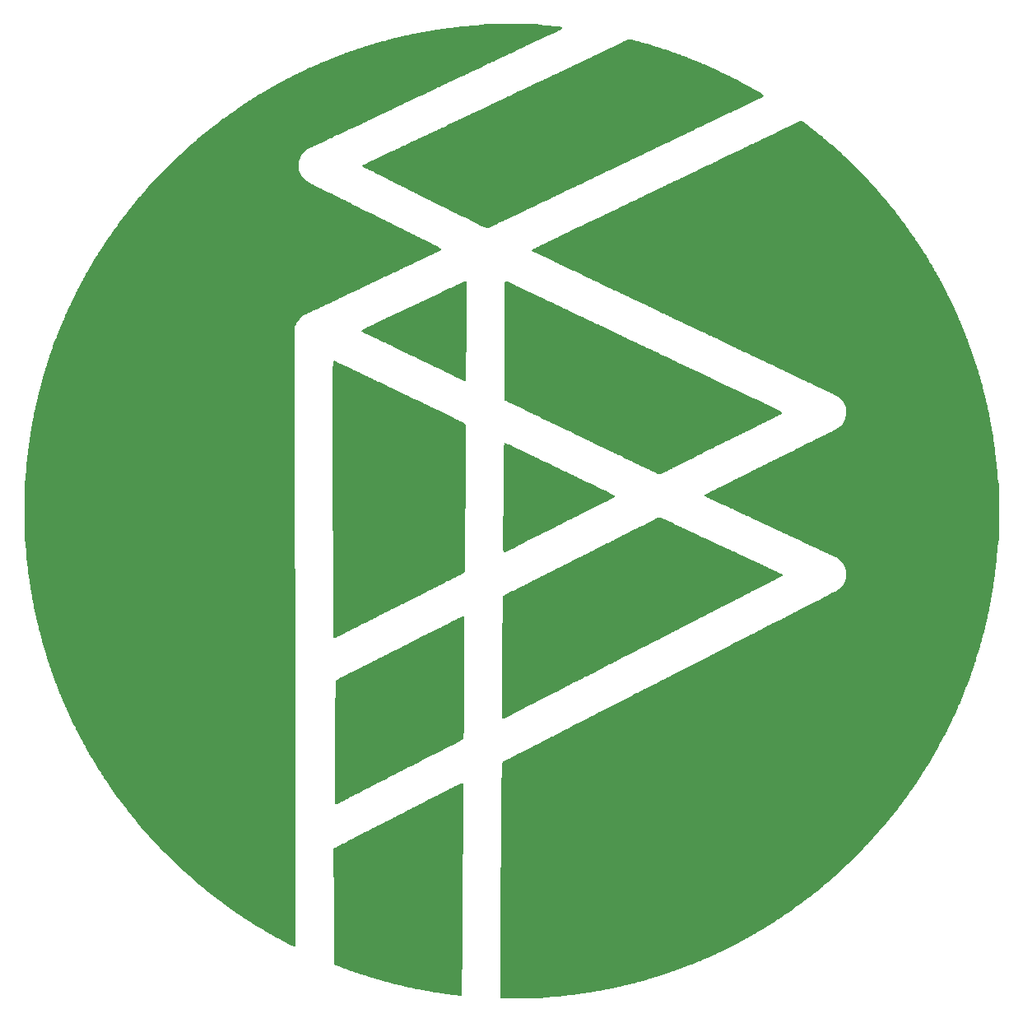
<source format=gtl>
G04 #@! TF.GenerationSoftware,KiCad,Pcbnew,7.0.9-unknown-1000.20231106gitacd7d5a.fc37*
G04 #@! TF.CreationDate,2023-11-18T15:42:19-08:00*
G04 #@! TF.ProjectId,strange-parts-coaster,73747261-6e67-4652-9d70-617274732d63,rev?*
G04 #@! TF.SameCoordinates,Original*
G04 #@! TF.FileFunction,Copper,L1,Top*
G04 #@! TF.FilePolarity,Positive*
%FSLAX46Y46*%
G04 Gerber Fmt 4.6, Leading zero omitted, Abs format (unit mm)*
G04 Created by KiCad (PCBNEW 7.0.9-unknown-1000.20231106gitacd7d5a.fc37) date 2023-11-18 15:42:19*
%MOMM*%
%LPD*%
G01*
G04 APERTURE LIST*
G04 APERTURE END LIST*
G04 #@! TA.AperFunction,EtchedComponent*
G04 #@! TO.C,G\u002A\u002A\u002A*
G36*
X95329376Y-76367991D02*
G01*
X95341778Y-76381165D01*
X95347783Y-76408152D01*
X95352995Y-76475288D01*
X95357418Y-76584989D01*
X95361058Y-76739672D01*
X95363924Y-76941752D01*
X95366019Y-77193646D01*
X95367350Y-77497769D01*
X95367925Y-77856537D01*
X95367747Y-78272366D01*
X95366825Y-78747673D01*
X95365163Y-79284873D01*
X95362769Y-79886382D01*
X95359648Y-80554617D01*
X95355806Y-81291992D01*
X95354743Y-81485604D01*
X95350818Y-82203394D01*
X95347283Y-82852408D01*
X95343991Y-83436025D01*
X95340791Y-83957627D01*
X95337535Y-84420593D01*
X95334073Y-84828304D01*
X95330257Y-85184141D01*
X95325937Y-85491484D01*
X95320963Y-85753713D01*
X95315188Y-85974210D01*
X95308461Y-86156353D01*
X95300634Y-86303525D01*
X95291556Y-86419104D01*
X95281080Y-86506473D01*
X95269056Y-86569010D01*
X95255335Y-86610097D01*
X95239768Y-86633114D01*
X95222205Y-86641441D01*
X95202497Y-86638459D01*
X95180495Y-86627549D01*
X95156051Y-86612090D01*
X95129262Y-86595604D01*
X95055007Y-86557263D01*
X94936596Y-86500198D01*
X94795870Y-86434865D01*
X94750426Y-86414250D01*
X94611847Y-86351240D01*
X94493073Y-86296278D01*
X94413670Y-86258452D01*
X94398651Y-86250864D01*
X94309220Y-86203875D01*
X94272372Y-86184564D01*
X94216670Y-86156923D01*
X94110603Y-86105540D01*
X93969017Y-86037566D01*
X93806758Y-85960154D01*
X93794318Y-85954238D01*
X93618368Y-85870285D01*
X93398896Y-85765118D01*
X93157303Y-85649016D01*
X92914990Y-85532260D01*
X92766051Y-85460314D01*
X92404680Y-85285628D01*
X92100716Y-85138915D01*
X91846670Y-85016590D01*
X91635057Y-84915071D01*
X91458388Y-84830773D01*
X91309177Y-84760112D01*
X91179937Y-84699506D01*
X91070313Y-84648660D01*
X90930497Y-84583580D01*
X90808925Y-84525947D01*
X90725770Y-84485361D01*
X90709517Y-84476981D01*
X90653300Y-84447234D01*
X90596763Y-84418259D01*
X90526829Y-84383670D01*
X90430422Y-84337084D01*
X90294464Y-84272116D01*
X90114205Y-84186340D01*
X89935835Y-84101187D01*
X89714730Y-83995106D01*
X89473033Y-83878751D01*
X89232891Y-83762776D01*
X89103977Y-83700334D01*
X88767660Y-83537534D01*
X88427174Y-83373394D01*
X88067840Y-83200868D01*
X87674976Y-83012908D01*
X87233899Y-82802468D01*
X87155682Y-82765197D01*
X86969235Y-82676295D01*
X86834939Y-82611984D01*
X86739766Y-82565896D01*
X86670689Y-82531659D01*
X86614679Y-82502907D01*
X86560369Y-82474156D01*
X86495293Y-82441865D01*
X86384705Y-82389363D01*
X86248829Y-82326208D01*
X86199574Y-82303601D01*
X86061159Y-82239778D01*
X85942476Y-82184128D01*
X85863017Y-82145823D01*
X85847798Y-82138062D01*
X85758431Y-82090623D01*
X85721520Y-82071029D01*
X85660122Y-82040522D01*
X85553594Y-81989504D01*
X85422319Y-81927713D01*
X85387784Y-81911612D01*
X85127901Y-81790342D01*
X84926725Y-81695500D01*
X84777303Y-81623585D01*
X84672682Y-81571094D01*
X84605911Y-81534524D01*
X84570038Y-81510372D01*
X84558110Y-81495136D01*
X84557955Y-81493542D01*
X84588807Y-81420909D01*
X84668913Y-81339708D01*
X84779594Y-81265708D01*
X84880351Y-81221367D01*
X84991056Y-81177564D01*
X85075533Y-81131589D01*
X85100789Y-81110381D01*
X85155815Y-81065959D01*
X85182053Y-81058239D01*
X85228014Y-81043656D01*
X85321911Y-81004982D01*
X85446856Y-80949823D01*
X85585963Y-80885788D01*
X85722346Y-80820486D01*
X85829759Y-80766421D01*
X85919312Y-80719760D01*
X85956037Y-80700625D01*
X86016537Y-80670913D01*
X86123154Y-80620187D01*
X86256479Y-80557654D01*
X86307813Y-80533776D01*
X86470835Y-80457666D01*
X86667349Y-80365251D01*
X86865772Y-80271405D01*
X86957244Y-80227919D01*
X87148724Y-80136812D01*
X87371914Y-80030810D01*
X87593276Y-79925832D01*
X87714915Y-79868234D01*
X87901178Y-79779914D01*
X88093551Y-79688380D01*
X88266094Y-79605989D01*
X88367038Y-79557556D01*
X88490971Y-79499485D01*
X88589651Y-79456213D01*
X88645334Y-79435444D01*
X88650105Y-79434659D01*
X88696356Y-79415761D01*
X88770078Y-79370029D01*
X88773692Y-79367508D01*
X88873030Y-79311587D01*
X88993603Y-79260827D01*
X89013779Y-79254023D01*
X89129617Y-79207147D01*
X89230055Y-79151026D01*
X89244141Y-79140776D01*
X89317133Y-79092778D01*
X89367132Y-79073864D01*
X89412208Y-79058853D01*
X89508064Y-79017930D01*
X89640846Y-78957262D01*
X89796697Y-78883014D01*
X89804241Y-78879349D01*
X89967341Y-78801432D01*
X90114380Y-78733668D01*
X90229082Y-78683400D01*
X90294602Y-78658139D01*
X90391177Y-78617062D01*
X90480570Y-78564017D01*
X90555669Y-78517328D01*
X90605697Y-78497066D01*
X90606848Y-78497040D01*
X90649107Y-78482119D01*
X90742666Y-78441030D01*
X90874260Y-78379822D01*
X91030620Y-78304544D01*
X91052273Y-78293943D01*
X91235748Y-78204238D01*
X91395884Y-78126812D01*
X91550615Y-78053206D01*
X91717874Y-77974959D01*
X91915597Y-77883611D01*
X92152699Y-77774831D01*
X92299868Y-77707093D01*
X92405016Y-77657516D01*
X92491916Y-77614628D01*
X92584339Y-77566958D01*
X92594673Y-77561553D01*
X92653601Y-77532331D01*
X92764135Y-77478907D01*
X92912584Y-77407793D01*
X93085258Y-77325500D01*
X93268466Y-77238539D01*
X93448519Y-77153423D01*
X93611725Y-77076662D01*
X93740199Y-77016713D01*
X94087099Y-76855240D01*
X94387574Y-76714096D01*
X94637081Y-76595446D01*
X94831078Y-76501455D01*
X94965021Y-76434287D01*
X94990261Y-76421052D01*
X95142982Y-76352823D01*
X95253369Y-76335437D01*
X95329376Y-76367991D01*
G37*
G04 #@! TD.AperFunction*
G04 #@! TA.AperFunction,EtchedComponent*
G36*
X99376119Y-92973245D02*
G01*
X99486145Y-93014769D01*
X99561728Y-93052640D01*
X99656979Y-93100913D01*
X99799853Y-93171088D01*
X99972591Y-93254537D01*
X100157433Y-93342631D01*
X100198438Y-93362003D01*
X100395278Y-93454919D01*
X100539089Y-93523105D01*
X100642144Y-93572531D01*
X100716717Y-93609166D01*
X100775081Y-93638981D01*
X100829510Y-93667945D01*
X100847869Y-93677883D01*
X100912957Y-93710459D01*
X101023563Y-93763175D01*
X101159459Y-93826438D01*
X101208665Y-93849026D01*
X101345697Y-93912668D01*
X101461523Y-93968242D01*
X101537317Y-94006650D01*
X101551421Y-94014672D01*
X101619996Y-94051082D01*
X101717194Y-94096242D01*
X101731818Y-94102593D01*
X101840155Y-94150778D01*
X101981445Y-94215760D01*
X102132964Y-94286846D01*
X102271987Y-94353340D01*
X102375790Y-94404547D01*
X102399290Y-94416718D01*
X102440373Y-94438373D01*
X102482280Y-94459824D01*
X102536700Y-94486756D01*
X102615325Y-94524857D01*
X102729842Y-94579815D01*
X102891943Y-94657316D01*
X102994602Y-94706352D01*
X103208045Y-94808511D01*
X103450967Y-94925121D01*
X103687921Y-95039151D01*
X103824432Y-95105020D01*
X103994994Y-95187006D01*
X104153674Y-95262498D01*
X104282873Y-95323173D01*
X104364994Y-95360707D01*
X104365625Y-95360985D01*
X104463671Y-95406738D01*
X104538928Y-95446392D01*
X104546023Y-95450721D01*
X104602300Y-95480779D01*
X104705563Y-95531291D01*
X104836982Y-95593125D01*
X104888779Y-95616955D01*
X105025814Y-95680585D01*
X105141641Y-95736148D01*
X105217434Y-95774549D01*
X105231534Y-95782570D01*
X105300127Y-95818956D01*
X105397345Y-95864046D01*
X105411932Y-95870367D01*
X105496894Y-95908766D01*
X105626782Y-95969778D01*
X105781831Y-96044047D01*
X105899006Y-96100990D01*
X106085647Y-96191417D01*
X106286444Y-96287311D01*
X106470118Y-96373785D01*
X106548438Y-96410068D01*
X106685417Y-96473960D01*
X106801214Y-96529729D01*
X106877029Y-96568255D01*
X106891193Y-96576320D01*
X106959602Y-96612957D01*
X107056597Y-96658795D01*
X107071591Y-96665449D01*
X107152956Y-96702735D01*
X107281555Y-96763429D01*
X107439830Y-96839179D01*
X107610220Y-96921633D01*
X107612784Y-96922881D01*
X107819819Y-97023113D01*
X108050428Y-97133900D01*
X108272041Y-97239632D01*
X108406534Y-97303294D01*
X108609737Y-97399158D01*
X108759377Y-97470177D01*
X108867257Y-97522063D01*
X108945182Y-97560533D01*
X109004958Y-97591300D01*
X109037926Y-97608929D01*
X109106469Y-97643515D01*
X109216742Y-97696598D01*
X109344602Y-97756560D01*
X109684240Y-97915918D01*
X109974991Y-98056781D01*
X110213527Y-98177401D01*
X110396520Y-98276028D01*
X110520640Y-98350914D01*
X110582560Y-98400307D01*
X110588682Y-98410406D01*
X110596033Y-98491707D01*
X110588682Y-98524676D01*
X110551775Y-98554512D01*
X110459379Y-98610787D01*
X110320873Y-98688330D01*
X110145635Y-98781969D01*
X109943042Y-98886533D01*
X109821173Y-98947915D01*
X109602673Y-99057188D01*
X109401404Y-99158179D01*
X109227860Y-99245594D01*
X109092535Y-99314141D01*
X109005924Y-99358529D01*
X108983807Y-99370205D01*
X108885737Y-99421317D01*
X108776483Y-99475139D01*
X108776350Y-99475202D01*
X108612411Y-99553562D01*
X108498167Y-99609374D01*
X108417898Y-99650549D01*
X108355883Y-99684999D01*
X108334375Y-99697650D01*
X108237245Y-99749361D01*
X108124481Y-99801620D01*
X108117898Y-99804406D01*
X108019454Y-99849154D01*
X107944157Y-99889125D01*
X107937500Y-99893362D01*
X107868867Y-99931341D01*
X107771599Y-99977323D01*
X107757102Y-99983642D01*
X107645414Y-100035373D01*
X107545822Y-100087120D01*
X107540625Y-100090093D01*
X107489532Y-100117231D01*
X107381263Y-100172991D01*
X107223147Y-100253653D01*
X107022514Y-100355502D01*
X106786694Y-100474818D01*
X106523017Y-100607883D01*
X106238813Y-100750980D01*
X106115483Y-100812979D01*
X105826580Y-100958284D01*
X105556581Y-101094340D01*
X105312565Y-101217563D01*
X105101611Y-101324366D01*
X104930797Y-101411162D01*
X104807202Y-101474366D01*
X104737904Y-101510390D01*
X104726421Y-101516718D01*
X104657697Y-101552412D01*
X104560320Y-101596631D01*
X104546023Y-101602697D01*
X104433968Y-101654534D01*
X104334254Y-101708007D01*
X104329546Y-101710854D01*
X104232599Y-101763804D01*
X104119986Y-101817335D01*
X104113068Y-101820336D01*
X104014855Y-101865492D01*
X103939581Y-101904962D01*
X103932671Y-101909203D01*
X103890960Y-101933834D01*
X103826716Y-101967822D01*
X103727859Y-102017268D01*
X103582305Y-102088272D01*
X103481676Y-102136934D01*
X103379907Y-102187273D01*
X103299782Y-102228987D01*
X103283239Y-102238260D01*
X103229389Y-102266680D01*
X103126921Y-102318303D01*
X102992194Y-102384951D01*
X102886364Y-102436693D01*
X102738712Y-102508957D01*
X102611747Y-102571875D01*
X102521821Y-102617298D01*
X102489489Y-102634424D01*
X102446499Y-102656930D01*
X102346137Y-102708383D01*
X102195446Y-102785204D01*
X102001467Y-102883815D01*
X101771241Y-103000639D01*
X101511812Y-103132097D01*
X101230220Y-103274611D01*
X101092750Y-103344126D01*
X100798444Y-103492937D01*
X100518952Y-103634312D01*
X100262016Y-103764330D01*
X100035377Y-103879073D01*
X99846775Y-103974621D01*
X99703953Y-104047053D01*
X99614651Y-104092451D01*
X99595449Y-104102266D01*
X99438478Y-104178837D01*
X99328997Y-104220646D01*
X99253293Y-104231162D01*
X99197655Y-104213850D01*
X99185675Y-104205874D01*
X99177353Y-104197059D01*
X99169869Y-104181154D01*
X99163215Y-104154788D01*
X99157379Y-104114590D01*
X99152352Y-104057191D01*
X99148123Y-103979220D01*
X99144683Y-103877304D01*
X99142023Y-103748075D01*
X99140131Y-103588162D01*
X99138998Y-103394193D01*
X99138614Y-103162798D01*
X99138970Y-102890606D01*
X99140054Y-102574247D01*
X99141858Y-102210349D01*
X99144371Y-101795543D01*
X99147583Y-101326458D01*
X99151485Y-100799722D01*
X99156066Y-100211966D01*
X99161316Y-99559818D01*
X99167226Y-98839908D01*
X99169149Y-98607424D01*
X99176088Y-97797791D01*
X99182996Y-97047274D01*
X99189858Y-96356980D01*
X99196658Y-95728016D01*
X99203379Y-95161488D01*
X99210005Y-94658504D01*
X99216520Y-94220170D01*
X99222907Y-93847593D01*
X99229151Y-93541880D01*
X99235235Y-93304138D01*
X99241143Y-93135473D01*
X99246859Y-93036994D01*
X99251194Y-93009588D01*
X99302478Y-92972167D01*
X99376119Y-92973245D01*
G37*
G04 #@! TD.AperFunction*
G04 #@! TA.AperFunction,EtchedComponent*
G36*
X95018566Y-127987970D02*
G01*
X95042571Y-128052717D01*
X95043696Y-128057155D01*
X95046662Y-128105879D01*
X95048822Y-128222197D01*
X95050195Y-128401549D01*
X95050798Y-128639376D01*
X95050649Y-128931118D01*
X95049765Y-129272213D01*
X95048166Y-129658104D01*
X95045867Y-130084228D01*
X95042888Y-130546027D01*
X95039247Y-131038940D01*
X95034960Y-131558408D01*
X95030046Y-132099870D01*
X95026423Y-132471591D01*
X95021290Y-133001594D01*
X95015852Y-133596117D01*
X95010163Y-134247519D01*
X95004282Y-134948162D01*
X94998266Y-135690407D01*
X94992171Y-136466615D01*
X94986056Y-137269145D01*
X94979976Y-138090360D01*
X94973988Y-138922621D01*
X94968151Y-139758287D01*
X94962521Y-140589720D01*
X94957155Y-141409281D01*
X94952110Y-142209330D01*
X94947443Y-142982229D01*
X94945841Y-143256783D01*
X94940803Y-144095332D01*
X94935676Y-144883302D01*
X94930477Y-145619047D01*
X94925224Y-146300921D01*
X94919937Y-146927278D01*
X94914634Y-147496474D01*
X94909332Y-148006862D01*
X94904050Y-148456797D01*
X94898806Y-148844633D01*
X94893618Y-149168725D01*
X94888506Y-149427428D01*
X94883486Y-149619095D01*
X94878577Y-149742081D01*
X94873799Y-149794740D01*
X94873265Y-149796200D01*
X94842358Y-149834106D01*
X94791201Y-149852459D01*
X94705007Y-149852338D01*
X94568987Y-149834821D01*
X94499169Y-149823495D01*
X94393175Y-149808823D01*
X94236233Y-149790893D01*
X94049344Y-149771956D01*
X93853507Y-149754260D01*
X93849737Y-149753942D01*
X93648267Y-149734385D01*
X93449905Y-149710630D01*
X93277818Y-149685712D01*
X93157578Y-149663227D01*
X93032894Y-149638716D01*
X92859829Y-149610308D01*
X92661769Y-149581612D01*
X92472067Y-149557409D01*
X92284294Y-149533502D01*
X92111362Y-149508322D01*
X91971939Y-149484788D01*
X91884693Y-149465825D01*
X91882102Y-149465069D01*
X91793300Y-149444230D01*
X91654563Y-149418052D01*
X91487525Y-149390426D01*
X91368870Y-149372806D01*
X91191183Y-149344706D01*
X91023528Y-149312918D01*
X90889158Y-149282108D01*
X90830722Y-149264829D01*
X90725453Y-149236582D01*
X90574839Y-149207170D01*
X90405433Y-149181534D01*
X90341168Y-149173755D01*
X90172578Y-149151148D01*
X90013553Y-149123253D01*
X89890172Y-149094869D01*
X89857334Y-149084700D01*
X89753380Y-149054579D01*
X89605366Y-149019784D01*
X89440556Y-148986578D01*
X89392614Y-148977983D01*
X89228316Y-148946522D01*
X89073001Y-148911719D01*
X88953803Y-148879794D01*
X88929323Y-148871771D01*
X88799585Y-148834623D01*
X88652040Y-148804086D01*
X88610892Y-148797892D01*
X88492375Y-148776875D01*
X88334581Y-148741832D01*
X88167338Y-148699504D01*
X88129830Y-148689211D01*
X87956123Y-148641518D01*
X87777038Y-148593646D01*
X87627008Y-148554779D01*
X87606676Y-148549680D01*
X87072831Y-148412280D01*
X86604468Y-148282322D01*
X86204470Y-148160612D01*
X86163494Y-148147347D01*
X86016939Y-148101781D01*
X85853077Y-148053950D01*
X85784659Y-148035020D01*
X85614847Y-147987475D01*
X85402520Y-147925481D01*
X85173806Y-147856841D01*
X84954833Y-147789356D01*
X84837571Y-147752208D01*
X84615808Y-147680353D01*
X84442927Y-147622628D01*
X84298802Y-147572077D01*
X84163305Y-147521742D01*
X84097226Y-147496317D01*
X83972912Y-147451275D01*
X83869733Y-147419605D01*
X83813101Y-147408523D01*
X83750082Y-147395235D01*
X83646350Y-147360818D01*
X83552239Y-147324073D01*
X83455161Y-147284274D01*
X83359546Y-147246758D01*
X83250289Y-147205957D01*
X83112286Y-147156306D01*
X82930433Y-147092237D01*
X82790057Y-147043189D01*
X82663060Y-146995779D01*
X82550912Y-146948669D01*
X82501421Y-146924557D01*
X82418200Y-146888364D01*
X82295075Y-146845267D01*
X82188680Y-146813190D01*
X82047476Y-146762949D01*
X81915929Y-146698112D01*
X81845924Y-146650887D01*
X81725710Y-146550534D01*
X81715796Y-140650087D01*
X81705881Y-134749640D01*
X81832886Y-134652768D01*
X81902041Y-134608293D01*
X82024543Y-134538008D01*
X82189046Y-134448071D01*
X82384206Y-134344639D01*
X82598678Y-134233870D01*
X82690670Y-134187203D01*
X82907991Y-134077386D01*
X83109434Y-133975268D01*
X83284059Y-133886420D01*
X83420929Y-133816411D01*
X83509105Y-133770814D01*
X83529688Y-133759904D01*
X83644064Y-133700482D01*
X83746165Y-133650460D01*
X83813030Y-133617546D01*
X83931152Y-133557881D01*
X84087752Y-133477982D01*
X84270053Y-133384364D01*
X84431676Y-133300936D01*
X84646967Y-133189770D01*
X84905596Y-133056588D01*
X85186621Y-132912151D01*
X85469096Y-132767225D01*
X85732078Y-132632572D01*
X85757328Y-132619662D01*
X85999595Y-132495474D01*
X86247123Y-132367997D01*
X86483628Y-132245659D01*
X86692823Y-132136889D01*
X86858425Y-132050116D01*
X86893833Y-132031403D01*
X87049074Y-131949456D01*
X87184283Y-131878668D01*
X87284868Y-131826639D01*
X87336080Y-131801043D01*
X87501877Y-131724843D01*
X87614487Y-131671516D01*
X87686741Y-131634802D01*
X87731467Y-131608442D01*
X87732955Y-131607455D01*
X87801311Y-131568976D01*
X87898241Y-131521783D01*
X87913352Y-131514952D01*
X87986305Y-131479945D01*
X88109900Y-131418023D01*
X88270939Y-131335907D01*
X88456224Y-131240319D01*
X88616904Y-131156646D01*
X88857762Y-131031279D01*
X89128657Y-130891251D01*
X89401955Y-130750789D01*
X89650026Y-130624118D01*
X89735369Y-130580818D01*
X89922455Y-130485767D01*
X90092824Y-130398543D01*
X90233480Y-130325851D01*
X90331424Y-130274396D01*
X90366762Y-130255096D01*
X90431639Y-130219128D01*
X90514310Y-130176201D01*
X90629066Y-130119121D01*
X90790198Y-130040695D01*
X90853835Y-130009941D01*
X90955592Y-129959693D01*
X91035714Y-129918194D01*
X91052273Y-129909004D01*
X91108018Y-129878964D01*
X91215126Y-129823014D01*
X91360574Y-129747815D01*
X91531335Y-129660027D01*
X91714384Y-129566314D01*
X91896696Y-129473338D01*
X92065247Y-129387759D01*
X92207011Y-129316239D01*
X92308962Y-129265442D01*
X92341287Y-129249729D01*
X92453248Y-129194846D01*
X92553666Y-129143269D01*
X92567614Y-129135774D01*
X92628932Y-129103476D01*
X92741890Y-129044952D01*
X92893829Y-128966723D01*
X93072091Y-128875310D01*
X93217046Y-128801205D01*
X93451248Y-128681277D01*
X93711164Y-128547600D01*
X93969874Y-128414053D01*
X94200456Y-128294518D01*
X94268583Y-128259053D01*
X94450254Y-128167110D01*
X94619664Y-128086396D01*
X94761944Y-128023636D01*
X94862226Y-127985552D01*
X94889336Y-127978322D01*
X94976044Y-127967541D01*
X95018566Y-127987970D01*
G37*
G04 #@! TD.AperFunction*
G04 #@! TA.AperFunction,EtchedComponent*
G36*
X95113852Y-110832921D02*
G01*
X95138156Y-110868628D01*
X95138801Y-110870337D01*
X95140372Y-110910523D01*
X95141585Y-111019160D01*
X95142447Y-111192542D01*
X95142966Y-111426960D01*
X95143148Y-111718708D01*
X95143001Y-112064079D01*
X95142530Y-112459366D01*
X95141744Y-112900862D01*
X95140648Y-113384859D01*
X95139250Y-113907650D01*
X95137556Y-114465529D01*
X95135574Y-115054789D01*
X95133309Y-115671722D01*
X95130770Y-116312621D01*
X95127963Y-116973779D01*
X95127162Y-117154812D01*
X95123642Y-117941273D01*
X95120381Y-118658772D01*
X95117330Y-119310502D01*
X95114438Y-119899660D01*
X95111656Y-120429441D01*
X95108933Y-120903040D01*
X95106218Y-121323652D01*
X95103462Y-121694473D01*
X95100613Y-122018697D01*
X95097622Y-122299521D01*
X95094439Y-122540139D01*
X95091012Y-122743747D01*
X95087293Y-122913540D01*
X95083229Y-123052713D01*
X95078772Y-123164461D01*
X95073871Y-123251981D01*
X95068475Y-123318467D01*
X95062535Y-123367114D01*
X95055999Y-123401118D01*
X95048818Y-123423674D01*
X95040941Y-123437977D01*
X95032318Y-123447222D01*
X95028042Y-123450692D01*
X94981962Y-123484299D01*
X94924211Y-123521634D01*
X94846872Y-123566988D01*
X94742025Y-123624651D01*
X94601750Y-123698911D01*
X94418129Y-123794059D01*
X94183243Y-123914383D01*
X93992756Y-124011471D01*
X93733944Y-124143402D01*
X93434102Y-124296554D01*
X93116348Y-124459099D01*
X92803798Y-124619212D01*
X92519570Y-124765064D01*
X92477415Y-124786725D01*
X92194470Y-124932022D01*
X91874292Y-125096243D01*
X91541527Y-125266758D01*
X91220822Y-125430938D01*
X90936825Y-125576155D01*
X90907955Y-125590904D01*
X90649953Y-125722828D01*
X90375707Y-125863289D01*
X90104142Y-126002580D01*
X89854186Y-126130989D01*
X89644765Y-126238807D01*
X89600151Y-126261825D01*
X89410590Y-126359382D01*
X89233245Y-126450103D01*
X89082518Y-126526663D01*
X88972812Y-126581734D01*
X88932679Y-126601408D01*
X88820910Y-126656442D01*
X88720620Y-126708093D01*
X88707102Y-126715363D01*
X88656697Y-126742116D01*
X88567915Y-126788358D01*
X88437571Y-126855724D01*
X88262477Y-126945850D01*
X88039447Y-127060373D01*
X87765294Y-127200930D01*
X87436831Y-127369155D01*
X87050871Y-127566686D01*
X86604227Y-127795158D01*
X86542330Y-127826813D01*
X86263307Y-127969559D01*
X85971663Y-128118854D01*
X85683095Y-128266655D01*
X85413298Y-128404923D01*
X85177967Y-128525615D01*
X85008949Y-128612392D01*
X84792421Y-128723557D01*
X84532874Y-128856660D01*
X84251553Y-129000816D01*
X83969699Y-129145139D01*
X83708558Y-129278745D01*
X83692046Y-129287188D01*
X83475148Y-129398190D01*
X83275357Y-129500626D01*
X83103158Y-129589107D01*
X82969033Y-129658241D01*
X82883468Y-129702638D01*
X82862216Y-129713851D01*
X82761317Y-129765804D01*
X82663779Y-129813413D01*
X82581848Y-129853735D01*
X82458649Y-129916289D01*
X82316712Y-129989599D01*
X82270939Y-130013495D01*
X82098947Y-130098762D01*
X81977119Y-130146318D01*
X81895592Y-130158503D01*
X81844503Y-130137653D01*
X81828913Y-130118272D01*
X81823227Y-130072556D01*
X81818504Y-129956747D01*
X81814737Y-129772905D01*
X81811921Y-129523090D01*
X81810049Y-129209362D01*
X81809114Y-128833781D01*
X81809110Y-128398406D01*
X81810031Y-127905297D01*
X81811871Y-127356514D01*
X81814622Y-126754118D01*
X81818278Y-126100167D01*
X81822834Y-125396722D01*
X81828282Y-124645842D01*
X81834616Y-123849588D01*
X81841831Y-123010019D01*
X81849918Y-122129195D01*
X81855601Y-121539489D01*
X81861798Y-120915653D01*
X81867518Y-120359930D01*
X81872860Y-119868275D01*
X81877921Y-119436643D01*
X81882800Y-119060990D01*
X81887595Y-118737271D01*
X81892403Y-118461442D01*
X81897322Y-118229458D01*
X81902451Y-118037275D01*
X81907888Y-117880848D01*
X81913729Y-117756133D01*
X81920074Y-117659085D01*
X81927021Y-117585660D01*
X81934667Y-117531814D01*
X81943109Y-117493500D01*
X81952448Y-117466677D01*
X81954353Y-117462500D01*
X81978776Y-117419977D01*
X82014939Y-117378471D01*
X82070883Y-117332989D01*
X82154649Y-117278539D01*
X82274279Y-117210131D01*
X82437815Y-117122770D01*
X82653298Y-117011467D01*
X82808097Y-116932525D01*
X83032548Y-116818694D01*
X83239826Y-116714183D01*
X83419918Y-116623992D01*
X83562808Y-116553123D01*
X83658483Y-116506576D01*
X83692046Y-116491123D01*
X83796209Y-116442737D01*
X83872443Y-116402808D01*
X83944588Y-116364533D01*
X84061372Y-116304906D01*
X84202573Y-116234198D01*
X84269318Y-116201193D01*
X84414995Y-116128513D01*
X84545417Y-116061753D01*
X84640337Y-116011345D01*
X84666193Y-115996705D01*
X84763314Y-115945170D01*
X84876069Y-115892990D01*
X84882671Y-115890197D01*
X84981025Y-115846236D01*
X85056313Y-115808104D01*
X85063068Y-115804126D01*
X85106144Y-115781231D01*
X85206651Y-115729589D01*
X85357508Y-115652788D01*
X85551635Y-115554411D01*
X85781952Y-115438044D01*
X86041379Y-115307273D01*
X86322836Y-115165682D01*
X86452131Y-115100728D01*
X86742774Y-114954610D01*
X87015956Y-114816947D01*
X87264344Y-114691456D01*
X87480608Y-114581857D01*
X87657415Y-114491867D01*
X87787435Y-114425205D01*
X87863335Y-114385590D01*
X87877273Y-114377934D01*
X87973731Y-114326522D01*
X88085940Y-114272626D01*
X88093750Y-114269117D01*
X88421504Y-114111327D01*
X88526705Y-114055835D01*
X88575458Y-114030643D01*
X88682364Y-113976194D01*
X88841123Y-113895676D01*
X89045432Y-113792273D01*
X89288991Y-113669173D01*
X89565498Y-113529560D01*
X89868650Y-113376622D01*
X90192148Y-113213543D01*
X90348722Y-113134655D01*
X90678183Y-112968586D01*
X90989113Y-112811665D01*
X91275377Y-112666999D01*
X91530841Y-112537698D01*
X91749370Y-112426872D01*
X91924829Y-112337630D01*
X92051084Y-112273082D01*
X92122000Y-112236336D01*
X92134659Y-112229440D01*
X92203378Y-112193848D01*
X92300750Y-112149680D01*
X92315057Y-112143610D01*
X92427056Y-112092189D01*
X92526751Y-112039675D01*
X92531534Y-112036855D01*
X92633009Y-111981157D01*
X92729972Y-111933285D01*
X92830568Y-111884301D01*
X92910369Y-111841639D01*
X92992990Y-111799132D01*
X93098109Y-111751305D01*
X93108807Y-111746770D01*
X93220799Y-111695328D01*
X93320492Y-111642805D01*
X93325284Y-111639980D01*
X93426365Y-111583953D01*
X93523722Y-111534757D01*
X93587890Y-111503216D01*
X93704969Y-111444686D01*
X93863557Y-111364906D01*
X94052255Y-111269614D01*
X94259660Y-111164549D01*
X94316566Y-111135668D01*
X94564034Y-111011714D01*
X94755792Y-110920344D01*
X94899246Y-110859170D01*
X95001804Y-110825802D01*
X95070870Y-110817848D01*
X95113852Y-110832921D01*
G37*
G04 #@! TD.AperFunction*
G04 #@! TA.AperFunction,EtchedComponent*
G36*
X81806583Y-84541033D02*
G01*
X81927544Y-84587467D01*
X82068146Y-84652963D01*
X82213142Y-84722804D01*
X82397763Y-84811274D01*
X82596415Y-84906127D01*
X82753977Y-84981103D01*
X82917189Y-85058818D01*
X83060823Y-85127588D01*
X83170032Y-85180276D01*
X83229966Y-85209749D01*
X83232031Y-85210810D01*
X83321506Y-85257297D01*
X83358310Y-85276516D01*
X83413996Y-85304179D01*
X83520030Y-85355631D01*
X83661575Y-85423709D01*
X83823795Y-85501253D01*
X83836364Y-85507243D01*
X84040136Y-85604689D01*
X84277471Y-85718748D01*
X84517093Y-85834363D01*
X84704509Y-85925187D01*
X84870363Y-86004856D01*
X85013166Y-86071691D01*
X85120357Y-86119945D01*
X85179375Y-86143874D01*
X85186013Y-86145455D01*
X85232259Y-86164573D01*
X85306311Y-86211018D01*
X85312256Y-86215215D01*
X85417423Y-86274273D01*
X85516263Y-86310675D01*
X85625392Y-86351454D01*
X85719924Y-86404593D01*
X85827529Y-86466553D01*
X85936402Y-86513345D01*
X86047700Y-86562562D01*
X86141300Y-86620263D01*
X86217465Y-86668195D01*
X86272645Y-86686648D01*
X86321100Y-86701930D01*
X86419576Y-86743542D01*
X86553757Y-86805134D01*
X86709329Y-86880356D01*
X86709754Y-86880566D01*
X87051436Y-87048155D01*
X87338201Y-87185421D01*
X87578569Y-87296429D01*
X87624716Y-87317128D01*
X87735873Y-87368913D01*
X87835281Y-87418631D01*
X87841193Y-87421777D01*
X87950358Y-87477453D01*
X88098438Y-87549424D01*
X88258348Y-87624817D01*
X88403001Y-87690755D01*
X88454546Y-87713330D01*
X88552804Y-87758701D01*
X88628083Y-87798778D01*
X88634943Y-87803101D01*
X88700781Y-87840084D01*
X88799509Y-87889324D01*
X88833381Y-87905229D01*
X88941189Y-87956563D01*
X89031910Y-88002359D01*
X89049858Y-88012068D01*
X89107645Y-88041676D01*
X89216675Y-88095298D01*
X89362945Y-88166126D01*
X89532452Y-88247351D01*
X89591051Y-88275251D01*
X89806145Y-88377670D01*
X90042306Y-88490405D01*
X90270498Y-88599581D01*
X90456960Y-88689048D01*
X90636974Y-88775093D01*
X90817549Y-88860525D01*
X90975360Y-88934355D01*
X91070313Y-88978028D01*
X91176102Y-89027102D01*
X91330593Y-89100225D01*
X91517685Y-89189706D01*
X91721276Y-89287855D01*
X91864063Y-89357149D01*
X92201378Y-89521057D01*
X92552555Y-89691196D01*
X92908506Y-89863199D01*
X93260143Y-90032702D01*
X93598380Y-90195339D01*
X93914131Y-90346744D01*
X94198307Y-90482551D01*
X94441822Y-90598396D01*
X94635589Y-90689913D01*
X94732387Y-90735134D01*
X94862784Y-90795710D01*
X94977719Y-90849269D01*
X95051183Y-90883687D01*
X95139840Y-90938000D01*
X95222561Y-91004187D01*
X95309659Y-91084907D01*
X95308859Y-92232155D01*
X95308386Y-92455382D01*
X95307261Y-92745209D01*
X95305525Y-93096080D01*
X95303225Y-93502440D01*
X95300404Y-93958733D01*
X95297107Y-94459403D01*
X95293376Y-94998896D01*
X95289257Y-95571654D01*
X95284794Y-96172122D01*
X95280030Y-96794746D01*
X95275011Y-97433968D01*
X95269779Y-98084234D01*
X95264379Y-98739988D01*
X95258856Y-99395674D01*
X95253254Y-100045736D01*
X95247615Y-100684619D01*
X95241986Y-101306768D01*
X95236409Y-101906625D01*
X95230930Y-102478637D01*
X95225591Y-103017247D01*
X95220438Y-103516899D01*
X95215797Y-103946570D01*
X95190647Y-106215441D01*
X95086283Y-106334305D01*
X94995942Y-106415081D01*
X94900127Y-106469174D01*
X94876887Y-106476239D01*
X94767387Y-106516502D01*
X94688981Y-106563198D01*
X94593928Y-106621059D01*
X94487254Y-106667621D01*
X94370883Y-106718345D01*
X94270777Y-106776901D01*
X94171716Y-106835377D01*
X94082955Y-106873154D01*
X93983441Y-106915175D01*
X93902557Y-106961787D01*
X93804364Y-107017861D01*
X93690737Y-107069535D01*
X93686080Y-107071339D01*
X93589768Y-107112808D01*
X93519579Y-107150835D01*
X93513755Y-107155001D01*
X93471639Y-107178964D01*
X93372680Y-107231199D01*
X93224597Y-107307755D01*
X93035110Y-107404680D01*
X92811941Y-107518022D01*
X92562808Y-107643829D01*
X92341169Y-107755221D01*
X92074975Y-107888893D01*
X91827083Y-108013697D01*
X91605443Y-108125609D01*
X91418002Y-108220600D01*
X91272709Y-108294645D01*
X91177512Y-108343717D01*
X91142472Y-108362459D01*
X91060253Y-108405765D01*
X90955540Y-108455270D01*
X90944034Y-108460383D01*
X90832548Y-108513219D01*
X90733025Y-108566048D01*
X90727557Y-108569241D01*
X90630942Y-108621062D01*
X90518603Y-108674798D01*
X90511080Y-108678139D01*
X90267000Y-108793036D01*
X90078125Y-108894217D01*
X89981536Y-108945347D01*
X89869218Y-108998725D01*
X89861648Y-109002082D01*
X89763574Y-109048388D01*
X89688313Y-109089143D01*
X89681250Y-109093646D01*
X89612617Y-109131625D01*
X89515349Y-109177607D01*
X89500852Y-109183926D01*
X89389113Y-109236018D01*
X89289505Y-109288596D01*
X89284375Y-109291598D01*
X89215522Y-109329402D01*
X89099647Y-109390062D01*
X88954402Y-109464427D01*
X88833381Y-109525406D01*
X88682450Y-109601393D01*
X88552014Y-109667956D01*
X88457737Y-109717046D01*
X88418466Y-109738577D01*
X88374237Y-109761977D01*
X88273303Y-109813528D01*
X88123566Y-109889253D01*
X87932931Y-109985172D01*
X87709302Y-110097305D01*
X87460584Y-110221675D01*
X87263921Y-110319798D01*
X86999709Y-110451597D01*
X86752965Y-110574863D01*
X86531930Y-110685468D01*
X86344841Y-110779280D01*
X86199939Y-110852169D01*
X86105465Y-110900005D01*
X86073296Y-110916614D01*
X85975273Y-110967029D01*
X85866052Y-111020555D01*
X85865838Y-111020657D01*
X85744900Y-111078171D01*
X85631321Y-111132184D01*
X85522110Y-111185855D01*
X85423994Y-111236685D01*
X85423864Y-111236756D01*
X85373817Y-111262577D01*
X85266106Y-111317251D01*
X85107591Y-111397326D01*
X84905131Y-111499347D01*
X84665585Y-111619861D01*
X84395813Y-111755413D01*
X84102673Y-111902551D01*
X83836364Y-112036097D01*
X83530031Y-112190003D01*
X83242468Y-112335162D01*
X82980333Y-112468164D01*
X82750281Y-112585600D01*
X82558970Y-112684060D01*
X82413057Y-112760136D01*
X82319199Y-112810418D01*
X82284943Y-112830628D01*
X82234421Y-112858492D01*
X82139186Y-112901933D01*
X82020210Y-112952367D01*
X81898468Y-113001205D01*
X81794935Y-113039864D01*
X81730584Y-113059756D01*
X81722684Y-113060796D01*
X81698313Y-113033388D01*
X81677724Y-112997656D01*
X81674664Y-112956114D01*
X81671627Y-112845407D01*
X81668618Y-112668521D01*
X81665640Y-112428440D01*
X81662699Y-112128148D01*
X81659798Y-111770628D01*
X81656943Y-111358866D01*
X81654137Y-110895846D01*
X81651386Y-110384551D01*
X81648693Y-109827966D01*
X81646064Y-109229074D01*
X81643502Y-108590861D01*
X81641012Y-107916311D01*
X81638598Y-107208406D01*
X81636266Y-106470133D01*
X81634019Y-105704474D01*
X81631863Y-104914414D01*
X81629800Y-104102938D01*
X81627837Y-103273029D01*
X81625977Y-102427671D01*
X81624225Y-101569849D01*
X81622586Y-100702547D01*
X81621063Y-99828750D01*
X81619661Y-98951440D01*
X81618386Y-98073603D01*
X81617240Y-97198223D01*
X81616230Y-96328283D01*
X81615358Y-95466769D01*
X81614631Y-94616663D01*
X81614051Y-93780951D01*
X81613624Y-92962616D01*
X81613354Y-92164644D01*
X81613246Y-91390017D01*
X81613304Y-90641720D01*
X81613532Y-89922737D01*
X81613936Y-89236053D01*
X81614519Y-88584651D01*
X81615286Y-87971516D01*
X81616241Y-87399632D01*
X81617389Y-86871984D01*
X81618735Y-86391554D01*
X81620283Y-85961328D01*
X81622036Y-85584290D01*
X81624001Y-85263423D01*
X81626181Y-85001713D01*
X81628581Y-84802143D01*
X81631205Y-84667697D01*
X81634058Y-84601360D01*
X81635133Y-84594741D01*
X81672558Y-84546308D01*
X81725648Y-84527859D01*
X81806583Y-84541033D01*
G37*
G04 #@! TD.AperFunction*
G04 #@! TA.AperFunction,EtchedComponent*
G36*
X99507231Y-76358253D02*
G01*
X99651159Y-76407635D01*
X99845714Y-76494145D01*
X99919951Y-76529912D01*
X100105873Y-76620191D01*
X100293633Y-76710479D01*
X100460523Y-76789904D01*
X100577273Y-76844573D01*
X100726211Y-76913502D01*
X100827735Y-76961282D01*
X100900078Y-76996730D01*
X100961469Y-77028661D01*
X100992188Y-77045213D01*
X101057275Y-77077788D01*
X101167881Y-77130505D01*
X101303778Y-77193767D01*
X101352983Y-77216355D01*
X101490007Y-77279942D01*
X101605827Y-77335378D01*
X101681625Y-77373592D01*
X101695739Y-77381538D01*
X101770492Y-77421326D01*
X101840057Y-77453486D01*
X101924934Y-77491182D01*
X102041819Y-77544533D01*
X102110654Y-77576452D01*
X102231577Y-77632553D01*
X102388020Y-77704666D01*
X102549828Y-77778899D01*
X102579688Y-77792552D01*
X102734824Y-77863692D01*
X102842953Y-77914184D01*
X102922822Y-77953095D01*
X102993183Y-77989491D01*
X103048722Y-78019361D01*
X103114769Y-78052648D01*
X103225193Y-78105805D01*
X103358769Y-78168648D01*
X103391477Y-78183838D01*
X103628095Y-78293909D01*
X103859194Y-78402293D01*
X104074781Y-78504220D01*
X104264861Y-78594920D01*
X104419437Y-78669625D01*
X104528516Y-78723565D01*
X104582102Y-78751971D01*
X104656882Y-78792227D01*
X104726421Y-78824509D01*
X104819318Y-78866095D01*
X104969003Y-78935188D01*
X105167282Y-79027918D01*
X105405960Y-79140419D01*
X105676843Y-79268821D01*
X105971738Y-79409257D01*
X106282450Y-79557859D01*
X106440199Y-79633543D01*
X106628398Y-79723581D01*
X106825014Y-79817063D01*
X107003264Y-79901282D01*
X107107671Y-79950204D01*
X107326831Y-80052807D01*
X107604170Y-80183509D01*
X107932861Y-80339081D01*
X108306078Y-80516295D01*
X108586932Y-80649951D01*
X108764854Y-80734549D01*
X108937693Y-80816477D01*
X109085043Y-80886079D01*
X109182244Y-80931711D01*
X109283700Y-80979459D01*
X109431376Y-81049504D01*
X109606451Y-81132896D01*
X109790105Y-81220686D01*
X109813637Y-81231958D01*
X110308381Y-81468043D01*
X110753576Y-81678447D01*
X111142716Y-81860099D01*
X111238779Y-81904486D01*
X111388172Y-81973529D01*
X111492260Y-82022377D01*
X111571356Y-82060848D01*
X111645776Y-82098763D01*
X111707813Y-82131201D01*
X111775174Y-82164324D01*
X111885785Y-82216445D01*
X112017088Y-82276953D01*
X112032529Y-82283985D01*
X112187018Y-82354876D01*
X112344675Y-82428227D01*
X112465483Y-82485354D01*
X112595281Y-82546393D01*
X112721457Y-82603843D01*
X112772159Y-82626114D01*
X112870379Y-82671146D01*
X112945654Y-82710433D01*
X112952557Y-82714641D01*
X113008833Y-82744702D01*
X113112092Y-82795222D01*
X113243507Y-82857066D01*
X113295313Y-82880906D01*
X113433718Y-82944642D01*
X113552396Y-83000097D01*
X113631858Y-83038136D01*
X113647088Y-83045795D01*
X113736641Y-83092456D01*
X113773367Y-83111591D01*
X113833914Y-83141238D01*
X113940620Y-83191769D01*
X114074043Y-83254007D01*
X114125142Y-83277637D01*
X114280897Y-83350268D01*
X114473588Y-83441268D01*
X114675285Y-83537401D01*
X114810654Y-83602484D01*
X114987956Y-83687465D01*
X115163315Y-83770378D01*
X115314519Y-83840783D01*
X115405966Y-83882330D01*
X115570485Y-83955620D01*
X115682431Y-84006219D01*
X115755291Y-84040472D01*
X115802549Y-84064728D01*
X115837692Y-84085331D01*
X115838921Y-84086097D01*
X115894897Y-84115813D01*
X116010987Y-84173133D01*
X116181768Y-84255463D01*
X116401815Y-84360211D01*
X116665705Y-84484783D01*
X116968016Y-84626587D01*
X117029546Y-84655355D01*
X117176835Y-84724744D01*
X117362294Y-84812923D01*
X117559189Y-84907148D01*
X117697017Y-84973507D01*
X117876902Y-85059687D01*
X118057362Y-85144934D01*
X118215125Y-85218318D01*
X118310369Y-85261591D01*
X118443888Y-85321581D01*
X118540933Y-85367152D01*
X118631214Y-85412633D01*
X118716264Y-85457380D01*
X118776823Y-85487308D01*
X118883549Y-85538050D01*
X119016994Y-85600391D01*
X119068040Y-85623998D01*
X119220885Y-85695109D01*
X119412168Y-85785020D01*
X119615322Y-85881204D01*
X119771591Y-85955712D01*
X120085530Y-86105189D01*
X120337805Y-86223522D01*
X120531207Y-86312011D01*
X120637500Y-86358801D01*
X120726938Y-86401041D01*
X120781818Y-86431298D01*
X120838028Y-86461233D01*
X120941161Y-86511849D01*
X121072434Y-86573999D01*
X121124574Y-86598177D01*
X121277569Y-86669214D01*
X121469044Y-86758847D01*
X121672365Y-86854578D01*
X121828125Y-86928329D01*
X122006111Y-87012799D01*
X122179002Y-87094726D01*
X122326372Y-87164437D01*
X122423438Y-87210212D01*
X122719836Y-87349575D01*
X122958429Y-87461868D01*
X123146731Y-87550682D01*
X123292257Y-87619608D01*
X123402524Y-87672236D01*
X123485047Y-87712157D01*
X123547341Y-87742962D01*
X123596921Y-87768242D01*
X123641302Y-87791586D01*
X123650142Y-87796299D01*
X123715219Y-87828590D01*
X123825806Y-87881092D01*
X123961683Y-87944246D01*
X124010938Y-87966853D01*
X124150871Y-88031543D01*
X124272510Y-88089002D01*
X124355629Y-88129634D01*
X124371733Y-88138026D01*
X124438745Y-88173830D01*
X124505908Y-88207934D01*
X124591028Y-88248988D01*
X124711911Y-88305638D01*
X124822727Y-88357066D01*
X124964807Y-88423307D01*
X125147701Y-88509175D01*
X125347093Y-88603228D01*
X125526279Y-88688137D01*
X125707002Y-88773736D01*
X125882086Y-88856192D01*
X126031935Y-88926305D01*
X126136953Y-88974876D01*
X126139631Y-88976098D01*
X126243824Y-89024696D01*
X126392583Y-89095490D01*
X126565725Y-89178820D01*
X126735980Y-89261561D01*
X126894765Y-89338070D01*
X127030385Y-89401415D01*
X127129613Y-89445564D01*
X127179224Y-89464481D01*
X127181404Y-89464773D01*
X127229147Y-89483444D01*
X127303837Y-89528559D01*
X127306646Y-89530478D01*
X127399439Y-89583112D01*
X127521775Y-89639227D01*
X127573853Y-89659763D01*
X127712953Y-89729847D01*
X127810551Y-89816380D01*
X127852721Y-89906470D01*
X127853409Y-89918596D01*
X127822910Y-89950773D01*
X127740878Y-90004045D01*
X127621508Y-90069735D01*
X127537713Y-90111575D01*
X127392827Y-90181916D01*
X127266098Y-90244422D01*
X127176122Y-90289875D01*
X127149858Y-90303809D01*
X127064199Y-90348238D01*
X126969460Y-90393759D01*
X126868943Y-90442081D01*
X126789063Y-90483448D01*
X126726432Y-90516103D01*
X126617034Y-90571295D01*
X126478963Y-90639940D01*
X126392188Y-90682676D01*
X126221910Y-90766287D01*
X126103076Y-90824860D01*
X126022329Y-90865102D01*
X125966311Y-90893720D01*
X125921666Y-90917420D01*
X125887074Y-90936297D01*
X125825154Y-90968258D01*
X125715657Y-91022891D01*
X125576014Y-91091551D01*
X125472159Y-91142118D01*
X125324446Y-91214255D01*
X125197444Y-91277211D01*
X125107530Y-91322815D01*
X125075284Y-91340122D01*
X125020308Y-91369440D01*
X124918120Y-91421491D01*
X124786351Y-91487345D01*
X124714489Y-91522852D01*
X124568916Y-91594917D01*
X124438560Y-91660194D01*
X124343624Y-91708535D01*
X124317614Y-91722182D01*
X124216488Y-91773872D01*
X124119176Y-91820694D01*
X124037397Y-91860202D01*
X123913939Y-91921737D01*
X123771182Y-91994110D01*
X123722301Y-92019157D01*
X123575062Y-92093711D01*
X123436454Y-92161972D01*
X123330359Y-92212234D01*
X123307387Y-92222514D01*
X123209282Y-92267947D01*
X123134019Y-92307342D01*
X123126989Y-92311608D01*
X123086651Y-92332739D01*
X122986743Y-92383294D01*
X122832384Y-92460724D01*
X122628694Y-92562480D01*
X122380792Y-92686014D01*
X122093797Y-92828778D01*
X121772828Y-92988222D01*
X121423006Y-93161799D01*
X121049449Y-93346959D01*
X120657277Y-93541155D01*
X120619460Y-93559872D01*
X120225814Y-93754745D01*
X119850297Y-93940758D01*
X119498028Y-94115368D01*
X119174126Y-94276032D01*
X118883710Y-94420208D01*
X118631898Y-94545354D01*
X118423808Y-94648927D01*
X118264560Y-94728384D01*
X118159272Y-94781183D01*
X118113063Y-94804781D01*
X118111932Y-94805411D01*
X118036780Y-94846198D01*
X117915944Y-94908611D01*
X117760767Y-94987081D01*
X117582589Y-95076041D01*
X117392754Y-95169922D01*
X117202602Y-95263157D01*
X117023475Y-95350178D01*
X116866716Y-95425416D01*
X116743665Y-95483304D01*
X116665665Y-95518274D01*
X116643845Y-95526137D01*
X116590358Y-95546312D01*
X116520278Y-95591709D01*
X116425284Y-95650750D01*
X116313191Y-95703847D01*
X116307955Y-95705890D01*
X116207773Y-95751316D01*
X116130880Y-95797676D01*
X116125214Y-95802224D01*
X116052780Y-95846479D01*
X115952942Y-95889608D01*
X115944816Y-95892453D01*
X115832882Y-95938399D01*
X115735528Y-95990006D01*
X115734193Y-95990862D01*
X115643191Y-96040821D01*
X115521716Y-96096629D01*
X115392273Y-96149261D01*
X115277366Y-96189688D01*
X115199498Y-96208884D01*
X115189489Y-96209359D01*
X115109724Y-96190540D01*
X115081250Y-96177542D01*
X115030378Y-96151788D01*
X114927683Y-96101486D01*
X114786496Y-96033111D01*
X114620146Y-95953136D01*
X114558097Y-95923437D01*
X114343152Y-95820578D01*
X114107148Y-95707486D01*
X113879065Y-95598057D01*
X113692188Y-95508257D01*
X113486087Y-95409260D01*
X113254369Y-95298205D01*
X113031831Y-95191761D01*
X112916477Y-95136701D01*
X112758211Y-95061021D01*
X112553953Y-94963015D01*
X112322661Y-94851800D01*
X112083292Y-94736490D01*
X111888210Y-94642340D01*
X111670799Y-94537551D01*
X111458579Y-94435703D01*
X111266545Y-94343961D01*
X111109691Y-94269487D01*
X111004262Y-94220025D01*
X110855313Y-94150646D01*
X110748388Y-94099491D01*
X110659785Y-94055007D01*
X110580327Y-94013359D01*
X110519704Y-93983518D01*
X110412859Y-93933040D01*
X110279285Y-93871095D01*
X110228551Y-93847819D01*
X110088624Y-93783161D01*
X109966987Y-93725780D01*
X109883866Y-93685257D01*
X109867756Y-93676905D01*
X109762613Y-93622601D01*
X109609954Y-93546779D01*
X109427768Y-93458184D01*
X109234046Y-93365561D01*
X109046779Y-93277655D01*
X109037926Y-93273549D01*
X108884665Y-93202300D01*
X108777757Y-93151826D01*
X108697985Y-93112783D01*
X108626130Y-93075824D01*
X108568892Y-93045463D01*
X108503888Y-93013079D01*
X108393430Y-92960295D01*
X108257690Y-92896712D01*
X108208097Y-92873755D01*
X108072152Y-92810161D01*
X107891070Y-92724216D01*
X107684517Y-92625317D01*
X107472157Y-92522858D01*
X107378267Y-92477280D01*
X107120473Y-92352076D01*
X106843197Y-92217789D01*
X106558077Y-92080022D01*
X106276751Y-91944380D01*
X106010858Y-91816465D01*
X105772035Y-91701881D01*
X105571920Y-91606233D01*
X105422151Y-91535123D01*
X105393892Y-91521814D01*
X105242435Y-91450468D01*
X105066154Y-91367125D01*
X104877600Y-91277753D01*
X104689321Y-91188321D01*
X104513866Y-91104797D01*
X104363784Y-91033149D01*
X104251624Y-90979346D01*
X104189936Y-90949355D01*
X104185227Y-90946980D01*
X104108602Y-90906734D01*
X104058949Y-90880071D01*
X103994003Y-90847316D01*
X103883649Y-90794052D01*
X103748020Y-90729957D01*
X103698154Y-90706684D01*
X103446721Y-90589300D01*
X103207634Y-90476839D01*
X102990155Y-90373728D01*
X102803551Y-90284398D01*
X102657086Y-90213277D01*
X102560024Y-90164793D01*
X102525568Y-90146165D01*
X102457114Y-90109765D01*
X102360065Y-90064220D01*
X102345171Y-90057656D01*
X102260115Y-90018927D01*
X102130075Y-89957820D01*
X101974864Y-89883707D01*
X101858097Y-89827283D01*
X101681564Y-89741938D01*
X101466781Y-89638723D01*
X101240746Y-89530584D01*
X101030457Y-89430465D01*
X101028267Y-89429425D01*
X100855158Y-89347044D01*
X100701614Y-89273544D01*
X100581311Y-89215503D01*
X100507921Y-89179498D01*
X100496094Y-89173450D01*
X100406737Y-89126125D01*
X100369815Y-89106541D01*
X100255051Y-89048203D01*
X100120194Y-88983453D01*
X99982429Y-88920044D01*
X99858937Y-88865731D01*
X99766903Y-88828266D01*
X99724482Y-88815341D01*
X99668449Y-88790374D01*
X99644051Y-88767061D01*
X99585418Y-88726418D01*
X99489202Y-88685113D01*
X99459824Y-88675590D01*
X99355740Y-88628591D01*
X99282280Y-88566987D01*
X99273297Y-88553231D01*
X99267613Y-88525473D01*
X99262577Y-88463006D01*
X99258184Y-88363350D01*
X99254427Y-88224024D01*
X99251297Y-88042548D01*
X99248790Y-87816442D01*
X99246898Y-87543225D01*
X99245614Y-87220416D01*
X99244932Y-86845536D01*
X99244845Y-86416103D01*
X99245346Y-85929637D01*
X99246428Y-85383658D01*
X99248086Y-84775685D01*
X99250311Y-84103238D01*
X99253097Y-83363836D01*
X99256438Y-82554999D01*
X99256793Y-82472514D01*
X99259724Y-81819419D01*
X99262797Y-81185554D01*
X99265983Y-80574707D01*
X99269254Y-79990668D01*
X99272580Y-79437223D01*
X99275934Y-78918163D01*
X99279286Y-78437275D01*
X99282608Y-77998347D01*
X99285872Y-77605169D01*
X99289048Y-77261528D01*
X99292108Y-76971214D01*
X99295024Y-76738013D01*
X99297766Y-76565716D01*
X99300307Y-76458111D01*
X99302553Y-76419120D01*
X99340594Y-76365371D01*
X99406265Y-76344623D01*
X99507231Y-76358253D01*
G37*
G04 #@! TD.AperFunction*
G04 #@! TA.AperFunction,EtchedComponent*
G36*
X115345183Y-100646836D02*
G01*
X115422166Y-100687743D01*
X115471123Y-100723828D01*
X115550488Y-100773716D01*
X115612972Y-100793750D01*
X115673772Y-100809617D01*
X115770729Y-100850146D01*
X115833603Y-100881101D01*
X115985878Y-100958880D01*
X116159169Y-101044906D01*
X116341107Y-101133337D01*
X116519327Y-101218326D01*
X116681460Y-101294032D01*
X116815138Y-101354609D01*
X116907994Y-101394213D01*
X116946747Y-101407102D01*
X116997808Y-101422906D01*
X117090011Y-101463890D01*
X117179618Y-101508878D01*
X117296346Y-101567781D01*
X117396578Y-101614047D01*
X117444858Y-101632932D01*
X117530851Y-101668343D01*
X117606818Y-101708111D01*
X117651963Y-101733294D01*
X117713670Y-101764922D01*
X117801007Y-101807288D01*
X117923038Y-101864688D01*
X118088828Y-101941415D01*
X118307445Y-102041763D01*
X118418608Y-102092631D01*
X118572168Y-102163020D01*
X118717764Y-102230180D01*
X118870675Y-102301230D01*
X119046182Y-102383289D01*
X119259564Y-102483475D01*
X119464915Y-102580098D01*
X119645809Y-102665068D01*
X119821035Y-102747032D01*
X119970941Y-102816818D01*
X120075875Y-102865256D01*
X120078267Y-102866349D01*
X120306635Y-102971425D01*
X120588048Y-103102249D01*
X120925624Y-103260279D01*
X121322477Y-103446974D01*
X121701847Y-103626034D01*
X121855976Y-103698180D01*
X122052427Y-103789141D01*
X122267718Y-103888119D01*
X122478370Y-103984313D01*
X122639915Y-104057479D01*
X122747694Y-104107398D01*
X122898052Y-104178828D01*
X123068919Y-104261221D01*
X123199148Y-104324795D01*
X123350996Y-104397977D01*
X123479978Y-104457536D01*
X123571942Y-104497107D01*
X123612018Y-104510396D01*
X123655246Y-104525275D01*
X123750386Y-104566418D01*
X123884690Y-104628065D01*
X124045406Y-104704453D01*
X124099092Y-104730467D01*
X124284674Y-104820326D01*
X124466297Y-104907433D01*
X124624516Y-104982514D01*
X124739881Y-105036294D01*
X124750568Y-105041169D01*
X124881185Y-105100886D01*
X125026648Y-105168167D01*
X125198627Y-105248469D01*
X125408794Y-105347248D01*
X125668820Y-105469961D01*
X125760796Y-105513440D01*
X125920384Y-105587562D01*
X126063948Y-105651810D01*
X126174376Y-105698670D01*
X126229830Y-105719347D01*
X126326409Y-105760478D01*
X126415797Y-105813540D01*
X126490914Y-105860362D01*
X126540939Y-105880911D01*
X126542075Y-105880952D01*
X126588030Y-105895643D01*
X126678578Y-105934091D01*
X126789063Y-105985569D01*
X126938386Y-106056883D01*
X127112965Y-106139021D01*
X127258097Y-106206392D01*
X127485611Y-106312610D01*
X127654034Y-106395667D01*
X127770792Y-106460375D01*
X127843310Y-106511546D01*
X127879013Y-106553991D01*
X127885327Y-106592522D01*
X127880597Y-106609767D01*
X127841468Y-106645981D01*
X127748656Y-106706382D01*
X127613765Y-106784427D01*
X127448400Y-106873571D01*
X127264166Y-106967271D01*
X127139328Y-107027740D01*
X127031627Y-107081527D01*
X126951421Y-107124336D01*
X126882895Y-107161163D01*
X126767609Y-107221740D01*
X126623035Y-107296930D01*
X126500426Y-107360227D01*
X126345149Y-107440247D01*
X126205436Y-107512469D01*
X126098741Y-107567857D01*
X126049432Y-107593687D01*
X125953403Y-107642046D01*
X125841552Y-107695145D01*
X125832955Y-107699080D01*
X125735229Y-107746016D01*
X125660005Y-107786150D01*
X125652557Y-107790672D01*
X125582072Y-107830074D01*
X125490199Y-107876203D01*
X125427922Y-107907129D01*
X125314381Y-107964698D01*
X125162366Y-108042330D01*
X124984670Y-108133446D01*
X124794085Y-108231467D01*
X124603403Y-108329814D01*
X124425414Y-108421906D01*
X124272911Y-108501165D01*
X124158686Y-108561011D01*
X124155256Y-108562822D01*
X124040472Y-108621239D01*
X123938779Y-108670333D01*
X123864716Y-108706629D01*
X123743763Y-108767932D01*
X123592855Y-108845585D01*
X123433665Y-108928455D01*
X123269850Y-109013828D01*
X123119547Y-109091442D01*
X122999701Y-109152591D01*
X122928551Y-109187953D01*
X122820355Y-109241514D01*
X122730114Y-109288601D01*
X122672921Y-109318574D01*
X122561731Y-109375931D01*
X122406882Y-109455373D01*
X122218711Y-109551603D01*
X122007556Y-109659322D01*
X121882244Y-109723136D01*
X121621520Y-109856003D01*
X121339648Y-109999959D01*
X121057282Y-110144434D01*
X120795078Y-110278858D01*
X120573691Y-110392661D01*
X120547301Y-110406257D01*
X120150185Y-110610824D01*
X119750060Y-110816731D01*
X119352647Y-111021046D01*
X118963668Y-111220840D01*
X118588846Y-111413181D01*
X118233902Y-111595140D01*
X117904557Y-111763787D01*
X117606534Y-111916190D01*
X117345555Y-112049419D01*
X117127341Y-112160545D01*
X116957614Y-112246635D01*
X116842096Y-112304761D01*
X116795029Y-112327975D01*
X116686721Y-112382964D01*
X116596591Y-112432476D01*
X116527735Y-112469915D01*
X116411856Y-112530244D01*
X116266606Y-112604354D01*
X116145597Y-112665208D01*
X115994648Y-112741106D01*
X115864201Y-112807588D01*
X115769926Y-112856611D01*
X115730682Y-112878098D01*
X115665185Y-112913564D01*
X115566926Y-112962741D01*
X115532244Y-112979437D01*
X115451243Y-113019306D01*
X115323135Y-113083871D01*
X115161138Y-113166325D01*
X114978473Y-113259860D01*
X114788357Y-113357670D01*
X114604011Y-113452946D01*
X114438651Y-113538882D01*
X114305498Y-113608670D01*
X114217770Y-113655503D01*
X114197301Y-113666890D01*
X114114888Y-113709431D01*
X114009979Y-113757893D01*
X113998864Y-113762711D01*
X113900599Y-113808225D01*
X113825320Y-113848581D01*
X113818466Y-113852946D01*
X113750106Y-113891294D01*
X113653171Y-113938392D01*
X113638068Y-113945210D01*
X113556786Y-113984421D01*
X113429788Y-114049098D01*
X113274698Y-114130142D01*
X113114915Y-114215341D01*
X112949426Y-114303551D01*
X112795022Y-114384176D01*
X112669325Y-114448116D01*
X112591762Y-114485472D01*
X112493893Y-114531328D01*
X112418654Y-114570279D01*
X112411364Y-114574549D01*
X112362777Y-114600940D01*
X112261933Y-114653693D01*
X112120968Y-114726601D01*
X111952016Y-114813456D01*
X111767210Y-114908050D01*
X111578687Y-115004176D01*
X111398580Y-115095627D01*
X111239023Y-115176194D01*
X111112152Y-115239672D01*
X111082360Y-115254414D01*
X110974578Y-115309105D01*
X110888096Y-115355707D01*
X110859943Y-115372397D01*
X110791326Y-115409739D01*
X110694078Y-115455366D01*
X110679546Y-115461685D01*
X110581325Y-115506753D01*
X110506050Y-115546105D01*
X110499148Y-115550324D01*
X110447064Y-115579472D01*
X110345341Y-115633472D01*
X110208781Y-115704699D01*
X110052183Y-115785532D01*
X109890348Y-115868346D01*
X109738077Y-115945518D01*
X109610169Y-116009426D01*
X109561080Y-116033488D01*
X109450885Y-116088376D01*
X109351821Y-116139892D01*
X109344602Y-116143794D01*
X109281773Y-116176959D01*
X109168273Y-116235933D01*
X109017688Y-116313692D01*
X108843605Y-116403213D01*
X108749290Y-116451575D01*
X108562201Y-116547789D01*
X108385689Y-116639238D01*
X108235315Y-116717814D01*
X108126638Y-116775407D01*
X108095354Y-116792389D01*
X107990513Y-116847406D01*
X107902281Y-116889029D01*
X107878877Y-116898371D01*
X107826609Y-116922050D01*
X107721703Y-116973606D01*
X107575405Y-117047368D01*
X107398963Y-117137664D01*
X107203622Y-117238821D01*
X107197869Y-117241818D01*
X106971038Y-117359536D01*
X106701471Y-117498716D01*
X106410810Y-117648226D01*
X106120697Y-117796938D01*
X105852776Y-117933718D01*
X105826847Y-117946918D01*
X105609905Y-118057492D01*
X105412562Y-118158405D01*
X105244559Y-118244649D01*
X105115636Y-118311217D01*
X105035533Y-118353102D01*
X105015057Y-118364243D01*
X104964113Y-118392242D01*
X104881975Y-118434119D01*
X104757574Y-118495394D01*
X104579841Y-118581589D01*
X104564063Y-118589207D01*
X104462218Y-118640116D01*
X104382077Y-118683170D01*
X104365625Y-118692953D01*
X104295122Y-118732711D01*
X104171782Y-118797399D01*
X104007823Y-118880725D01*
X103815462Y-118976401D01*
X103806392Y-118980867D01*
X103704757Y-119032406D01*
X103624661Y-119075619D01*
X103607955Y-119085465D01*
X103558708Y-119112347D01*
X103456926Y-119165345D01*
X103314610Y-119238296D01*
X103143762Y-119325036D01*
X103012642Y-119391151D01*
X102825432Y-119485662D01*
X102654969Y-119572416D01*
X102514280Y-119644733D01*
X102416387Y-119695929D01*
X102381250Y-119715075D01*
X102280457Y-119769779D01*
X102182813Y-119819126D01*
X102116913Y-119851907D01*
X101999122Y-119911462D01*
X101841712Y-119991550D01*
X101656952Y-120085927D01*
X101461222Y-120186240D01*
X101261573Y-120288536D01*
X101077250Y-120382619D01*
X100920521Y-120462254D01*
X100803656Y-120521208D01*
X100739631Y-120552907D01*
X100631476Y-120606428D01*
X100541193Y-120653363D01*
X100478747Y-120685919D01*
X100365141Y-120744084D01*
X100213696Y-120821079D01*
X100037734Y-120910124D01*
X99927841Y-120965551D01*
X99743788Y-121059577D01*
X99576872Y-121147279D01*
X99440351Y-121221508D01*
X99347484Y-121275111D01*
X99318643Y-121294088D01*
X99205363Y-121351790D01*
X99109700Y-121343543D01*
X99062098Y-121305172D01*
X99056298Y-121284900D01*
X99051141Y-121237029D01*
X99046622Y-121158840D01*
X99042735Y-121047615D01*
X99039473Y-120900636D01*
X99036831Y-120715184D01*
X99034803Y-120488541D01*
X99033384Y-120217988D01*
X99032567Y-119900808D01*
X99032347Y-119534280D01*
X99032718Y-119115688D01*
X99033674Y-118642313D01*
X99035210Y-118111436D01*
X99037318Y-117520339D01*
X99039994Y-116866303D01*
X99043232Y-116146611D01*
X99047026Y-115358543D01*
X99048660Y-115031086D01*
X99052658Y-114243574D01*
X99056395Y-113525038D01*
X99059920Y-112872293D01*
X99063279Y-112282155D01*
X99066519Y-111751441D01*
X99069688Y-111276968D01*
X99072833Y-110855552D01*
X99076001Y-110484008D01*
X99079239Y-110159154D01*
X99082595Y-109877807D01*
X99086115Y-109636781D01*
X99089847Y-109432894D01*
X99093837Y-109262962D01*
X99098133Y-109123802D01*
X99102783Y-109012229D01*
X99107833Y-108925061D01*
X99113331Y-108859113D01*
X99119323Y-108811202D01*
X99125857Y-108778145D01*
X99132980Y-108756758D01*
X99140739Y-108743856D01*
X99141826Y-108742604D01*
X99194385Y-108703219D01*
X99299002Y-108639181D01*
X99443017Y-108557747D01*
X99613768Y-108466171D01*
X99719099Y-108411763D01*
X99898213Y-108320335D01*
X100057288Y-108238766D01*
X100184006Y-108173402D01*
X100266050Y-108130586D01*
X100288637Y-108118401D01*
X100353961Y-108083933D01*
X100451983Y-108034969D01*
X100487074Y-108017900D01*
X100662847Y-107932678D01*
X100787667Y-107871065D01*
X100875810Y-107825812D01*
X100941552Y-107789669D01*
X100974148Y-107770560D01*
X101063319Y-107723225D01*
X101127269Y-107696608D01*
X101184622Y-107672191D01*
X101289074Y-107622281D01*
X101423882Y-107555018D01*
X101524144Y-107503627D01*
X101630660Y-107448887D01*
X101792490Y-107366311D01*
X102000504Y-107260531D01*
X102245573Y-107136178D01*
X102518569Y-106997883D01*
X102810361Y-106850278D01*
X103111821Y-106697993D01*
X103193040Y-106657002D01*
X103481795Y-106511231D01*
X103751671Y-106374865D01*
X103995597Y-106251486D01*
X104206509Y-106144673D01*
X104377337Y-106058008D01*
X104501014Y-105995069D01*
X104570472Y-105959439D01*
X104582102Y-105953299D01*
X104638128Y-105924069D01*
X104742471Y-105871181D01*
X104878699Y-105802826D01*
X105030378Y-105727193D01*
X105181075Y-105652470D01*
X105314356Y-105586848D01*
X105413788Y-105538514D01*
X105429972Y-105530785D01*
X105538494Y-105475729D01*
X105628409Y-105425646D01*
X105725540Y-105373935D01*
X105838303Y-105321675D01*
X105844887Y-105318890D01*
X105943254Y-105274815D01*
X106018543Y-105236413D01*
X106025284Y-105232397D01*
X106075008Y-105205638D01*
X106177231Y-105153442D01*
X106319607Y-105082021D01*
X106489786Y-104997584D01*
X106602557Y-104942053D01*
X106783654Y-104852810D01*
X106944525Y-104772930D01*
X107072827Y-104708590D01*
X107156217Y-104665966D01*
X107179830Y-104653225D01*
X107233683Y-104624682D01*
X107336157Y-104572959D01*
X107470892Y-104506248D01*
X107576705Y-104454500D01*
X107724374Y-104382138D01*
X107851350Y-104318975D01*
X107941272Y-104273202D01*
X107973580Y-104255795D01*
X108026614Y-104227195D01*
X108128547Y-104174345D01*
X108263749Y-104105290D01*
X108388494Y-104042208D01*
X108544233Y-103963110D01*
X108684258Y-103890755D01*
X108790954Y-103834315D01*
X108839489Y-103807370D01*
X108936356Y-103755799D01*
X109048903Y-103702896D01*
X109055966Y-103699835D01*
X109154190Y-103654587D01*
X109229465Y-103614902D01*
X109236364Y-103610630D01*
X109290332Y-103580980D01*
X109393038Y-103528619D01*
X109528048Y-103461821D01*
X109633239Y-103410778D01*
X109781102Y-103338824D01*
X109908192Y-103275552D01*
X109998080Y-103229222D01*
X110030114Y-103211265D01*
X110098527Y-103174011D01*
X110195528Y-103127789D01*
X110210512Y-103121116D01*
X110321927Y-103068849D01*
X110421424Y-103017287D01*
X110426989Y-103014149D01*
X110518027Y-102964888D01*
X110632076Y-102906317D01*
X110661506Y-102891684D01*
X110722631Y-102861178D01*
X110841086Y-102801711D01*
X111009792Y-102716848D01*
X111221668Y-102610157D01*
X111469633Y-102485203D01*
X111746608Y-102345554D01*
X112045511Y-102194776D01*
X112331027Y-102050688D01*
X112640890Y-101894356D01*
X112932935Y-101747159D01*
X113200459Y-101612465D01*
X113436759Y-101493641D01*
X113635132Y-101394056D01*
X113788877Y-101317078D01*
X113891289Y-101266074D01*
X113934936Y-101244744D01*
X114001329Y-101212716D01*
X114113082Y-101157284D01*
X114251336Y-101087955D01*
X114397234Y-101014238D01*
X114531919Y-100945639D01*
X114636533Y-100891668D01*
X114666335Y-100875985D01*
X114879840Y-100765043D01*
X115042914Y-100688844D01*
X115167121Y-100645200D01*
X115264023Y-100631926D01*
X115345183Y-100646836D01*
G37*
G04 #@! TD.AperFunction*
G04 #@! TA.AperFunction,EtchedComponent*
G36*
X112292525Y-51478945D02*
G01*
X112442066Y-51508809D01*
X112609801Y-51562607D01*
X112745296Y-51606843D01*
X112863568Y-51639021D01*
X112940282Y-51652569D01*
X112943218Y-51652648D01*
X113016228Y-51663892D01*
X113133436Y-51692823D01*
X113270875Y-51733451D01*
X113285973Y-51738304D01*
X113457503Y-51791789D01*
X113642783Y-51846335D01*
X113782387Y-51884933D01*
X113992167Y-51941952D01*
X114222716Y-52007536D01*
X114449511Y-52074487D01*
X114648031Y-52135605D01*
X114756534Y-52170893D01*
X114860479Y-52204655D01*
X115010365Y-52251757D01*
X115182974Y-52304953D01*
X115297727Y-52339779D01*
X115484048Y-52397024D01*
X115673904Y-52457170D01*
X115838977Y-52511172D01*
X115911080Y-52535720D01*
X116144843Y-52617123D01*
X116324533Y-52679443D01*
X116464162Y-52727504D01*
X116577740Y-52766132D01*
X116668750Y-52796649D01*
X116796937Y-52842768D01*
X116948108Y-52901881D01*
X117034057Y-52937580D01*
X117152374Y-52984154D01*
X117250608Y-53015677D01*
X117297426Y-53024432D01*
X117369241Y-53040521D01*
X117463632Y-53079751D01*
X117473312Y-53084697D01*
X117581107Y-53134968D01*
X117743005Y-53201069D01*
X117963882Y-53284911D01*
X118248615Y-53388401D01*
X118256250Y-53391134D01*
X118398198Y-53445129D01*
X118539178Y-53503746D01*
X118601377Y-53531918D01*
X118702253Y-53574734D01*
X118781528Y-53599445D01*
X118799815Y-53601840D01*
X118857061Y-53617244D01*
X118956084Y-53657374D01*
X119068040Y-53709943D01*
X119186727Y-53765475D01*
X119284941Y-53804886D01*
X119338637Y-53819172D01*
X119400422Y-53837934D01*
X119493504Y-53883833D01*
X119537074Y-53909322D01*
X119633095Y-53962639D01*
X119708666Y-53994466D01*
X119728765Y-53998395D01*
X119785866Y-54014021D01*
X119893016Y-54056511D01*
X120036158Y-54119600D01*
X120201237Y-54197027D01*
X120374195Y-54282527D01*
X120425905Y-54309016D01*
X120529073Y-54358396D01*
X120609110Y-54389685D01*
X120635420Y-54395455D01*
X120680120Y-54411050D01*
X120780983Y-54455141D01*
X120929764Y-54523684D01*
X121118220Y-54612637D01*
X121338106Y-54717957D01*
X121581178Y-54835602D01*
X121839193Y-54961528D01*
X122103906Y-55091692D01*
X122367073Y-55222053D01*
X122620450Y-55348566D01*
X122855794Y-55467190D01*
X123064859Y-55573881D01*
X123239403Y-55664598D01*
X123371181Y-55735295D01*
X123397585Y-55749992D01*
X123522755Y-55819556D01*
X123635181Y-55880543D01*
X123704262Y-55916560D01*
X123773024Y-55952441D01*
X123891005Y-56015798D01*
X124044356Y-56099038D01*
X124219230Y-56194570D01*
X124401778Y-56294802D01*
X124578152Y-56392144D01*
X124734506Y-56479004D01*
X124856990Y-56547790D01*
X124889347Y-56566220D01*
X125026778Y-56645218D01*
X125172416Y-56729315D01*
X125219602Y-56756666D01*
X125350254Y-56832172D01*
X125484653Y-56909336D01*
X125526279Y-56933097D01*
X125664912Y-57014374D01*
X125793096Y-57093624D01*
X125896809Y-57161728D01*
X125962026Y-57209570D01*
X125977273Y-57226323D01*
X125949367Y-57270901D01*
X125878935Y-57336323D01*
X125785909Y-57407294D01*
X125690219Y-57468515D01*
X125616477Y-57503238D01*
X125502300Y-57549920D01*
X125401921Y-57605490D01*
X125400000Y-57606809D01*
X125301006Y-57663129D01*
X125219602Y-57696244D01*
X125133408Y-57729021D01*
X125019366Y-57780784D01*
X124967046Y-57806836D01*
X124869987Y-57855464D01*
X124727195Y-57925343D01*
X124558214Y-58006971D01*
X124389773Y-58087438D01*
X124049478Y-58249064D01*
X123768502Y-58382603D01*
X123540954Y-58490873D01*
X123360946Y-58576691D01*
X123222590Y-58642876D01*
X123119997Y-58692245D01*
X123047280Y-58727616D01*
X122998548Y-58751807D01*
X122967914Y-58767635D01*
X122964631Y-58769400D01*
X122904040Y-58801635D01*
X122841433Y-58833221D01*
X122759505Y-58872517D01*
X122640947Y-58927879D01*
X122531676Y-58978456D01*
X122392682Y-59043296D01*
X122214299Y-59127371D01*
X122022137Y-59218575D01*
X121882244Y-59285399D01*
X121696809Y-59373791D01*
X121505629Y-59464105D01*
X121334303Y-59544287D01*
X121232813Y-59591177D01*
X121080166Y-59661237D01*
X120975474Y-59710064D01*
X120900959Y-59746191D01*
X120838843Y-59778154D01*
X120799858Y-59799030D01*
X120745684Y-59826350D01*
X120637928Y-59879171D01*
X120488141Y-59951933D01*
X120307874Y-60039076D01*
X120108676Y-60135041D01*
X119902098Y-60234267D01*
X119699690Y-60331194D01*
X119513003Y-60420262D01*
X119353586Y-60495912D01*
X119284517Y-60528470D01*
X119169764Y-60582630D01*
X119009644Y-60658537D01*
X118823895Y-60746817D01*
X118632254Y-60838101D01*
X118599006Y-60853961D01*
X118381378Y-60957774D01*
X118140118Y-61072822D01*
X117905285Y-61184774D01*
X117715057Y-61275428D01*
X117528610Y-61364330D01*
X117394314Y-61428641D01*
X117299141Y-61474730D01*
X117230064Y-61508966D01*
X117174054Y-61537719D01*
X117119744Y-61566470D01*
X117054668Y-61598761D01*
X116944080Y-61651263D01*
X116808204Y-61714417D01*
X116758949Y-61737024D01*
X116619016Y-61801713D01*
X116497376Y-61859172D01*
X116414257Y-61899805D01*
X116398154Y-61908196D01*
X116329694Y-61944701D01*
X116260097Y-61979816D01*
X116170065Y-62022918D01*
X116040295Y-62083385D01*
X115983239Y-62109775D01*
X115849770Y-62171831D01*
X115676989Y-62252706D01*
X115490769Y-62340267D01*
X115369887Y-62397334D01*
X115180544Y-62486648D01*
X114978636Y-62581486D01*
X114793948Y-62667876D01*
X114702415Y-62710480D01*
X114543361Y-62784483D01*
X114432858Y-62836571D01*
X114353903Y-62874990D01*
X114289493Y-62907987D01*
X114233381Y-62937987D01*
X114175590Y-62967138D01*
X114066552Y-63020330D01*
X113920273Y-63090796D01*
X113750756Y-63171765D01*
X113692188Y-63199596D01*
X113482275Y-63299392D01*
X113256311Y-63407118D01*
X113041278Y-63509893D01*
X112864160Y-63594838D01*
X112862358Y-63595704D01*
X112706598Y-63670624D01*
X112505453Y-63767383D01*
X112278560Y-63876534D01*
X112045558Y-63988631D01*
X111888210Y-64064335D01*
X111677325Y-64165570D01*
X111472532Y-64263468D01*
X111289145Y-64350738D01*
X111142472Y-64420093D01*
X111058381Y-64459386D01*
X110933575Y-64517594D01*
X110768309Y-64595477D01*
X110587150Y-64681430D01*
X110463068Y-64740646D01*
X110273992Y-64830725D01*
X110072345Y-64926120D01*
X109887792Y-65012824D01*
X109795597Y-65055781D01*
X109642259Y-65127149D01*
X109533315Y-65178825D01*
X109447550Y-65221154D01*
X109363748Y-65264484D01*
X109317543Y-65288914D01*
X109256920Y-65318755D01*
X109150075Y-65369233D01*
X109016501Y-65431178D01*
X108965767Y-65454454D01*
X108814291Y-65524024D01*
X108706863Y-65574395D01*
X108621769Y-65616069D01*
X108537295Y-65659549D01*
X108487713Y-65685666D01*
X108433383Y-65712709D01*
X108327508Y-65764061D01*
X108183757Y-65833138D01*
X108015798Y-65913355D01*
X107955540Y-65942028D01*
X107588170Y-66116789D01*
X107281373Y-66263010D01*
X107030464Y-66382945D01*
X106830755Y-66478845D01*
X106677562Y-66552963D01*
X106566197Y-66607551D01*
X106491974Y-66644861D01*
X106476279Y-66653006D01*
X106404975Y-66688684D01*
X106282270Y-66748325D01*
X106122109Y-66825288D01*
X105938439Y-66912931D01*
X105745206Y-67004614D01*
X105556356Y-67093694D01*
X105385835Y-67173531D01*
X105285654Y-67219988D01*
X105148705Y-67284155D01*
X105032924Y-67340265D01*
X104957097Y-67379145D01*
X104942898Y-67387348D01*
X104874301Y-67424178D01*
X104777078Y-67469541D01*
X104762500Y-67475875D01*
X104654065Y-67524164D01*
X104521100Y-67585614D01*
X104455824Y-67616545D01*
X104347479Y-67668302D01*
X104196287Y-67740339D01*
X104024600Y-67822012D01*
X103896591Y-67882828D01*
X103731939Y-67961244D01*
X103523204Y-68061013D01*
X103291292Y-68172124D01*
X103057108Y-68284565D01*
X102922443Y-68349351D01*
X102706796Y-68452953D01*
X102489924Y-68556725D01*
X102289727Y-68652133D01*
X102124103Y-68730640D01*
X102038494Y-68770888D01*
X101876007Y-68847615D01*
X101680131Y-68941283D01*
X101482175Y-69036882D01*
X101389063Y-69082249D01*
X101228128Y-69160279D01*
X101077995Y-69231852D01*
X100958427Y-69287612D01*
X100901989Y-69312872D01*
X100803773Y-69357669D01*
X100728499Y-69396529D01*
X100721591Y-69400669D01*
X100665323Y-69430445D01*
X100562078Y-69480743D01*
X100430680Y-69542467D01*
X100378835Y-69566316D01*
X100229690Y-69634720D01*
X100125818Y-69683147D01*
X100046781Y-69721431D01*
X99972140Y-69759406D01*
X99909801Y-69791997D01*
X99842576Y-69825290D01*
X99732198Y-69877928D01*
X99601120Y-69939218D01*
X99585085Y-69946637D01*
X99383729Y-70040784D01*
X99122990Y-70164499D01*
X98808123Y-70315266D01*
X98444381Y-70490572D01*
X98111596Y-70651711D01*
X97984321Y-70715015D01*
X97875978Y-70769210D01*
X97780451Y-70812697D01*
X97691621Y-70843877D01*
X97603370Y-70861152D01*
X97509581Y-70862922D01*
X97404136Y-70847588D01*
X97280917Y-70813551D01*
X97133807Y-70759211D01*
X96956687Y-70682971D01*
X96743439Y-70583231D01*
X96487947Y-70458392D01*
X96184091Y-70306854D01*
X95825755Y-70127019D01*
X95522090Y-69974871D01*
X95182664Y-69805182D01*
X94861065Y-69644472D01*
X94563359Y-69495766D01*
X94295611Y-69362091D01*
X94063887Y-69246474D01*
X93874254Y-69151942D01*
X93732776Y-69081522D01*
X93645520Y-69038240D01*
X93619949Y-69025710D01*
X93565365Y-68998942D01*
X93457382Y-68945271D01*
X93307062Y-68870222D01*
X93125467Y-68779319D01*
X92923660Y-68678087D01*
X92884364Y-68658352D01*
X92675905Y-68554008D01*
X92481632Y-68457446D01*
X92313664Y-68374636D01*
X92184117Y-68311548D01*
X92105111Y-68274154D01*
X92098580Y-68271223D01*
X92000551Y-68224900D01*
X91925294Y-68184341D01*
X91918182Y-68179854D01*
X91852344Y-68142871D01*
X91753616Y-68093631D01*
X91719744Y-68077726D01*
X91611918Y-68026262D01*
X91521192Y-67980163D01*
X91503267Y-67970358D01*
X91439660Y-67936921D01*
X91330018Y-67881660D01*
X91193306Y-67814081D01*
X91124432Y-67780447D01*
X90978627Y-67708769D01*
X90848122Y-67643254D01*
X90753221Y-67594147D01*
X90727557Y-67580142D01*
X90630650Y-67530134D01*
X90518071Y-67478297D01*
X90511080Y-67475306D01*
X90412728Y-67430163D01*
X90337440Y-67389993D01*
X90330682Y-67385691D01*
X90262225Y-67347472D01*
X90165171Y-67300766D01*
X90150284Y-67294127D01*
X90038848Y-67241712D01*
X89939343Y-67189811D01*
X89933807Y-67186658D01*
X89832264Y-67132551D01*
X89735369Y-67085697D01*
X89634686Y-67037572D01*
X89554972Y-66996012D01*
X89491209Y-66962857D01*
X89381283Y-66908258D01*
X89244259Y-66841630D01*
X89176137Y-66808940D01*
X89030036Y-66738084D01*
X88899343Y-66672819D01*
X88804486Y-66623422D01*
X88779262Y-66609300D01*
X88682908Y-66557280D01*
X88570786Y-66502738D01*
X88562784Y-66499098D01*
X88536011Y-66487088D01*
X88514204Y-66477359D01*
X88492353Y-66467424D01*
X88465450Y-66454800D01*
X88428485Y-66437002D01*
X88376450Y-66411543D01*
X88304334Y-66375939D01*
X88207128Y-66327706D01*
X88079824Y-66264357D01*
X87917411Y-66183408D01*
X87714881Y-66082375D01*
X87467225Y-65958771D01*
X87169433Y-65810111D01*
X86816495Y-65633912D01*
X86455783Y-65453835D01*
X86051878Y-65251277D01*
X85692541Y-65069175D01*
X85380729Y-64909090D01*
X85119397Y-64772580D01*
X84911500Y-64661206D01*
X84759994Y-64576529D01*
X84667834Y-64520107D01*
X84637987Y-64494421D01*
X84659158Y-64447797D01*
X84741301Y-64387811D01*
X84872106Y-64319136D01*
X85267023Y-64129467D01*
X85605489Y-63967430D01*
X85885372Y-63834041D01*
X86104542Y-63730315D01*
X86253693Y-63660584D01*
X86402222Y-63591648D01*
X86503754Y-63543774D01*
X86576898Y-63507974D01*
X86640261Y-63475262D01*
X86668608Y-63460189D01*
X86738856Y-63425363D01*
X86849273Y-63373435D01*
X86957244Y-63324121D01*
X87077590Y-63269018D01*
X87240665Y-63193119D01*
X87424151Y-63106861D01*
X87588637Y-63028836D01*
X87894128Y-62883649D01*
X88182020Y-62747678D01*
X88443233Y-62625162D01*
X88668687Y-62520338D01*
X88849301Y-62437443D01*
X88975995Y-62380716D01*
X88995739Y-62372165D01*
X89085150Y-62330165D01*
X89140057Y-62300288D01*
X89196272Y-62270657D01*
X89299415Y-62220321D01*
X89430700Y-62158378D01*
X89482813Y-62134264D01*
X89732396Y-62018916D01*
X89987096Y-61900328D01*
X90237578Y-61782931D01*
X90474506Y-61671153D01*
X90688546Y-61569424D01*
X90870361Y-61482172D01*
X91010616Y-61413828D01*
X91099976Y-61368819D01*
X91124432Y-61355382D01*
X91204662Y-61313138D01*
X91232671Y-61301020D01*
X91303386Y-61270454D01*
X91428804Y-61213297D01*
X91598642Y-61134325D01*
X91802616Y-61038314D01*
X91993032Y-60947886D01*
X92122973Y-60887986D01*
X92229544Y-60842618D01*
X92294932Y-60819235D01*
X92304311Y-60817614D01*
X92357335Y-60792688D01*
X92385684Y-60765340D01*
X92447725Y-60720462D01*
X92543986Y-60677915D01*
X92561480Y-60672188D01*
X92646372Y-60640042D01*
X92781484Y-60582006D01*
X92952613Y-60504702D01*
X93145559Y-60414749D01*
X93346121Y-60318769D01*
X93540097Y-60223382D01*
X93713139Y-60135284D01*
X93816226Y-60083568D01*
X93943260Y-60022640D01*
X94077076Y-59960357D01*
X94200509Y-59904578D01*
X94296392Y-59863159D01*
X94347561Y-59843957D01*
X94350673Y-59843466D01*
X94396765Y-59824397D01*
X94470267Y-59778223D01*
X94474260Y-59775401D01*
X94575461Y-59719437D01*
X94695877Y-59672860D01*
X94709594Y-59668893D01*
X94815519Y-59631085D01*
X94897846Y-59587129D01*
X94908032Y-59579161D01*
X94979820Y-59535407D01*
X95084100Y-59491148D01*
X95111222Y-59481985D01*
X95227108Y-59435379D01*
X95327563Y-59379386D01*
X95341585Y-59369185D01*
X95415390Y-59321119D01*
X95466826Y-59302273D01*
X95512787Y-59287159D01*
X95609306Y-59245968D01*
X95742417Y-59184925D01*
X95898152Y-59110256D01*
X95903935Y-59107426D01*
X96089043Y-59017511D01*
X96279865Y-58926036D01*
X96451062Y-58845091D01*
X96554404Y-58797159D01*
X96690780Y-58734067D01*
X96867792Y-58651092D01*
X97061080Y-58559695D01*
X97221875Y-58483042D01*
X97407116Y-58394680D01*
X97594540Y-58305868D01*
X97760827Y-58227625D01*
X97871307Y-58176194D01*
X97995942Y-58117626D01*
X98099232Y-58067127D01*
X98159241Y-58035428D01*
X98159943Y-58035002D01*
X98228531Y-57999052D01*
X98325744Y-57954227D01*
X98340341Y-57947918D01*
X98458593Y-57895610D01*
X98588329Y-57835895D01*
X98610938Y-57825202D01*
X98712602Y-57777359D01*
X98853372Y-57711792D01*
X99006750Y-57640831D01*
X99043892Y-57623724D01*
X99199619Y-57551231D01*
X99392276Y-57460316D01*
X99593943Y-57364202D01*
X99729404Y-57299034D01*
X99932139Y-57201540D01*
X100157465Y-57094015D01*
X100372137Y-56992289D01*
X100487074Y-56938245D01*
X100674120Y-56850358D01*
X100894769Y-56746188D01*
X101117545Y-56640618D01*
X101262784Y-56571524D01*
X101445594Y-56484614D01*
X101628116Y-56398269D01*
X101788011Y-56323031D01*
X101894176Y-56273499D01*
X102019020Y-56215199D01*
X102184337Y-56137295D01*
X102365544Y-56051399D01*
X102489489Y-55992346D01*
X102678619Y-55902371D01*
X102880318Y-55807001D01*
X103064898Y-55720252D01*
X103156960Y-55677295D01*
X103419967Y-55554952D01*
X103640058Y-55452178D01*
X103839854Y-55358345D01*
X104041979Y-55262826D01*
X104269053Y-55154993D01*
X104293466Y-55143379D01*
X104504153Y-55043303D01*
X104741375Y-54930883D01*
X104970933Y-54822316D01*
X105105256Y-54758931D01*
X105278232Y-54676781D01*
X105444225Y-54596843D01*
X105582813Y-54529013D01*
X105664489Y-54487919D01*
X105779330Y-54432426D01*
X105882789Y-54388797D01*
X105917046Y-54376926D01*
X106015938Y-54335048D01*
X106097443Y-54287216D01*
X106196310Y-54230856D01*
X106277841Y-54197814D01*
X106338733Y-54174078D01*
X106449163Y-54125988D01*
X106593747Y-54060687D01*
X106757102Y-53985317D01*
X106923843Y-53907020D01*
X107078585Y-53832938D01*
X107205946Y-53770214D01*
X107270029Y-53737177D01*
X107341074Y-53699776D01*
X107410150Y-53665081D01*
X107495253Y-53624457D01*
X107614380Y-53569268D01*
X107739063Y-53512124D01*
X107878996Y-53447435D01*
X108000635Y-53389976D01*
X108083754Y-53349343D01*
X108099858Y-53340952D01*
X108174117Y-53302190D01*
X108274244Y-53252853D01*
X108408811Y-53188904D01*
X108586389Y-53106303D01*
X108815549Y-53001011D01*
X109001847Y-52915926D01*
X109138218Y-52852944D01*
X109315223Y-52770058D01*
X109508504Y-52678721D01*
X109669318Y-52602076D01*
X109854559Y-52513714D01*
X110041984Y-52424902D01*
X110208270Y-52346660D01*
X110318750Y-52295229D01*
X110443374Y-52236732D01*
X110546660Y-52186411D01*
X110606675Y-52154956D01*
X110607387Y-52154531D01*
X110687869Y-52112684D01*
X110715625Y-52100736D01*
X110798554Y-52064938D01*
X110936557Y-52001544D01*
X111120082Y-51915059D01*
X111339579Y-51809990D01*
X111585497Y-51690843D01*
X111617614Y-51675186D01*
X111833763Y-51574697D01*
X112006329Y-51509851D01*
X112153264Y-51478613D01*
X112292525Y-51478945D01*
G37*
G04 #@! TD.AperFunction*
G04 #@! TA.AperFunction,EtchedComponent*
G36*
X100405027Y-49879892D02*
G01*
X100805984Y-49881877D01*
X101192249Y-49884876D01*
X101557141Y-49888883D01*
X101893981Y-49893896D01*
X102196088Y-49899910D01*
X102456782Y-49906921D01*
X102669382Y-49914925D01*
X102827209Y-49923918D01*
X102923581Y-49933896D01*
X102948885Y-49940231D01*
X103010171Y-49962551D01*
X103105154Y-49983594D01*
X103239914Y-50004023D01*
X103420532Y-50024501D01*
X103653087Y-50045691D01*
X103943661Y-50068257D01*
X104298333Y-50092861D01*
X104424739Y-50101167D01*
X104697465Y-50121262D01*
X104905247Y-50142624D01*
X105055296Y-50166855D01*
X105154826Y-50195557D01*
X105211050Y-50230332D01*
X105231181Y-50272782D01*
X105231534Y-50280324D01*
X105206314Y-50349071D01*
X105148366Y-50419050D01*
X105084260Y-50460402D01*
X105069187Y-50462784D01*
X105025402Y-50477084D01*
X104935321Y-50514397D01*
X104817619Y-50566340D01*
X104690971Y-50624532D01*
X104574054Y-50680593D01*
X104500923Y-50717821D01*
X104410861Y-50765210D01*
X104328603Y-50806716D01*
X104232996Y-50852618D01*
X104102887Y-50913191D01*
X104022869Y-50950081D01*
X103912962Y-51000723D01*
X103811566Y-51047593D01*
X103706963Y-51096158D01*
X103587428Y-51151886D01*
X103441242Y-51220246D01*
X103256682Y-51306704D01*
X103022026Y-51416728D01*
X102940483Y-51454973D01*
X102500550Y-51661524D01*
X102119498Y-51840876D01*
X101798430Y-51992504D01*
X101538447Y-52115886D01*
X101340650Y-52210500D01*
X101206140Y-52275823D01*
X101136506Y-52311068D01*
X101053092Y-52354207D01*
X101010227Y-52374787D01*
X100908384Y-52421423D01*
X100759341Y-52490104D01*
X100581310Y-52572415D01*
X100392505Y-52659938D01*
X100270597Y-52716583D01*
X100100613Y-52795589D01*
X99919526Y-52879659D01*
X99763354Y-52952071D01*
X99747443Y-52959439D01*
X99622864Y-53018138D01*
X99519598Y-53068607D01*
X99459553Y-53100137D01*
X99458807Y-53100582D01*
X99378280Y-53142710D01*
X99350568Y-53154825D01*
X99289907Y-53181203D01*
X99184268Y-53228918D01*
X99053973Y-53288598D01*
X98919342Y-53350872D01*
X98800696Y-53406367D01*
X98718358Y-53445714D01*
X98701137Y-53454317D01*
X98624132Y-53494321D01*
X98574858Y-53520122D01*
X98506305Y-53554081D01*
X98396016Y-53606621D01*
X98268182Y-53666222D01*
X98139833Y-53726002D01*
X97969774Y-53806007D01*
X97781343Y-53895224D01*
X97618750Y-53972663D01*
X97156072Y-54193032D01*
X96705141Y-54406422D01*
X96280616Y-54605936D01*
X95897157Y-54784674D01*
X95688494Y-54881098D01*
X95548637Y-54946123D01*
X95427040Y-55003843D01*
X95343899Y-55044631D01*
X95327699Y-55053083D01*
X95257213Y-55090640D01*
X95186139Y-55126368D01*
X95094733Y-55169809D01*
X94963249Y-55230508D01*
X94912784Y-55253626D01*
X94781955Y-55314087D01*
X94610537Y-55394126D01*
X94423067Y-55482252D01*
X94281392Y-55549256D01*
X94101059Y-55634636D01*
X93920204Y-55719955D01*
X93762272Y-55794169D01*
X93668040Y-55838190D01*
X93513216Y-55910236D01*
X93347262Y-55987570D01*
X93253125Y-56031496D01*
X93120147Y-56092902D01*
X92992123Y-56150905D01*
X92928409Y-56179115D01*
X92830329Y-56224226D01*
X92755067Y-56262942D01*
X92748012Y-56267104D01*
X92686250Y-56299990D01*
X92577344Y-56353695D01*
X92439921Y-56419367D01*
X92292611Y-56488152D01*
X92154046Y-56551195D01*
X92098580Y-56575739D01*
X92000516Y-56621165D01*
X91925256Y-56660345D01*
X91918182Y-56664589D01*
X91861908Y-56694356D01*
X91758651Y-56744628D01*
X91627240Y-56806312D01*
X91575426Y-56830127D01*
X91454262Y-56885597D01*
X91344585Y-56936140D01*
X91233732Y-56987699D01*
X91109043Y-57046217D01*
X90957856Y-57117639D01*
X90767511Y-57207906D01*
X90525346Y-57322963D01*
X90511080Y-57329744D01*
X90118251Y-57516309D01*
X89781299Y-57675943D01*
X89491052Y-57812954D01*
X89238339Y-57931650D01*
X89013988Y-58036338D01*
X88808830Y-58131326D01*
X88616904Y-58219454D01*
X88484721Y-58280579D01*
X88370606Y-58334547D01*
X88297084Y-58370688D01*
X88292188Y-58373252D01*
X88211213Y-58415796D01*
X88138079Y-58452665D01*
X88052946Y-58493425D01*
X87935969Y-58547640D01*
X87823154Y-58599340D01*
X87668057Y-58670481D01*
X87559946Y-58720792D01*
X87480086Y-58759241D01*
X87409741Y-58794794D01*
X87354119Y-58823815D01*
X87286816Y-58857010D01*
X87176304Y-58909352D01*
X87045096Y-58970193D01*
X87029404Y-58977388D01*
X86777707Y-59092868D01*
X86570700Y-59188470D01*
X86387324Y-59274047D01*
X86206519Y-59359452D01*
X86007227Y-59454538D01*
X85910938Y-59500695D01*
X85723266Y-59590331D01*
X85534264Y-59679896D01*
X85366198Y-59758879D01*
X85243466Y-59815792D01*
X85118762Y-59873934D01*
X85015441Y-59924001D01*
X84955478Y-59955340D01*
X84954830Y-59955728D01*
X84880103Y-59995032D01*
X84810512Y-60027066D01*
X84740708Y-60057858D01*
X84643720Y-60102130D01*
X84511412Y-60163681D01*
X84335651Y-60246312D01*
X84108304Y-60353823D01*
X83926563Y-60440008D01*
X83577282Y-60605765D01*
X83285779Y-60744069D01*
X83044648Y-60858411D01*
X82846478Y-60952285D01*
X82683862Y-61029182D01*
X82549392Y-61092594D01*
X82435659Y-61146013D01*
X82335255Y-61192933D01*
X82240773Y-61236844D01*
X82144803Y-61281238D01*
X82039938Y-61329609D01*
X82014347Y-61341404D01*
X81858566Y-61413968D01*
X81665841Y-61504873D01*
X81464116Y-61600891D01*
X81328835Y-61665842D01*
X81126044Y-61763141D01*
X80900659Y-61870474D01*
X80685950Y-61972029D01*
X80571165Y-62025915D01*
X80319733Y-62143493D01*
X80120690Y-62236745D01*
X79961030Y-62311849D01*
X79827747Y-62374985D01*
X79707837Y-62432331D01*
X79588294Y-62490068D01*
X79456114Y-62554374D01*
X79352724Y-62604837D01*
X79036099Y-62775568D01*
X78779574Y-62953084D01*
X78571262Y-63149141D01*
X78399276Y-63375491D01*
X78251728Y-63643891D01*
X78210468Y-63734331D01*
X78160205Y-63853726D01*
X78127073Y-63952462D01*
X78107508Y-64051589D01*
X78097949Y-64172157D01*
X78094832Y-64335216D01*
X78094589Y-64418969D01*
X78095925Y-64607464D01*
X78102738Y-64746005D01*
X78118617Y-64856770D01*
X78147152Y-64961940D01*
X78191932Y-65083693D01*
X78209173Y-65127025D01*
X78342351Y-65411768D01*
X78500091Y-65652825D01*
X78692949Y-65860641D01*
X78931483Y-66045656D01*
X79226248Y-66218313D01*
X79398580Y-66303536D01*
X79497728Y-66351461D01*
X79643802Y-66423519D01*
X79819473Y-66511011D01*
X80007407Y-66605238D01*
X80190275Y-66697503D01*
X80350744Y-66779107D01*
X80471484Y-66841352D01*
X80499006Y-66855818D01*
X80559549Y-66886792D01*
X80675094Y-66944896D01*
X80835950Y-67025294D01*
X81032424Y-67123153D01*
X81254826Y-67233638D01*
X81491193Y-67350789D01*
X81728545Y-67468448D01*
X81948492Y-67577766D01*
X82141583Y-67674026D01*
X82298369Y-67752507D01*
X82409402Y-67808489D01*
X82465229Y-67837255D01*
X82465341Y-67837315D01*
X82537719Y-67874548D01*
X82654900Y-67932705D01*
X82796518Y-68001723D01*
X82862216Y-68033368D01*
X83002530Y-68101278D01*
X83121977Y-68160163D01*
X83202793Y-68201218D01*
X83223012Y-68212218D01*
X83263661Y-68233147D01*
X83363670Y-68283396D01*
X83517708Y-68360318D01*
X83720443Y-68461264D01*
X83966545Y-68583586D01*
X84250683Y-68724634D01*
X84567526Y-68881761D01*
X84911742Y-69052319D01*
X85278000Y-69233659D01*
X85550142Y-69368314D01*
X85928897Y-69555772D01*
X86289415Y-69734397D01*
X86626365Y-69901535D01*
X86934414Y-70054533D01*
X87208232Y-70190736D01*
X87442486Y-70307491D01*
X87631846Y-70402144D01*
X87770978Y-70472041D01*
X87854551Y-70514528D01*
X87877273Y-70526622D01*
X87945852Y-70563220D01*
X88043053Y-70608492D01*
X88057671Y-70614846D01*
X88162338Y-70662584D01*
X88249433Y-70706693D01*
X88256108Y-70710446D01*
X88318756Y-70743717D01*
X88428187Y-70799400D01*
X88566295Y-70868344D01*
X88652983Y-70911086D01*
X88799419Y-70983303D01*
X88927767Y-71047250D01*
X89019937Y-71093883D01*
X89049858Y-71109523D01*
X89112480Y-71141832D01*
X89221863Y-71196741D01*
X89359917Y-71265209D01*
X89446733Y-71307930D01*
X89590598Y-71379204D01*
X89713757Y-71441486D01*
X89799249Y-71486136D01*
X89825568Y-71500966D01*
X89894141Y-71537430D01*
X89991335Y-71582635D01*
X90005966Y-71588994D01*
X90110659Y-71636932D01*
X90197761Y-71681506D01*
X90204404Y-71685303D01*
X90282992Y-71727088D01*
X90389751Y-71779366D01*
X90420881Y-71793919D01*
X90523190Y-71843475D01*
X90603428Y-71886341D01*
X90619318Y-71896047D01*
X90687826Y-71933900D01*
X90784941Y-71980209D01*
X90799716Y-71986742D01*
X90873325Y-72021045D01*
X90995823Y-72080360D01*
X91151773Y-72156998D01*
X91325739Y-72243272D01*
X91502285Y-72331493D01*
X91665975Y-72413975D01*
X91801373Y-72483027D01*
X91893042Y-72530964D01*
X91900142Y-72534808D01*
X91961865Y-72566421D01*
X92071440Y-72620688D01*
X92211627Y-72689122D01*
X92321054Y-72742025D01*
X92471697Y-72818051D01*
X92602366Y-72890400D01*
X92696217Y-72949389D01*
X92731325Y-72977916D01*
X92773337Y-73061474D01*
X92746132Y-73135530D01*
X92652629Y-73192372D01*
X92649717Y-73193418D01*
X92556740Y-73232326D01*
X92495455Y-73265761D01*
X92426986Y-73304613D01*
X92329918Y-73351691D01*
X92315057Y-73358338D01*
X92246574Y-73389068D01*
X92155609Y-73430829D01*
X92036527Y-73486279D01*
X91883696Y-73558078D01*
X91691482Y-73648885D01*
X91454251Y-73761358D01*
X91166369Y-73898155D01*
X90822203Y-74061937D01*
X90601279Y-74167149D01*
X90408417Y-74258780D01*
X90215760Y-74349903D01*
X90043857Y-74430825D01*
X89913255Y-74491851D01*
X89897727Y-74499046D01*
X89773135Y-74557695D01*
X89669864Y-74608137D01*
X89609827Y-74639663D01*
X89609091Y-74640103D01*
X89534365Y-74679407D01*
X89464773Y-74711441D01*
X89409442Y-74735754D01*
X89335527Y-74769344D01*
X89234573Y-74816170D01*
X89098126Y-74880190D01*
X88917730Y-74965360D01*
X88684930Y-75075641D01*
X88544744Y-75142142D01*
X88351806Y-75233493D01*
X88159080Y-75324386D01*
X87987140Y-75405140D01*
X87856558Y-75466076D01*
X87841193Y-75473194D01*
X87716591Y-75531911D01*
X87613315Y-75582519D01*
X87553285Y-75614273D01*
X87552557Y-75614715D01*
X87483998Y-75650705D01*
X87386820Y-75695649D01*
X87372159Y-75702011D01*
X87263572Y-75750192D01*
X87130444Y-75811271D01*
X87065483Y-75841757D01*
X86937774Y-75901689D01*
X86779604Y-75975102D01*
X86632529Y-76042749D01*
X86500346Y-76103874D01*
X86386231Y-76157842D01*
X86312709Y-76193983D01*
X86307813Y-76196547D01*
X86226838Y-76239091D01*
X86153704Y-76275961D01*
X86068571Y-76316720D01*
X85951594Y-76370936D01*
X85838779Y-76422636D01*
X85700376Y-76486385D01*
X85581700Y-76541850D01*
X85502237Y-76579895D01*
X85487003Y-76587557D01*
X85397508Y-76634268D01*
X85360725Y-76653504D01*
X85305771Y-76680562D01*
X85198677Y-76731944D01*
X85052662Y-76801401D01*
X84880948Y-76882682D01*
X84696754Y-76969538D01*
X84513303Y-77055717D01*
X84343813Y-77134970D01*
X84251279Y-77178008D01*
X84151211Y-77224887D01*
X84004232Y-77294337D01*
X83828508Y-77377747D01*
X83642202Y-77466510D01*
X83601847Y-77485783D01*
X83409048Y-77577642D01*
X83216446Y-77668958D01*
X83044572Y-77750024D01*
X82913953Y-77811135D01*
X82898296Y-77818393D01*
X82770224Y-77878271D01*
X82660019Y-77930892D01*
X82591619Y-77964822D01*
X82502766Y-78010893D01*
X82422304Y-78050505D01*
X82324960Y-78095738D01*
X82194744Y-78154505D01*
X82072348Y-78210494D01*
X81908332Y-78286979D01*
X81726030Y-78373022D01*
X81581392Y-78442017D01*
X81390387Y-78533153D01*
X81188240Y-78628806D01*
X81002948Y-78715766D01*
X80895881Y-78765491D01*
X80757564Y-78829760D01*
X80638935Y-78885758D01*
X80559442Y-78924273D01*
X80544105Y-78932109D01*
X80450415Y-78981042D01*
X80360587Y-79025548D01*
X80250221Y-79077419D01*
X80120171Y-79136955D01*
X79892749Y-79241899D01*
X79633245Y-79363948D01*
X79363830Y-79492492D01*
X79106678Y-79616924D01*
X78883958Y-79726634D01*
X78807251Y-79765146D01*
X78476195Y-79971218D01*
X78195588Y-80228870D01*
X77965583Y-80537939D01*
X77824760Y-80807020D01*
X77721128Y-81040199D01*
X77709029Y-85965057D01*
X77708405Y-86289700D01*
X77707951Y-86683938D01*
X77707664Y-87145206D01*
X77707539Y-87670939D01*
X77707574Y-88258572D01*
X77707766Y-88905542D01*
X77708110Y-89609283D01*
X77708604Y-90367232D01*
X77709245Y-91176823D01*
X77710027Y-92035492D01*
X77710949Y-92940675D01*
X77712008Y-93889807D01*
X77713198Y-94880323D01*
X77714518Y-95909660D01*
X77715963Y-96975251D01*
X77717531Y-98074534D01*
X77719218Y-99204943D01*
X77721020Y-100363913D01*
X77722935Y-101548881D01*
X77724958Y-102757282D01*
X77727086Y-103986550D01*
X77729317Y-105234123D01*
X77731646Y-106497434D01*
X77734070Y-107773921D01*
X77736586Y-109061017D01*
X77739191Y-110356159D01*
X77741880Y-111656781D01*
X77744651Y-112960320D01*
X77744985Y-113114915D01*
X77747783Y-114416784D01*
X77750539Y-115715332D01*
X77753251Y-117008025D01*
X77755912Y-118292325D01*
X77758519Y-119565698D01*
X77761067Y-120825609D01*
X77763552Y-122069522D01*
X77765968Y-123294902D01*
X77768312Y-124499213D01*
X77770578Y-125679920D01*
X77772763Y-126834487D01*
X77774862Y-127960379D01*
X77776871Y-129055060D01*
X77778784Y-130115996D01*
X77780597Y-131140650D01*
X77782306Y-132126488D01*
X77783907Y-133070973D01*
X77785394Y-133971571D01*
X77786763Y-134825746D01*
X77788010Y-135630962D01*
X77789130Y-136384685D01*
X77790118Y-137084378D01*
X77790971Y-137727507D01*
X77791684Y-138311535D01*
X77792251Y-138833928D01*
X77792669Y-139292150D01*
X77792933Y-139683665D01*
X77793038Y-140005939D01*
X77793040Y-140048296D01*
X77793040Y-144756676D01*
X77684801Y-144764474D01*
X77590788Y-144752072D01*
X77466755Y-144711303D01*
X77385311Y-144674275D01*
X77038032Y-144495512D01*
X76722647Y-144331528D01*
X76445766Y-144185828D01*
X76214001Y-144061913D01*
X76033964Y-143963287D01*
X75916904Y-143896231D01*
X75772090Y-143812392D01*
X75619803Y-143728295D01*
X75520029Y-143675980D01*
X75378215Y-143601003D01*
X75224362Y-143514632D01*
X75159233Y-143476255D01*
X75028160Y-143399928D01*
X74894818Y-143326404D01*
X74834517Y-143295019D01*
X74714590Y-143229679D01*
X74579929Y-143149151D01*
X74527841Y-143115845D01*
X74394328Y-143031086D01*
X74251055Y-142944426D01*
X74203125Y-142916619D01*
X74069384Y-142837587D01*
X73925931Y-142748766D01*
X73878409Y-142718238D01*
X73751077Y-142638332D01*
X73619493Y-142560388D01*
X73572840Y-142534236D01*
X73460583Y-142470034D01*
X73359036Y-142407302D01*
X73338323Y-142393493D01*
X73268766Y-142347094D01*
X73156847Y-142273821D01*
X73020986Y-142185696D01*
X72940341Y-142133717D01*
X72779447Y-142030226D01*
X72657841Y-141951764D01*
X72557165Y-141886304D01*
X72459059Y-141821817D01*
X72345166Y-141746274D01*
X72197125Y-141647648D01*
X72122325Y-141597766D01*
X71927059Y-141467485D01*
X71781425Y-141370111D01*
X71674987Y-141298565D01*
X71597310Y-141245767D01*
X71537960Y-141204637D01*
X71486502Y-141168096D01*
X71446989Y-141139572D01*
X71323597Y-141050610D01*
X71171340Y-140941538D01*
X71003083Y-140821494D01*
X70831694Y-140699616D01*
X70670041Y-140585044D01*
X70530991Y-140486915D01*
X70427413Y-140414369D01*
X70378693Y-140380863D01*
X70304666Y-140327747D01*
X70197755Y-140246972D01*
X70082681Y-140157266D01*
X69953721Y-140056208D01*
X69822957Y-139955538D01*
X69730606Y-139885938D01*
X69630947Y-139810430D01*
X69500523Y-139709267D01*
X69364694Y-139602148D01*
X69341280Y-139583477D01*
X69219694Y-139489506D01*
X69110224Y-139410496D01*
X69031743Y-139359904D01*
X69016863Y-139352188D01*
X68954838Y-139314440D01*
X68935512Y-139288377D01*
X68908177Y-139252779D01*
X68841396Y-139201291D01*
X68831706Y-139194949D01*
X68747418Y-139134790D01*
X68636965Y-139048280D01*
X68552089Y-138977738D01*
X68465654Y-138904366D01*
X68336983Y-138795955D01*
X68179313Y-138663616D01*
X68005877Y-138518463D01*
X67871165Y-138405997D01*
X67332292Y-137951288D01*
X66826209Y-137512450D01*
X66339876Y-137077435D01*
X65860251Y-136634194D01*
X65374295Y-136170680D01*
X64868965Y-135674843D01*
X64340502Y-135144050D01*
X64149012Y-134949735D01*
X63970199Y-134768093D01*
X63811463Y-134606653D01*
X63680200Y-134472946D01*
X63583808Y-134374501D01*
X63529686Y-134318849D01*
X63525956Y-134314957D01*
X63342536Y-134120232D01*
X63135334Y-133896112D01*
X62918389Y-133658124D01*
X62705742Y-133421797D01*
X62511434Y-133202656D01*
X62349505Y-133016230D01*
X62315854Y-132976705D01*
X62185942Y-132824765D01*
X62060957Y-132681171D01*
X61954086Y-132560911D01*
X61878519Y-132478971D01*
X61871365Y-132471591D01*
X61787126Y-132379434D01*
X61665446Y-132237713D01*
X61512618Y-132054258D01*
X61334934Y-131836900D01*
X61138688Y-131593472D01*
X60930172Y-131331803D01*
X60715680Y-131059724D01*
X60501505Y-130785068D01*
X60293940Y-130515664D01*
X60189741Y-130378977D01*
X60048092Y-130192415D01*
X59899407Y-129996610D01*
X59759277Y-129812092D01*
X59643291Y-129659390D01*
X59619909Y-129628611D01*
X59515564Y-129489194D01*
X59420230Y-129358145D01*
X59347433Y-129254230D01*
X59320313Y-129212898D01*
X59259986Y-129121172D01*
X59176329Y-129000679D01*
X59103055Y-128898918D01*
X59006951Y-128766034D01*
X58909466Y-128628134D01*
X58850498Y-128542632D01*
X58772582Y-128429278D01*
X58698180Y-128323683D01*
X58670881Y-128285998D01*
X58614962Y-128206803D01*
X58536270Y-128091374D01*
X58451345Y-127963987D01*
X58447121Y-127957571D01*
X58361424Y-127828252D01*
X58280440Y-127707631D01*
X58221221Y-127621102D01*
X58219675Y-127618892D01*
X58158975Y-127528451D01*
X58080680Y-127406852D01*
X58021449Y-127312216D01*
X57943074Y-127187410D01*
X57867324Y-127070470D01*
X57823559Y-127005540D01*
X57760875Y-126912064D01*
X57682717Y-126790760D01*
X57636413Y-126716904D01*
X57562896Y-126599813D01*
X57494522Y-126493705D01*
X57462186Y-126445200D01*
X57404349Y-126353973D01*
X57338209Y-126240450D01*
X57321785Y-126210683D01*
X57269859Y-126119901D01*
X57191256Y-125988151D01*
X57097983Y-125835381D01*
X57029206Y-125724716D01*
X56930767Y-125566230D01*
X56836340Y-125411801D01*
X56758810Y-125282618D01*
X56722085Y-125219602D01*
X56647372Y-125088969D01*
X56562777Y-124942054D01*
X56525027Y-124876847D01*
X56449907Y-124744782D01*
X56375987Y-124610709D01*
X56344708Y-124552131D01*
X56285478Y-124442322D01*
X56208468Y-124303746D01*
X56144617Y-124191335D01*
X56067245Y-124054369D01*
X55992666Y-123918422D01*
X55946180Y-123830540D01*
X55887881Y-123720736D01*
X55811607Y-123582166D01*
X55748077Y-123469744D01*
X55678832Y-123345142D01*
X55620317Y-123233046D01*
X55587541Y-123163068D01*
X55539563Y-123060234D01*
X55497093Y-122982671D01*
X55444674Y-122886005D01*
X55390705Y-122773625D01*
X55387407Y-122766193D01*
X55341841Y-122668207D01*
X55302809Y-122592955D01*
X55298564Y-122585796D01*
X55265742Y-122525684D01*
X55208250Y-122413863D01*
X55132665Y-122263664D01*
X55045564Y-122088422D01*
X54953523Y-121901469D01*
X54863121Y-121716138D01*
X54780933Y-121545761D01*
X54713538Y-121403673D01*
X54684537Y-121341051D01*
X54609763Y-121178240D01*
X54529244Y-121004345D01*
X54467443Y-120872017D01*
X54393519Y-120712510D01*
X54313809Y-120537173D01*
X54269985Y-120439063D01*
X54206647Y-120297724D01*
X54142915Y-120158565D01*
X54105210Y-120078267D01*
X54046515Y-119945135D01*
X53990748Y-119802743D01*
X53982424Y-119779330D01*
X53936300Y-119664484D01*
X53886791Y-119566729D01*
X53873450Y-119545805D01*
X53831112Y-119464264D01*
X53818182Y-119408141D01*
X53801963Y-119343126D01*
X53760777Y-119244533D01*
X53733699Y-119190493D01*
X53671010Y-119060192D01*
X53616058Y-118925807D01*
X53602767Y-118887463D01*
X53560317Y-118770727D01*
X53515247Y-118667827D01*
X53507649Y-118653125D01*
X53468311Y-118568125D01*
X53419768Y-118447117D01*
X53389557Y-118364489D01*
X53296124Y-118103086D01*
X53212532Y-117880438D01*
X53142632Y-117706487D01*
X53090276Y-117591178D01*
X53089043Y-117588779D01*
X53041125Y-117472918D01*
X53007196Y-117354262D01*
X52975008Y-117243795D01*
X52933213Y-117152009D01*
X52932054Y-117150154D01*
X52893808Y-117068464D01*
X52854092Y-116952064D01*
X52839177Y-116897597D01*
X52796055Y-116756188D01*
X52737832Y-116601865D01*
X52711888Y-116542472D01*
X52664478Y-116427739D01*
X52633843Y-116329730D01*
X52627557Y-116289915D01*
X52612354Y-116217387D01*
X52574156Y-116109744D01*
X52542624Y-116036882D01*
X52488005Y-115903241D01*
X52444671Y-115768659D01*
X52431644Y-115713413D01*
X52399938Y-115590968D01*
X52357794Y-115480176D01*
X52352524Y-115469547D01*
X52317132Y-115383826D01*
X52274137Y-115255316D01*
X52232686Y-115111416D01*
X52231655Y-115107505D01*
X52188745Y-114950890D01*
X52143581Y-114796576D01*
X52108041Y-114684375D01*
X52007285Y-114381163D01*
X51930615Y-114135463D01*
X51875153Y-113937854D01*
X51854570Y-113854546D01*
X51817408Y-113708090D01*
X51769908Y-113537348D01*
X51735331Y-113421591D01*
X51666886Y-113190685D01*
X51593255Y-112920525D01*
X51510670Y-112597150D01*
X51487003Y-112501563D01*
X51446031Y-112342842D01*
X51396931Y-112163194D01*
X51364659Y-112050568D01*
X51319848Y-111879385D01*
X51278354Y-111689677D01*
X51258096Y-111577218D01*
X51229402Y-111424573D01*
X51193789Y-111275541D01*
X51166920Y-111186316D01*
X51131935Y-111067037D01*
X51096352Y-110914057D01*
X51073649Y-110793758D01*
X51041748Y-110624719D01*
X50999881Y-110434297D01*
X50966718Y-110300710D01*
X50927605Y-110133734D01*
X50889332Y-109937069D01*
X50860080Y-109752809D01*
X50859697Y-109749943D01*
X50834140Y-109588210D01*
X50803006Y-109434171D01*
X50772397Y-109317483D01*
X50767948Y-109304237D01*
X50739769Y-109199970D01*
X50710038Y-109050717D01*
X50683890Y-108883340D01*
X50676687Y-108826737D01*
X50649341Y-108628367D01*
X50613352Y-108409285D01*
X50575907Y-108212806D01*
X50571063Y-108190057D01*
X50535477Y-108007879D01*
X50503515Y-107813283D01*
X50481553Y-107645455D01*
X50480072Y-107630824D01*
X50461752Y-107478727D01*
X50433843Y-107288386D01*
X50401236Y-107092250D01*
X50387603Y-107017472D01*
X50356051Y-106827276D01*
X50324333Y-106597950D01*
X50296740Y-106362383D01*
X50281694Y-106205682D01*
X50261528Y-105994764D01*
X50236494Y-105774268D01*
X50210107Y-105573438D01*
X50190632Y-105448012D01*
X50172463Y-105319888D01*
X50151703Y-105135370D01*
X50129837Y-104910105D01*
X50108351Y-104659743D01*
X50088733Y-104399933D01*
X50082704Y-104311506D01*
X50055676Y-103929182D01*
X50029618Y-103615823D01*
X50004143Y-103368248D01*
X49978859Y-103183277D01*
X49953378Y-103057727D01*
X49927312Y-102988418D01*
X49919569Y-102978367D01*
X49913437Y-102936410D01*
X49907814Y-102825521D01*
X49902737Y-102648925D01*
X49898242Y-102409847D01*
X49894365Y-102111511D01*
X49891143Y-101757144D01*
X49888612Y-101349970D01*
X49886808Y-100893214D01*
X49885769Y-100390102D01*
X49885512Y-99960829D01*
X49885672Y-99414802D01*
X49886203Y-98936502D01*
X49887177Y-98521495D01*
X49888669Y-98165350D01*
X49890750Y-97863635D01*
X49893496Y-97611916D01*
X49896979Y-97405762D01*
X49901272Y-97240740D01*
X49906450Y-97112418D01*
X49912585Y-97016365D01*
X49919751Y-96948146D01*
X49928022Y-96903331D01*
X49936561Y-96879168D01*
X49957409Y-96832174D01*
X49975422Y-96772767D01*
X49991535Y-96692757D01*
X50006683Y-96583957D01*
X50021801Y-96438176D01*
X50037823Y-96247228D01*
X50055685Y-96002923D01*
X50076321Y-95697073D01*
X50082788Y-95598296D01*
X50100998Y-95344066D01*
X50122048Y-95091307D01*
X50144301Y-94857088D01*
X50166122Y-94658482D01*
X50185872Y-94512560D01*
X50188284Y-94497869D01*
X50213766Y-94326636D01*
X50240463Y-94112968D01*
X50264893Y-93886434D01*
X50280838Y-93711282D01*
X50300153Y-93508315D01*
X50324241Y-93305497D01*
X50349904Y-93127508D01*
X50371973Y-93007731D01*
X50397194Y-92875414D01*
X50425984Y-92695260D01*
X50454746Y-92491233D01*
X50479250Y-92292901D01*
X50502193Y-92107329D01*
X50526230Y-91940515D01*
X50548683Y-91809434D01*
X50566874Y-91731060D01*
X50568705Y-91725841D01*
X50587509Y-91653367D01*
X50611574Y-91527569D01*
X50637666Y-91366784D01*
X50660276Y-91206804D01*
X50687409Y-91019701D01*
X50717803Y-90840857D01*
X50747390Y-90692782D01*
X50768146Y-90610264D01*
X50798471Y-90489286D01*
X50830324Y-90328835D01*
X50857378Y-90161173D01*
X50860119Y-90141230D01*
X50888650Y-89965277D01*
X50925970Y-89783362D01*
X50964294Y-89633203D01*
X50966511Y-89625844D01*
X51009198Y-89462827D01*
X51045470Y-89284935D01*
X51059490Y-89192889D01*
X51083832Y-89048898D01*
X51122826Y-88873009D01*
X51168316Y-88701781D01*
X51171291Y-88691724D01*
X51211360Y-88547616D01*
X51241314Y-88421439D01*
X51255903Y-88335859D01*
X51256534Y-88323772D01*
X51266961Y-88251335D01*
X51294590Y-88133230D01*
X51333945Y-87992294D01*
X51343688Y-87960314D01*
X51389432Y-87802241D01*
X51428975Y-87647286D01*
X51454473Y-87526415D01*
X51456092Y-87516477D01*
X51485488Y-87380189D01*
X51529547Y-87229487D01*
X51547943Y-87177283D01*
X51593788Y-87034120D01*
X51630102Y-86883815D01*
X51638685Y-86834527D01*
X51666914Y-86696439D01*
X51709653Y-86543556D01*
X51728404Y-86488210D01*
X51772274Y-86353204D01*
X51818723Y-86188308D01*
X51849786Y-86062848D01*
X51885957Y-85922151D01*
X51925327Y-85796520D01*
X51956536Y-85719364D01*
X51991901Y-85627828D01*
X52027453Y-85499729D01*
X52045532Y-85415014D01*
X52076893Y-85279491D01*
X52115833Y-85156253D01*
X52139086Y-85101849D01*
X52179311Y-85002520D01*
X52218906Y-84871209D01*
X52235064Y-84803295D01*
X52268542Y-84672382D01*
X52308181Y-84554430D01*
X52327577Y-84510184D01*
X52364271Y-84422165D01*
X52408382Y-84293629D01*
X52446067Y-84167428D01*
X52491611Y-84015073D01*
X52551699Y-83830958D01*
X52614677Y-83650557D01*
X52625913Y-83619887D01*
X52691003Y-83441330D01*
X52759243Y-83250110D01*
X52817437Y-83083270D01*
X52825158Y-83060654D01*
X52921350Y-82783981D01*
X53007421Y-82549012D01*
X53080005Y-82364611D01*
X53135739Y-82239639D01*
X53140219Y-82230824D01*
X53188137Y-82114963D01*
X53222066Y-81996307D01*
X53255765Y-81883191D01*
X53300800Y-81786754D01*
X53301437Y-81785743D01*
X53343358Y-81701053D01*
X53388872Y-81582150D01*
X53408360Y-81521379D01*
X53454665Y-81389869D01*
X53509415Y-81267151D01*
X53531636Y-81226829D01*
X53578289Y-81135509D01*
X53601117Y-81061777D01*
X53601570Y-81054593D01*
X53617845Y-80991199D01*
X53659318Y-80892373D01*
X53691904Y-80827186D01*
X53743002Y-80723271D01*
X53775693Y-80641778D01*
X53782102Y-80613437D01*
X53797296Y-80560284D01*
X53837011Y-80464450D01*
X53889209Y-80353769D01*
X53943897Y-80239911D01*
X53982887Y-80151514D01*
X53997447Y-80108877D01*
X54012074Y-80063806D01*
X54049592Y-79972209D01*
X54102253Y-79852891D01*
X54108912Y-79838281D01*
X54174892Y-79693734D01*
X54239026Y-79552794D01*
X54284388Y-79452699D01*
X54335979Y-79339450D01*
X54406560Y-79186355D01*
X54499699Y-78985712D01*
X54618965Y-78729818D01*
X54660473Y-78640909D01*
X54721880Y-78507931D01*
X54779882Y-78379907D01*
X54808092Y-78316193D01*
X54853877Y-78218034D01*
X54894162Y-78142764D01*
X54898555Y-78135796D01*
X54935538Y-78069958D01*
X54984778Y-77971230D01*
X55000683Y-77937358D01*
X55052147Y-77829532D01*
X55098246Y-77738805D01*
X55108051Y-77720881D01*
X55141497Y-77657281D01*
X55196785Y-77547652D01*
X55264405Y-77410954D01*
X55298083Y-77342046D01*
X55378775Y-77179989D01*
X55479659Y-76982781D01*
X55586240Y-76778545D01*
X55660752Y-76638494D01*
X55750852Y-76470438D01*
X55835752Y-76311216D01*
X55905557Y-76179434D01*
X55948522Y-76097301D01*
X56007102Y-75987604D01*
X56083765Y-75849160D01*
X56147820Y-75736506D01*
X56225406Y-75599611D01*
X56300158Y-75463718D01*
X56346804Y-75375710D01*
X56407713Y-75263544D01*
X56486718Y-75126406D01*
X56542911Y-75032955D01*
X56626507Y-74894939D01*
X56711187Y-74751864D01*
X56757233Y-74672159D01*
X56817157Y-74567597D01*
X56866397Y-74483187D01*
X56882916Y-74455682D01*
X56916889Y-74399163D01*
X56975320Y-74300599D01*
X57046217Y-74180222D01*
X57053953Y-74167046D01*
X57197983Y-73925890D01*
X57320615Y-73730567D01*
X57427088Y-73571733D01*
X57487372Y-73481316D01*
X57565380Y-73359746D01*
X57624574Y-73265057D01*
X57702949Y-73140251D01*
X57778699Y-73023311D01*
X57822464Y-72958381D01*
X57885193Y-72865003D01*
X57963557Y-72743817D01*
X58010226Y-72669744D01*
X58139635Y-72462202D01*
X58238909Y-72304254D01*
X58315732Y-72184038D01*
X58377784Y-72089693D01*
X58432748Y-72009354D01*
X58488305Y-71931162D01*
X58490483Y-71928140D01*
X58542340Y-71855319D01*
X58622375Y-71741895D01*
X58717490Y-71606457D01*
X58772885Y-71527316D01*
X58876070Y-71380558D01*
X58976939Y-71238536D01*
X59059948Y-71123079D01*
X59089817Y-71082244D01*
X59176127Y-70964142D01*
X59262375Y-70844098D01*
X59285338Y-70811648D01*
X59365490Y-70698533D01*
X59445657Y-70586589D01*
X59455481Y-70572989D01*
X59520719Y-70481287D01*
X59605385Y-70360300D01*
X59670410Y-70266313D01*
X59764301Y-70134307D01*
X59877722Y-69981181D01*
X59977086Y-69851706D01*
X60198255Y-69570166D01*
X60406813Y-69304723D01*
X60595674Y-69064394D01*
X60757754Y-68858194D01*
X60885966Y-68695139D01*
X60935980Y-68631562D01*
X61045143Y-68492025D01*
X61160074Y-68343859D01*
X61248185Y-68229207D01*
X61341954Y-68111321D01*
X61436845Y-67999906D01*
X61491630Y-67940571D01*
X61544918Y-67882752D01*
X61636572Y-67779383D01*
X61758312Y-67639969D01*
X61901860Y-67474016D01*
X62058935Y-67291029D01*
X62133502Y-67203693D01*
X62329861Y-66973620D01*
X62490093Y-66786888D01*
X62624652Y-66631729D01*
X62743993Y-66496376D01*
X62858572Y-66369060D01*
X62978844Y-66238013D01*
X63115264Y-66091469D01*
X63237443Y-65961140D01*
X63642597Y-65532209D01*
X64015934Y-65142827D01*
X64371464Y-64778989D01*
X64723197Y-64426690D01*
X65085143Y-64071925D01*
X65471314Y-63700688D01*
X65895718Y-63298975D01*
X65976989Y-63222596D01*
X66160223Y-63050901D01*
X66312953Y-62908969D01*
X66448052Y-62785354D01*
X66578396Y-62668612D01*
X66716858Y-62547298D01*
X66876314Y-62409967D01*
X67069637Y-62245174D01*
X67221733Y-62116066D01*
X67406776Y-61958500D01*
X67578968Y-61810714D01*
X67728637Y-61681100D01*
X67846111Y-61578050D01*
X67921719Y-61509956D01*
X67937341Y-61495111D01*
X68012535Y-61428086D01*
X68126369Y-61334798D01*
X68259030Y-61231298D01*
X68316176Y-61188211D01*
X68475368Y-61067113D01*
X68657718Y-60924696D01*
X68831164Y-60786093D01*
X68881392Y-60745138D01*
X69033440Y-60622036D01*
X69194004Y-60494790D01*
X69336749Y-60384182D01*
X69385678Y-60347220D01*
X69516853Y-60249125D01*
X69611766Y-60177265D01*
X69692010Y-60114751D01*
X69779181Y-60044696D01*
X69894872Y-59950211D01*
X69927699Y-59923318D01*
X70056208Y-59821141D01*
X70185580Y-59723307D01*
X70287945Y-59650886D01*
X70288494Y-59650523D01*
X70405066Y-59572004D01*
X70518765Y-59493244D01*
X70546154Y-59473781D01*
X70629453Y-59414406D01*
X70749166Y-59329539D01*
X70882686Y-59235200D01*
X70915486Y-59212074D01*
X71063827Y-59107311D01*
X71218272Y-58997876D01*
X71348194Y-58905474D01*
X71361378Y-58896065D01*
X71485982Y-58807334D01*
X71608401Y-58720559D01*
X71677557Y-58671803D01*
X71787686Y-58592746D01*
X71910819Y-58501939D01*
X71948154Y-58473860D01*
X72053311Y-58398865D01*
X72150911Y-58336666D01*
X72182671Y-58319145D01*
X72253682Y-58278859D01*
X72364695Y-58210890D01*
X72495682Y-58127598D01*
X72543466Y-58096506D01*
X72702925Y-57992308D01*
X72889685Y-57870616D01*
X73070450Y-57753119D01*
X73120739Y-57720500D01*
X73291044Y-57609682D01*
X73476121Y-57488582D01*
X73643555Y-57378427D01*
X73688968Y-57348391D01*
X73828220Y-57258059D01*
X73962773Y-57174052D01*
X74068013Y-57111665D01*
X74085843Y-57101788D01*
X74184141Y-57047601D01*
X74261592Y-57003283D01*
X74275284Y-56995027D01*
X74431260Y-56900191D01*
X74626236Y-56784142D01*
X74845262Y-56655528D01*
X75073392Y-56523000D01*
X75295679Y-56395209D01*
X75497174Y-56280805D01*
X75662930Y-56188437D01*
X75754546Y-56138962D01*
X75902927Y-56059684D01*
X76061786Y-55973011D01*
X76208948Y-55891191D01*
X76322239Y-55826475D01*
X76349858Y-55810088D01*
X76441780Y-55761354D01*
X76512216Y-55729525D01*
X76589898Y-55692538D01*
X76703881Y-55632397D01*
X76818892Y-55568136D01*
X76951383Y-55494475D01*
X77078961Y-55427607D01*
X77161648Y-55387717D01*
X77266050Y-55338815D01*
X77353084Y-55293883D01*
X77360085Y-55289896D01*
X77445820Y-55244231D01*
X77540483Y-55198286D01*
X77661336Y-55140443D01*
X77783514Y-55075987D01*
X77838139Y-55045797D01*
X77913289Y-55007748D01*
X78014044Y-54960955D01*
X78027557Y-54954958D01*
X78138841Y-54903532D01*
X78238294Y-54853937D01*
X78244034Y-54850878D01*
X78326882Y-54809052D01*
X78444941Y-54752486D01*
X78532671Y-54711778D01*
X78797168Y-54590292D01*
X79032087Y-54481197D01*
X79227415Y-54389195D01*
X79373141Y-54318987D01*
X79434659Y-54288223D01*
X79543008Y-54237723D01*
X79641367Y-54199839D01*
X79651137Y-54196826D01*
X79747175Y-54161315D01*
X79904839Y-54093361D01*
X80121828Y-53993989D01*
X80388831Y-53867585D01*
X80497175Y-53819684D01*
X80583345Y-53788664D01*
X80615528Y-53782102D01*
X80672955Y-53766644D01*
X80768842Y-53726926D01*
X80841761Y-53691904D01*
X80949753Y-53641525D01*
X81036386Y-53608786D01*
X81069705Y-53601705D01*
X81128299Y-53585634D01*
X81223750Y-53544504D01*
X81289291Y-53511506D01*
X81393831Y-53460345D01*
X81476603Y-53427659D01*
X81505769Y-53421307D01*
X81563022Y-53405292D01*
X81656668Y-53364489D01*
X81714403Y-53335278D01*
X81837806Y-53277661D01*
X81959195Y-53233271D01*
X81999393Y-53222594D01*
X82108364Y-53189530D01*
X82237234Y-53137779D01*
X82284943Y-53115347D01*
X82404947Y-53061358D01*
X82517902Y-53019358D01*
X82554288Y-53008917D01*
X82657314Y-52976907D01*
X82778746Y-52929905D01*
X82806845Y-52917642D01*
X82932060Y-52868683D01*
X83056561Y-52830826D01*
X83078693Y-52825735D01*
X83199341Y-52791184D01*
X83307399Y-52746904D01*
X83418862Y-52697830D01*
X83584319Y-52635266D01*
X83788132Y-52564659D01*
X84014663Y-52491455D01*
X84215199Y-52430729D01*
X84352520Y-52389957D01*
X84476960Y-52351400D01*
X84605883Y-52309297D01*
X84756654Y-52257887D01*
X84946638Y-52191409D01*
X85099148Y-52137472D01*
X85244285Y-52090183D01*
X85385417Y-52050972D01*
X85476736Y-52031178D01*
X85598610Y-52002282D01*
X85708012Y-51962143D01*
X85718845Y-51956804D01*
X85805405Y-51922290D01*
X85933615Y-51882735D01*
X86062848Y-51849786D01*
X86222328Y-51809621D01*
X86384449Y-51762752D01*
X86488210Y-51728404D01*
X86632096Y-51683583D01*
X86782571Y-51647732D01*
X86834527Y-51638685D01*
X86973307Y-51609888D01*
X87125531Y-51566109D01*
X87177283Y-51547943D01*
X87319381Y-51501954D01*
X87467568Y-51465077D01*
X87516477Y-51456092D01*
X87631677Y-51432629D01*
X87784386Y-51394254D01*
X87943637Y-51348810D01*
X87960314Y-51343688D01*
X88103217Y-51302478D01*
X88228340Y-51271783D01*
X88312847Y-51257079D01*
X88323772Y-51256534D01*
X88396089Y-51246464D01*
X88514500Y-51219755D01*
X88656341Y-51181657D01*
X88691724Y-51171291D01*
X88861390Y-51125662D01*
X89038084Y-51086001D01*
X89185247Y-51060463D01*
X89192889Y-51059490D01*
X89354841Y-51032322D01*
X89532932Y-50991984D01*
X89625844Y-50966149D01*
X89771743Y-50928564D01*
X89952586Y-50891963D01*
X90131443Y-50863743D01*
X90146888Y-50861780D01*
X90331909Y-50833838D01*
X90530230Y-50796092D01*
X90700153Y-50756511D01*
X90706121Y-50754907D01*
X90883786Y-50714153D01*
X91081552Y-50679637D01*
X91220161Y-50662560D01*
X91391479Y-50641312D01*
X91588542Y-50608163D01*
X91761354Y-50571935D01*
X91927263Y-50537482D01*
X92131055Y-50502600D01*
X92338708Y-50472896D01*
X92423296Y-50462828D01*
X92611023Y-50439521D01*
X92799722Y-50411531D01*
X92960487Y-50383326D01*
X93023394Y-50370070D01*
X93148037Y-50346863D01*
X93321246Y-50322116D01*
X93519571Y-50298874D01*
X93708905Y-50281041D01*
X93924126Y-50261072D01*
X94150644Y-50236011D01*
X94359068Y-50209313D01*
X94497869Y-50188284D01*
X94635398Y-50168937D01*
X94827907Y-50147299D01*
X95058326Y-50125009D01*
X95309584Y-50103702D01*
X95564610Y-50085014D01*
X95598296Y-50082788D01*
X95923034Y-50061198D01*
X96183912Y-50042647D01*
X96389118Y-50026199D01*
X96546840Y-50010920D01*
X96665266Y-49995876D01*
X96752587Y-49980130D01*
X96816990Y-49962749D01*
X96866663Y-49942798D01*
X96879168Y-49936561D01*
X96935371Y-49926074D01*
X97057044Y-49916648D01*
X97237509Y-49908280D01*
X97470084Y-49900965D01*
X97748089Y-49894700D01*
X98064844Y-49889480D01*
X98413668Y-49885303D01*
X98787882Y-49882162D01*
X99180805Y-49880054D01*
X99585757Y-49878976D01*
X99996058Y-49878923D01*
X100405027Y-49879892D01*
G37*
G04 #@! TD.AperFunction*
G04 #@! TA.AperFunction,EtchedComponent*
G36*
X129923765Y-59877942D02*
G01*
X129990008Y-59914356D01*
X130092358Y-59983019D01*
X130211054Y-60070511D01*
X130237024Y-60090660D01*
X130367939Y-60192574D01*
X130496563Y-60291627D01*
X130597050Y-60367925D01*
X130604774Y-60373700D01*
X130725067Y-60465081D01*
X130881707Y-60586373D01*
X131057399Y-60723945D01*
X131234847Y-60864167D01*
X131396758Y-60993407D01*
X131525835Y-61098037D01*
X131565563Y-61130917D01*
X131635364Y-61188619D01*
X131742843Y-61276727D01*
X131869632Y-61380199D01*
X131930398Y-61429640D01*
X132056748Y-61532507D01*
X132169316Y-61624460D01*
X132251193Y-61691672D01*
X132275302Y-61711649D01*
X132363154Y-61786391D01*
X132493092Y-61898673D01*
X132653262Y-62038103D01*
X132831810Y-62194289D01*
X133016882Y-62356839D01*
X133196625Y-62515361D01*
X133359185Y-62659463D01*
X133492707Y-62778753D01*
X133499858Y-62785185D01*
X133709662Y-62974033D01*
X133874325Y-63122506D01*
X134002398Y-63238438D01*
X134102429Y-63329664D01*
X134182970Y-63404018D01*
X134252569Y-63469335D01*
X134319776Y-63533450D01*
X134384393Y-63595739D01*
X135072599Y-64267206D01*
X135703809Y-64896136D01*
X136278752Y-65483287D01*
X136798158Y-66029418D01*
X137262759Y-66535287D01*
X137673284Y-67001652D01*
X137738050Y-67077415D01*
X137868756Y-67229935D01*
X137992010Y-67371811D01*
X138095872Y-67489432D01*
X138168405Y-67569189D01*
X138181129Y-67582529D01*
X138258026Y-67666831D01*
X138357302Y-67782710D01*
X138454824Y-67901813D01*
X138545657Y-68014616D01*
X138666446Y-68163122D01*
X138801035Y-68327530D01*
X138925864Y-68479085D01*
X139070768Y-68656750D01*
X139228111Y-68853489D01*
X139376790Y-69042733D01*
X139474672Y-69170029D01*
X139606445Y-69343602D01*
X139753037Y-69536227D01*
X139890967Y-69717066D01*
X139947671Y-69791240D01*
X140103285Y-69995799D01*
X140253295Y-70195222D01*
X140388756Y-70377451D01*
X140500723Y-70530428D01*
X140580250Y-70642096D01*
X140596831Y-70666310D01*
X140656522Y-70751296D01*
X140734923Y-70858573D01*
X140767328Y-70901847D01*
X140977092Y-71187579D01*
X141162190Y-71455563D01*
X141166762Y-71462449D01*
X141220667Y-71542834D01*
X141304739Y-71667122D01*
X141408371Y-71819679D01*
X141520960Y-71984871D01*
X141545597Y-72020945D01*
X141701623Y-72249833D01*
X141822800Y-72429043D01*
X141915403Y-72568187D01*
X141985711Y-72676879D01*
X142039998Y-72764730D01*
X142084543Y-72841356D01*
X142103092Y-72874754D01*
X142157205Y-72963405D01*
X142203234Y-73022350D01*
X142213068Y-73030540D01*
X142252705Y-73074688D01*
X142306283Y-73156841D01*
X142323044Y-73186326D01*
X142388066Y-73298709D01*
X142467899Y-73428686D01*
X142501761Y-73481534D01*
X142586060Y-73615255D01*
X142672333Y-73758692D01*
X142699804Y-73806250D01*
X142758241Y-73905878D01*
X142842426Y-74045272D01*
X142939483Y-74203249D01*
X143006818Y-74311364D01*
X143105276Y-74469843D01*
X143199718Y-74624267D01*
X143277260Y-74753449D01*
X143313995Y-74816477D01*
X143388708Y-74947111D01*
X143473303Y-75094026D01*
X143511053Y-75159233D01*
X143585732Y-75291203D01*
X143658628Y-75425206D01*
X143689304Y-75483949D01*
X143747588Y-75593265D01*
X143824598Y-75731256D01*
X143890068Y-75844744D01*
X143968578Y-75981237D01*
X144043840Y-76116827D01*
X144090929Y-76205540D01*
X144137194Y-76294765D01*
X144207665Y-76428958D01*
X144292509Y-76589459D01*
X144376098Y-76746733D01*
X144476908Y-76938176D01*
X144583061Y-77143549D01*
X144680056Y-77334623D01*
X144737446Y-77450284D01*
X144806849Y-77591698D01*
X144867308Y-77713722D01*
X144909742Y-77798075D01*
X144921192Y-77820100D01*
X144968482Y-77909246D01*
X144987895Y-77946378D01*
X145023688Y-78018212D01*
X145083342Y-78141013D01*
X145160025Y-78300439D01*
X145246905Y-78482154D01*
X145337149Y-78671816D01*
X145423924Y-78855087D01*
X145500398Y-79017627D01*
X145559739Y-79145098D01*
X145576713Y-79182102D01*
X145677470Y-79403140D01*
X145758474Y-79580521D01*
X145829808Y-79736289D01*
X145901554Y-79892489D01*
X145907305Y-79904994D01*
X145968868Y-80045154D01*
X146026664Y-80186983D01*
X146053269Y-80258051D01*
X146099839Y-80372525D01*
X146149638Y-80469983D01*
X146162630Y-80490275D01*
X146204886Y-80570620D01*
X146217898Y-80625211D01*
X146233239Y-80684891D01*
X146273307Y-80785751D01*
X146325004Y-80896799D01*
X146380053Y-81013934D01*
X146419101Y-81109106D01*
X146433243Y-81159249D01*
X146449787Y-81221041D01*
X146488740Y-81310088D01*
X146494640Y-81321607D01*
X146544911Y-81429403D01*
X146611012Y-81591300D01*
X146694854Y-81812177D01*
X146798344Y-82096910D01*
X146801077Y-82104546D01*
X146855072Y-82246494D01*
X146913689Y-82387474D01*
X146941861Y-82449673D01*
X146984725Y-82550556D01*
X147009551Y-82629832D01*
X147012000Y-82648110D01*
X147026646Y-82708265D01*
X147063867Y-82807060D01*
X147095979Y-82880256D01*
X147154024Y-83020153D01*
X147204567Y-83166327D01*
X147220630Y-83223012D01*
X147264831Y-83362508D01*
X147322277Y-83502207D01*
X147335089Y-83528296D01*
X147380600Y-83630700D01*
X147406359Y-83715467D01*
X147408523Y-83735039D01*
X147421056Y-83800303D01*
X147453789Y-83908051D01*
X147495927Y-84025067D01*
X147621936Y-84374393D01*
X147747603Y-84766441D01*
X147803142Y-84954830D01*
X147848395Y-85107091D01*
X147896095Y-85259006D01*
X147927008Y-85351705D01*
X147964419Y-85465734D01*
X148014913Y-85628754D01*
X148072399Y-85820192D01*
X148130789Y-86019472D01*
X148183993Y-86206021D01*
X148225922Y-86359264D01*
X148231347Y-86379972D01*
X148267418Y-86509975D01*
X148310335Y-86653159D01*
X148320919Y-86686648D01*
X148369494Y-86850573D01*
X148427975Y-87068295D01*
X148491958Y-87322882D01*
X148550854Y-87570597D01*
X148592079Y-87733890D01*
X148642286Y-87912959D01*
X148670272Y-88004749D01*
X148715394Y-88166698D01*
X148757230Y-88350096D01*
X148777545Y-88460060D01*
X148806825Y-88613333D01*
X148843271Y-88763852D01*
X148870358Y-88853159D01*
X148904643Y-88971963D01*
X148939267Y-89126441D01*
X148963595Y-89263757D01*
X148995244Y-89439288D01*
X149037331Y-89628976D01*
X149070006Y-89753409D01*
X149109190Y-89910368D01*
X149147264Y-90099062D01*
X149176163Y-90279401D01*
X149176793Y-90284179D01*
X149202526Y-90451763D01*
X149234264Y-90617659D01*
X149265576Y-90748605D01*
X149268627Y-90759140D01*
X149295712Y-90870911D01*
X149326515Y-91030106D01*
X149356599Y-91212454D01*
X149374554Y-91338607D01*
X149401735Y-91527002D01*
X149432558Y-91713051D01*
X149462513Y-91870651D01*
X149479523Y-91946033D01*
X149505603Y-92071617D01*
X149533665Y-92242545D01*
X149559595Y-92432256D01*
X149572895Y-92548621D01*
X149595254Y-92738256D01*
X149621947Y-92927356D01*
X149648925Y-93088618D01*
X149663865Y-93161974D01*
X149686954Y-93286292D01*
X149711893Y-93458681D01*
X149735501Y-93655227D01*
X149752756Y-93830398D01*
X149774561Y-94054591D01*
X149803486Y-94314947D01*
X149835465Y-94576342D01*
X149861349Y-94768466D01*
X149886672Y-94970774D01*
X149912683Y-95221430D01*
X149937220Y-95496678D01*
X149958122Y-95772763D01*
X149969727Y-95959091D01*
X149988221Y-96264350D01*
X150006722Y-96504910D01*
X150026265Y-96688221D01*
X150047885Y-96821737D01*
X150072617Y-96912908D01*
X150101497Y-96969188D01*
X150111684Y-96980945D01*
X150119442Y-97016621D01*
X150126279Y-97108397D01*
X150132217Y-97258074D01*
X150137280Y-97467457D01*
X150141490Y-97738346D01*
X150144871Y-98072545D01*
X150147446Y-98471856D01*
X150149238Y-98938081D01*
X150150270Y-99473023D01*
X150150568Y-100019713D01*
X150150422Y-100565062D01*
X150149933Y-101042757D01*
X150149024Y-101457302D01*
X150147619Y-101813203D01*
X150145642Y-102114962D01*
X150143015Y-102367086D01*
X150139664Y-102574077D01*
X150135511Y-102740442D01*
X150130480Y-102870683D01*
X150124495Y-102969307D01*
X150117478Y-103040816D01*
X150109355Y-103089716D01*
X150100048Y-103120512D01*
X150097895Y-103125181D01*
X150068291Y-103220734D01*
X150039752Y-103384512D01*
X150012700Y-103612583D01*
X149987554Y-103901014D01*
X149964737Y-104245875D01*
X149951670Y-104491904D01*
X149935911Y-104727847D01*
X149911428Y-104993945D01*
X149881976Y-105252521D01*
X149859949Y-105411932D01*
X149827557Y-105642684D01*
X149795411Y-105903448D01*
X149768009Y-106156265D01*
X149754638Y-106301135D01*
X149734787Y-106504123D01*
X149709514Y-106711336D01*
X149682423Y-106895268D01*
X149662552Y-107003913D01*
X149633300Y-107163652D01*
X149603388Y-107361004D01*
X149577859Y-107561647D01*
X149570515Y-107630051D01*
X149546397Y-107827745D01*
X149513868Y-108039207D01*
X149478747Y-108227801D01*
X149467237Y-108280256D01*
X149430499Y-108456280D01*
X149397903Y-108642880D01*
X149376374Y-108800325D01*
X149376052Y-108803409D01*
X149356316Y-108944436D01*
X149323833Y-109125426D01*
X149284168Y-109316547D01*
X149264091Y-109403629D01*
X149226980Y-109568316D01*
X149197706Y-109717053D01*
X149180081Y-109829390D01*
X149176673Y-109872663D01*
X149168295Y-109951290D01*
X149145547Y-110079086D01*
X149112350Y-110235418D01*
X149088445Y-110336790D01*
X149042642Y-110528111D01*
X148996061Y-110730194D01*
X148956379Y-110909499D01*
X148943980Y-110968182D01*
X148901351Y-111168268D01*
X148854399Y-111375604D01*
X148798339Y-111610727D01*
X148728383Y-111894177D01*
X148725368Y-111906250D01*
X148687108Y-112063331D01*
X148642896Y-112250613D01*
X148602239Y-112427810D01*
X148601881Y-112429404D01*
X148558917Y-112604390D01*
X148508210Y-112787685D01*
X148460608Y-112940117D01*
X148459825Y-112942399D01*
X148419805Y-113068470D01*
X148392143Y-113174183D01*
X148383289Y-113231035D01*
X148373295Y-113294134D01*
X148346190Y-113404951D01*
X148307221Y-113542596D01*
X148294636Y-113583949D01*
X148244131Y-113749152D01*
X148183283Y-113951002D01*
X148121906Y-114156858D01*
X148093987Y-114251421D01*
X147986784Y-114613222D01*
X147895865Y-114913651D01*
X147818661Y-115160984D01*
X147752603Y-115363502D01*
X147713341Y-115478125D01*
X147608525Y-115782969D01*
X147517749Y-116058638D01*
X147446209Y-116289192D01*
X147425031Y-116362074D01*
X147378269Y-116508828D01*
X147322414Y-116660060D01*
X147303902Y-116704830D01*
X147247960Y-116842983D01*
X147190899Y-116996521D01*
X147173227Y-117047585D01*
X147075742Y-117333372D01*
X146998647Y-117550048D01*
X146941905Y-117697709D01*
X146906872Y-117774062D01*
X146873926Y-117844814D01*
X146829946Y-117955380D01*
X146799280Y-118039773D01*
X146702127Y-118311907D01*
X146615927Y-118540403D01*
X146544094Y-118716483D01*
X146494640Y-118822711D01*
X146454067Y-118912651D01*
X146434545Y-118979890D01*
X146434239Y-118985069D01*
X146418896Y-119039665D01*
X146378909Y-119136643D01*
X146326137Y-119248438D01*
X146270925Y-119365746D01*
X146231956Y-119461154D01*
X146218034Y-119511886D01*
X146201910Y-119571582D01*
X146161875Y-119662835D01*
X146146740Y-119692284D01*
X146099821Y-119787307D01*
X146036700Y-119924435D01*
X145968622Y-120079037D01*
X145945844Y-120132387D01*
X145894264Y-120253498D01*
X145843410Y-120370759D01*
X145789117Y-120493251D01*
X145727221Y-120630056D01*
X145653557Y-120790255D01*
X145563961Y-120982932D01*
X145454269Y-121217167D01*
X145320317Y-121502043D01*
X145226195Y-121701847D01*
X145147451Y-121867578D01*
X145077338Y-122012655D01*
X145022762Y-122122960D01*
X144990627Y-122184378D01*
X144987906Y-122188921D01*
X144951079Y-122257503D01*
X144905671Y-122354709D01*
X144899313Y-122369318D01*
X144847221Y-122481058D01*
X144794643Y-122580666D01*
X144791641Y-122585796D01*
X144753806Y-122654620D01*
X144693049Y-122770443D01*
X144618532Y-122915629D01*
X144557315Y-123036790D01*
X144422916Y-123300101D01*
X144271719Y-123587214D01*
X144097886Y-123909000D01*
X143895578Y-124276328D01*
X143782529Y-124479381D01*
X143661165Y-124696408D01*
X143567618Y-124862719D01*
X143494723Y-124990708D01*
X143435315Y-125092773D01*
X143382231Y-125181310D01*
X143328305Y-125268714D01*
X143302595Y-125309801D01*
X143219443Y-125445572D01*
X143134946Y-125588524D01*
X143098360Y-125652557D01*
X143025368Y-125779340D01*
X142950004Y-125905212D01*
X142925894Y-125944059D01*
X142860990Y-126047920D01*
X142779903Y-126178911D01*
X142724655Y-126268774D01*
X142641165Y-126403315D01*
X142533743Y-126573975D01*
X142415987Y-126759392D01*
X142301497Y-126938201D01*
X142203869Y-127089039D01*
X142161640Y-127153316D01*
X142100352Y-127247888D01*
X142025103Y-127366781D01*
X141991662Y-127420455D01*
X141916558Y-127539101D01*
X141842628Y-127651766D01*
X141815857Y-127691051D01*
X141756781Y-127777650D01*
X141676370Y-127897622D01*
X141598121Y-128015767D01*
X141512033Y-128144020D01*
X141402131Y-128304137D01*
X141286795Y-128469443D01*
X141237660Y-128538921D01*
X141135198Y-128683199D01*
X141038321Y-128819879D01*
X140961097Y-128929100D01*
X140930972Y-128971875D01*
X140847644Y-129089882D01*
X140761162Y-129211417D01*
X140751847Y-129224432D01*
X140667771Y-129342441D01*
X140581834Y-129463977D01*
X140572686Y-129476989D01*
X140457469Y-129637907D01*
X140315355Y-129831819D01*
X140164005Y-130034962D01*
X140021078Y-130223571D01*
X139937944Y-130331100D01*
X139833453Y-130465008D01*
X139725579Y-130603788D01*
X139648261Y-130703693D01*
X139549396Y-130831104D01*
X139428379Y-130985862D01*
X139293994Y-131156866D01*
X139155027Y-131333010D01*
X139020264Y-131503193D01*
X138898490Y-131656310D01*
X138798491Y-131781259D01*
X138729051Y-131866936D01*
X138706189Y-131894318D01*
X138660669Y-131947344D01*
X138576119Y-132046042D01*
X138460396Y-132181232D01*
X138321358Y-132343736D01*
X138166859Y-132524373D01*
X138088588Y-132615909D01*
X137833729Y-132913114D01*
X137614706Y-133166266D01*
X137421236Y-133386808D01*
X137243032Y-133586183D01*
X137069809Y-133775831D01*
X136891283Y-133967197D01*
X136697167Y-134171722D01*
X136582745Y-134291140D01*
X136399647Y-134481921D01*
X136198495Y-134691791D01*
X135998958Y-134900209D01*
X135820707Y-135086635D01*
X135751118Y-135159517D01*
X135476896Y-135440927D01*
X135173920Y-135741709D01*
X134869137Y-136035362D01*
X134687368Y-136205660D01*
X134648760Y-136241806D01*
X134567365Y-136318296D01*
X134452901Y-136425978D01*
X134315088Y-136555697D01*
X134163643Y-136698300D01*
X134008286Y-136844635D01*
X133858736Y-136985547D01*
X133724711Y-137111883D01*
X133615929Y-137214490D01*
X133542110Y-137284214D01*
X133525200Y-137300229D01*
X133474325Y-137346018D01*
X133376939Y-137431443D01*
X133241389Y-137549266D01*
X133076025Y-137692248D01*
X132889196Y-137853151D01*
X132710489Y-138006540D01*
X132511541Y-138177044D01*
X132326469Y-138335681D01*
X132163627Y-138475285D01*
X132031370Y-138588696D01*
X131938052Y-138668749D01*
X131894318Y-138706308D01*
X131835997Y-138754396D01*
X131730274Y-138839491D01*
X131586573Y-138954126D01*
X131414316Y-139090834D01*
X131222927Y-139242148D01*
X131021827Y-139400601D01*
X130820439Y-139558725D01*
X130680102Y-139668530D01*
X130535052Y-139781184D01*
X130370940Y-139907601D01*
X130200186Y-140038330D01*
X130035209Y-140163919D01*
X129888429Y-140274919D01*
X129772266Y-140361877D01*
X129699140Y-140415343D01*
X129693466Y-140419324D01*
X129533963Y-140531240D01*
X129340888Y-140668728D01*
X129102126Y-140840415D01*
X129098154Y-140843281D01*
X128963652Y-140939798D01*
X128834691Y-141031437D01*
X128735058Y-141101313D01*
X128719318Y-141112169D01*
X128617234Y-141183157D01*
X128491192Y-141272051D01*
X128412642Y-141328017D01*
X128282267Y-141419299D01*
X128129111Y-141523573D01*
X128015767Y-141598886D01*
X127888920Y-141682541D01*
X127770271Y-141761860D01*
X127691051Y-141815857D01*
X127597843Y-141878533D01*
X127476859Y-141957150D01*
X127402415Y-142004411D01*
X127170262Y-142151074D01*
X126955160Y-142288701D01*
X126766909Y-142410899D01*
X126615313Y-142511279D01*
X126510173Y-142583448D01*
X126476993Y-142607798D01*
X126389361Y-142667642D01*
X126314635Y-142706854D01*
X126254537Y-142738077D01*
X126153894Y-142798695D01*
X126031608Y-142877197D01*
X125995313Y-142901318D01*
X125859841Y-142988905D01*
X125730161Y-143067393D01*
X125630576Y-143122177D01*
X125616477Y-143128973D01*
X125509696Y-143184888D01*
X125383698Y-143259639D01*
X125327841Y-143295617D01*
X125200976Y-143375732D01*
X125069337Y-143452291D01*
X125021165Y-143478137D01*
X124915596Y-143535333D01*
X124778564Y-143613298D01*
X124642330Y-143693608D01*
X124503592Y-143775365D01*
X124366854Y-143853105D01*
X124263494Y-143909060D01*
X124144716Y-143971528D01*
X124005483Y-144046541D01*
X123938779Y-144083123D01*
X123736041Y-144194381D01*
X123526068Y-144308155D01*
X123322869Y-144416986D01*
X123140455Y-144513418D01*
X122992839Y-144589994D01*
X122894032Y-144639256D01*
X122892472Y-144639996D01*
X122790443Y-144690119D01*
X122710263Y-144732650D01*
X122694034Y-144742235D01*
X122625723Y-144779203D01*
X122528848Y-144825564D01*
X122513637Y-144832407D01*
X122445454Y-144864394D01*
X122323699Y-144923166D01*
X122159392Y-145003334D01*
X121963550Y-145099512D01*
X121747193Y-145206313D01*
X121629480Y-145264636D01*
X121413747Y-145370991D01*
X121219086Y-145465680D01*
X121054935Y-145544215D01*
X120930727Y-145602112D01*
X120855897Y-145634886D01*
X120838581Y-145640625D01*
X120788127Y-145656070D01*
X120677588Y-145702760D01*
X120505783Y-145781224D01*
X120271535Y-145891993D01*
X120149908Y-145950366D01*
X120043892Y-145998587D01*
X119963017Y-146030230D01*
X119933949Y-146037500D01*
X119884208Y-146052296D01*
X119793302Y-146090389D01*
X119717990Y-146125650D01*
X119556233Y-146201905D01*
X119388931Y-146276481D01*
X119231191Y-146343126D01*
X119098122Y-146395584D01*
X119004833Y-146427603D01*
X118971794Y-146434510D01*
X118910300Y-146452325D01*
X118823862Y-146495666D01*
X118813395Y-146501923D01*
X118710806Y-146553602D01*
X118580187Y-146605787D01*
X118524759Y-146624295D01*
X118383924Y-146671387D01*
X118224891Y-146729632D01*
X118148012Y-146759782D01*
X117992375Y-146822876D01*
X117823439Y-146891423D01*
X117751137Y-146920782D01*
X117539959Y-147002922D01*
X117297609Y-147089815D01*
X117029546Y-147180263D01*
X116888890Y-147230481D01*
X116740168Y-147288983D01*
X116704830Y-147303902D01*
X116565345Y-147358296D01*
X116410678Y-147410545D01*
X116362074Y-147425031D01*
X116152980Y-147487842D01*
X115892678Y-147571878D01*
X115597106Y-147671940D01*
X115478125Y-147713341D01*
X115330594Y-147763406D01*
X115147735Y-147823130D01*
X114963359Y-147881515D01*
X114918892Y-147895258D01*
X114736268Y-147952107D01*
X114542887Y-148013529D01*
X114374393Y-148068176D01*
X114341619Y-148079022D01*
X114192561Y-148125407D01*
X114048473Y-148164935D01*
X113944744Y-148188207D01*
X113834462Y-148213598D01*
X113689874Y-148254904D01*
X113557567Y-148298007D01*
X113425417Y-148340559D01*
X113311755Y-148370958D01*
X113241038Y-148382670D01*
X113240733Y-148382671D01*
X113168903Y-148394093D01*
X113055631Y-148423841D01*
X112942399Y-148459825D01*
X112790908Y-148507267D01*
X112607829Y-148558015D01*
X112432332Y-148601221D01*
X112429404Y-148601881D01*
X112254529Y-148641969D01*
X112071065Y-148685235D01*
X111918101Y-148722457D01*
X111915270Y-148723164D01*
X111613717Y-148797613D01*
X111361587Y-148857580D01*
X111138738Y-148907761D01*
X110968182Y-148943980D01*
X110807726Y-148978665D01*
X110610855Y-149023367D01*
X110411113Y-149070412D01*
X110336790Y-149088445D01*
X110174941Y-149125990D01*
X110030741Y-149155573D01*
X109924044Y-149173318D01*
X109885070Y-149176673D01*
X109805378Y-149186054D01*
X109682704Y-149210927D01*
X109543158Y-149245976D01*
X109538851Y-149247167D01*
X109379585Y-149284854D01*
X109184541Y-149321791D01*
X108989856Y-149351309D01*
X108944264Y-149356887D01*
X108745133Y-149383875D01*
X108526425Y-149419886D01*
X108329882Y-149457941D01*
X108298296Y-149464870D01*
X108116196Y-149500775D01*
X107900551Y-149535807D01*
X107689785Y-149563897D01*
X107630051Y-149570388D01*
X107436922Y-149593063D01*
X107234346Y-149621980D01*
X107056643Y-149652089D01*
X107003913Y-149662552D01*
X106856747Y-149688582D01*
X106665075Y-149715576D01*
X106456403Y-149739928D01*
X106301135Y-149754638D01*
X106074570Y-149776407D01*
X105814849Y-149805904D01*
X105559932Y-149838634D01*
X105411932Y-149859949D01*
X105181844Y-149890650D01*
X104917289Y-149919070D01*
X104655941Y-149941451D01*
X104491904Y-149951670D01*
X104113310Y-149972794D01*
X103788653Y-149996513D01*
X103521866Y-150022406D01*
X103316879Y-150050051D01*
X103177624Y-150079029D01*
X103125181Y-150097895D01*
X103092914Y-150109339D01*
X103041986Y-150119053D01*
X102966919Y-150127169D01*
X102862237Y-150133821D01*
X102722461Y-150139142D01*
X102542114Y-150143265D01*
X102315719Y-150146322D01*
X102037797Y-150148447D01*
X101702872Y-150149773D01*
X101305465Y-150150431D01*
X100955075Y-150150568D01*
X98890554Y-150150568D01*
X98868004Y-150037820D01*
X98862556Y-149973033D01*
X98857846Y-149838470D01*
X98853865Y-149636507D01*
X98850601Y-149369524D01*
X98848044Y-149039898D01*
X98846184Y-148650007D01*
X98845010Y-148202230D01*
X98844513Y-147698945D01*
X98844681Y-147142529D01*
X98845503Y-146535361D01*
X98846971Y-145879820D01*
X98849073Y-145178282D01*
X98851798Y-144433126D01*
X98855137Y-143646731D01*
X98859079Y-142821475D01*
X98863613Y-141959735D01*
X98868729Y-141063889D01*
X98874417Y-140136317D01*
X98880666Y-139179395D01*
X98887466Y-138195503D01*
X98894806Y-137187018D01*
X98902675Y-136156318D01*
X98911065Y-135105781D01*
X98919963Y-134037786D01*
X98929360Y-132954711D01*
X98939245Y-131858934D01*
X98949608Y-130752832D01*
X98955122Y-130180540D01*
X98961261Y-129529095D01*
X98966537Y-128945909D01*
X98971277Y-128427094D01*
X98975806Y-127968758D01*
X98980452Y-127567013D01*
X98985542Y-127217968D01*
X98991402Y-126917734D01*
X98998360Y-126662421D01*
X99006742Y-126448139D01*
X99016875Y-126270999D01*
X99029086Y-126127111D01*
X99043701Y-126012585D01*
X99061048Y-125923532D01*
X99081454Y-125856061D01*
X99105244Y-125806282D01*
X99132747Y-125770308D01*
X99164289Y-125744246D01*
X99200196Y-125724208D01*
X99240796Y-125706304D01*
X99286416Y-125686644D01*
X99334727Y-125662784D01*
X99455019Y-125599368D01*
X99557875Y-125548183D01*
X99616661Y-125522097D01*
X99688983Y-125489942D01*
X99791114Y-125438111D01*
X99833138Y-125415396D01*
X99909986Y-125374444D01*
X100039332Y-125307066D01*
X100209255Y-125219344D01*
X100407834Y-125117362D01*
X100623147Y-125007204D01*
X100843272Y-124894951D01*
X101056288Y-124786689D01*
X101250272Y-124688500D01*
X101413303Y-124606468D01*
X101533460Y-124546677D01*
X101579779Y-124524120D01*
X101679085Y-124474487D01*
X101756416Y-124432208D01*
X101767898Y-124425149D01*
X101820895Y-124395248D01*
X101922752Y-124341131D01*
X102057861Y-124270999D01*
X102182813Y-124207141D01*
X102338358Y-124127820D01*
X102478252Y-124055812D01*
X102584948Y-124000186D01*
X102633807Y-123974021D01*
X102734935Y-123921043D01*
X102832244Y-123873561D01*
X102912957Y-123834135D01*
X103037793Y-123771124D01*
X103190114Y-123693147D01*
X103353278Y-123608824D01*
X103510646Y-123526772D01*
X103645578Y-123455611D01*
X103741433Y-123403960D01*
X103770313Y-123387672D01*
X103852408Y-123344132D01*
X103956997Y-123294131D01*
X103968750Y-123288835D01*
X104104866Y-123225856D01*
X104245231Y-123157526D01*
X104365746Y-123095829D01*
X104437784Y-123055592D01*
X104486416Y-123028987D01*
X104587961Y-122975788D01*
X104730922Y-122901937D01*
X104903804Y-122813377D01*
X105069176Y-122729206D01*
X105314651Y-122603967D01*
X105594645Y-122460060D01*
X105879904Y-122312581D01*
X106141175Y-122176625D01*
X106223722Y-122133411D01*
X106415970Y-122033119D01*
X106591939Y-121942355D01*
X106739298Y-121867399D01*
X106845713Y-121814532D01*
X106894853Y-121791616D01*
X106991554Y-121746830D01*
X107101473Y-121689899D01*
X107111331Y-121684457D01*
X107179121Y-121648268D01*
X107299997Y-121585270D01*
X107462680Y-121501279D01*
X107655894Y-121402110D01*
X107868361Y-121293576D01*
X107955540Y-121249185D01*
X108213210Y-121117699D01*
X108494146Y-120973653D01*
X108776367Y-120828365D01*
X109037891Y-120693149D01*
X109254404Y-120580541D01*
X109449741Y-120479038D01*
X109631644Y-120385509D01*
X109786910Y-120306666D01*
X109902336Y-120249222D01*
X109957955Y-120222813D01*
X110062324Y-120173876D01*
X110149350Y-120129026D01*
X110156392Y-120125033D01*
X110211447Y-120095339D01*
X110318634Y-120039219D01*
X110465779Y-119962987D01*
X110640711Y-119872953D01*
X110787784Y-119797632D01*
X110977544Y-119700501D01*
X111150587Y-119611636D01*
X111294257Y-119537557D01*
X111395899Y-119484787D01*
X111437216Y-119462965D01*
X111538297Y-119410844D01*
X111635654Y-119363668D01*
X111702513Y-119330889D01*
X111820623Y-119271338D01*
X111977208Y-119191521D01*
X112159492Y-119097945D01*
X112321165Y-119014486D01*
X112515087Y-118914397D01*
X112693912Y-118822612D01*
X112844863Y-118745648D01*
X112955161Y-118690025D01*
X113006676Y-118664738D01*
X113115078Y-118611410D01*
X113205114Y-118564219D01*
X113264865Y-118532674D01*
X113376210Y-118475008D01*
X113526390Y-118397744D01*
X113702643Y-118307406D01*
X113892211Y-118210514D01*
X114082334Y-118113592D01*
X114260251Y-118023162D01*
X114413203Y-117945746D01*
X114522017Y-117891067D01*
X114634813Y-117833748D01*
X114736144Y-117780676D01*
X114756534Y-117769653D01*
X114825125Y-117733277D01*
X114940526Y-117673254D01*
X115085234Y-117598653D01*
X115207529Y-117536005D01*
X115358168Y-117458516D01*
X115488428Y-117390514D01*
X115582739Y-117340187D01*
X115622443Y-117317779D01*
X115690839Y-117280926D01*
X115787817Y-117234905D01*
X115802841Y-117228218D01*
X115914371Y-117175148D01*
X116013908Y-117121742D01*
X116019318Y-117118532D01*
X116122126Y-117063524D01*
X116199716Y-117028409D01*
X116259378Y-117000692D01*
X116371117Y-116945276D01*
X116523181Y-116868122D01*
X116703821Y-116775195D01*
X116901286Y-116672455D01*
X116903267Y-116671419D01*
X117208000Y-116512656D01*
X117547189Y-116337098D01*
X117899750Y-116155580D01*
X118244599Y-115978939D01*
X118560653Y-115818014D01*
X118743324Y-115725630D01*
X118844635Y-115673761D01*
X118924660Y-115631393D01*
X118941762Y-115621880D01*
X118990354Y-115596020D01*
X119091809Y-115543397D01*
X119234650Y-115469919D01*
X119407399Y-115381490D01*
X119573154Y-115296959D01*
X119765870Y-115198629D01*
X119941792Y-115108469D01*
X120088520Y-115032863D01*
X120193659Y-114978196D01*
X120240625Y-114953206D01*
X120489689Y-114824644D01*
X120673580Y-114738838D01*
X120784961Y-114685381D01*
X120884447Y-114631902D01*
X120890057Y-114628585D01*
X120954533Y-114593067D01*
X121068636Y-114533042D01*
X121217396Y-114456169D01*
X121385846Y-114370106D01*
X121559018Y-114282512D01*
X121721944Y-114201045D01*
X121823543Y-114150953D01*
X121930716Y-114096626D01*
X122008523Y-114055339D01*
X122072958Y-114021335D01*
X122199560Y-113955710D01*
X122386182Y-113859565D01*
X122630676Y-113734000D01*
X122930896Y-113580117D01*
X123284695Y-113399017D01*
X123689926Y-113191799D01*
X124144442Y-112959566D01*
X124353693Y-112852702D01*
X124615921Y-112718658D01*
X124898315Y-112574057D01*
X125180834Y-112429181D01*
X125443438Y-112294306D01*
X125666086Y-112179712D01*
X125706676Y-112158780D01*
X125914636Y-112051541D01*
X126151904Y-111929271D01*
X126405715Y-111798540D01*
X126663307Y-111665918D01*
X126911915Y-111537975D01*
X127138775Y-111421280D01*
X127331124Y-111322403D01*
X127476198Y-111247914D01*
X127510654Y-111230249D01*
X127698818Y-111134508D01*
X127842613Y-111063021D01*
X127943608Y-111014503D01*
X128052146Y-110960162D01*
X128142046Y-110911129D01*
X128208475Y-110874967D01*
X128323183Y-110814814D01*
X128469920Y-110738980D01*
X128632439Y-110655774D01*
X128794491Y-110573507D01*
X128939828Y-110500488D01*
X129052202Y-110445027D01*
X129073489Y-110434760D01*
X129181028Y-110380818D01*
X129260512Y-110338479D01*
X129322401Y-110305705D01*
X129435720Y-110247084D01*
X129587483Y-110169282D01*
X129764700Y-110078966D01*
X129891904Y-110014420D01*
X130078986Y-109919256D01*
X130249354Y-109831849D01*
X130390009Y-109758925D01*
X130487955Y-109707208D01*
X130523296Y-109687722D01*
X130619790Y-109636248D01*
X130732028Y-109582407D01*
X130739773Y-109578938D01*
X130812757Y-109544024D01*
X130936411Y-109482259D01*
X131097525Y-109400349D01*
X131282889Y-109305003D01*
X131443324Y-109221701D01*
X131672745Y-109102668D01*
X131942082Y-108963883D01*
X132226757Y-108817952D01*
X132502188Y-108677485D01*
X132683861Y-108585352D01*
X133007564Y-108418829D01*
X133273408Y-108274576D01*
X133489858Y-108146443D01*
X133665382Y-108028280D01*
X133808447Y-107913938D01*
X133927519Y-107797267D01*
X134031065Y-107672117D01*
X134122211Y-107540625D01*
X134291053Y-107216336D01*
X134394272Y-106874208D01*
X134432827Y-106523467D01*
X134407679Y-106173342D01*
X134319789Y-105833060D01*
X134170117Y-105511848D01*
X133959624Y-105218934D01*
X133870623Y-105123668D01*
X133777704Y-105039700D01*
X133659745Y-104945486D01*
X133532680Y-104852237D01*
X133412442Y-104771164D01*
X133314966Y-104713477D01*
X133256185Y-104690387D01*
X133254717Y-104690341D01*
X133205125Y-104671264D01*
X133129766Y-104625137D01*
X133126592Y-104622915D01*
X133027819Y-104565514D01*
X132940625Y-104530022D01*
X132874161Y-104504993D01*
X132758772Y-104455336D01*
X132610363Y-104388109D01*
X132444841Y-104310369D01*
X132435512Y-104305907D01*
X132256495Y-104220476D01*
X132081361Y-104137379D01*
X131930949Y-104066476D01*
X131831179Y-104019965D01*
X131680517Y-103950442D01*
X131517503Y-103875089D01*
X131452344Y-103844926D01*
X131096554Y-103680258D01*
X130797956Y-103542370D01*
X130560140Y-103432920D01*
X130505256Y-103407744D01*
X130374902Y-103347615D01*
X130206873Y-103269570D01*
X130028772Y-103186445D01*
X129946023Y-103147671D01*
X129763526Y-103062251D01*
X129568348Y-102971267D01*
X129392719Y-102889728D01*
X129332671Y-102861972D01*
X129176050Y-102789498D01*
X129017604Y-102715823D01*
X128889716Y-102656007D01*
X128881676Y-102652225D01*
X128753900Y-102592648D01*
X128595651Y-102519644D01*
X128448722Y-102452451D01*
X128318193Y-102392635D01*
X128207364Y-102341039D01*
X128137872Y-102307746D01*
X128133026Y-102305300D01*
X128043292Y-102259411D01*
X128006747Y-102240723D01*
X127876398Y-102176619D01*
X127728809Y-102107904D01*
X127584312Y-102043617D01*
X127463241Y-101992797D01*
X127385928Y-101964484D01*
X127384375Y-101964042D01*
X127287914Y-101924107D01*
X127198408Y-101871403D01*
X127124191Y-101824655D01*
X127075969Y-101804028D01*
X127074821Y-101803977D01*
X127031171Y-101789319D01*
X126940541Y-101750474D01*
X126820684Y-101695135D01*
X126791754Y-101681318D01*
X126629833Y-101604416D01*
X126457013Y-101523741D01*
X126320029Y-101460996D01*
X126192819Y-101402589D01*
X126026537Y-101324833D01*
X125847034Y-101239867D01*
X125742756Y-101190001D01*
X125561910Y-101103766D01*
X125372889Y-101014695D01*
X125204251Y-100936202D01*
X125129404Y-100901886D01*
X124962061Y-100825309D01*
X124779518Y-100740987D01*
X124642330Y-100677019D01*
X124486255Y-100604109D01*
X124321149Y-100527524D01*
X124209375Y-100476059D01*
X124058146Y-100406508D01*
X123953886Y-100357660D01*
X123877773Y-100320576D01*
X123821520Y-100291818D01*
X123760899Y-100262272D01*
X123654057Y-100212041D01*
X123520487Y-100150257D01*
X123469744Y-100127006D01*
X123310412Y-100053888D01*
X123150518Y-99980019D01*
X123020225Y-99919345D01*
X123000710Y-99910179D01*
X122868852Y-99848751D01*
X122709857Y-99775565D01*
X122585796Y-99719022D01*
X122290839Y-99584902D01*
X121960574Y-99433908D01*
X121625026Y-99279803D01*
X121314220Y-99136351D01*
X121268892Y-99115353D01*
X121148582Y-99060145D01*
X121041178Y-99011787D01*
X120998296Y-98992975D01*
X120908898Y-98950927D01*
X120853977Y-98921027D01*
X120791991Y-98888238D01*
X120684573Y-98835968D01*
X120552355Y-98773766D01*
X120415968Y-98711180D01*
X120296043Y-98657757D01*
X120213212Y-98623046D01*
X120198272Y-98617571D01*
X120105221Y-98575076D01*
X120003589Y-98512500D01*
X119913523Y-98444466D01*
X119855169Y-98385596D01*
X119843750Y-98360234D01*
X119875387Y-98325436D01*
X119964578Y-98266802D01*
X120102741Y-98189360D01*
X120281293Y-98098138D01*
X120339844Y-98069611D01*
X120516558Y-97984049D01*
X120672898Y-97907726D01*
X120796032Y-97846954D01*
X120873128Y-97808045D01*
X120890057Y-97798962D01*
X120939753Y-97772897D01*
X121041916Y-97721260D01*
X121184211Y-97650220D01*
X121354302Y-97565946D01*
X121467330Y-97510238D01*
X121651990Y-97418968D01*
X121819864Y-97335186D01*
X121957520Y-97265656D01*
X122051530Y-97217142D01*
X122080682Y-97201345D01*
X122153140Y-97162960D01*
X122270459Y-97104006D01*
X122412221Y-97034673D01*
X122477557Y-97003276D01*
X122620707Y-96934308D01*
X122745696Y-96873046D01*
X122833463Y-96828877D01*
X122856392Y-96816715D01*
X122919025Y-96783989D01*
X123028426Y-96728740D01*
X123166501Y-96660061D01*
X123253267Y-96617324D01*
X123398866Y-96545609D01*
X123525580Y-96482710D01*
X123615689Y-96437447D01*
X123644588Y-96422543D01*
X123706000Y-96391097D01*
X123813120Y-96337383D01*
X123946886Y-96270940D01*
X124005383Y-96242046D01*
X124148370Y-96171539D01*
X124276347Y-96108429D01*
X124368443Y-96063007D01*
X124389773Y-96052486D01*
X124487023Y-96002269D01*
X124552131Y-95966408D01*
X124634196Y-95923430D01*
X124738755Y-95873700D01*
X124750568Y-95868380D01*
X124897741Y-95800248D01*
X125040726Y-95730113D01*
X125157700Y-95668942D01*
X125219602Y-95632699D01*
X125288183Y-95594702D01*
X125385387Y-95548536D01*
X125400000Y-95542124D01*
X125552940Y-95474042D01*
X125656479Y-95423072D01*
X125724716Y-95382955D01*
X125793159Y-95345052D01*
X125890195Y-95298504D01*
X125905114Y-95291855D01*
X126016550Y-95239440D01*
X126116055Y-95187538D01*
X126121591Y-95184386D01*
X126223134Y-95130278D01*
X126320029Y-95083424D01*
X126420767Y-95034884D01*
X126500426Y-94992491D01*
X126582850Y-94949749D01*
X126687770Y-94901190D01*
X126698864Y-94896380D01*
X126797052Y-94851525D01*
X126872324Y-94812705D01*
X126879262Y-94808562D01*
X126919594Y-94787514D01*
X127019490Y-94737025D01*
X127173829Y-94659643D01*
X127377494Y-94557916D01*
X127625367Y-94434393D01*
X127912329Y-94291621D01*
X128233261Y-94132149D01*
X128583047Y-93958525D01*
X128956566Y-93773298D01*
X129348701Y-93579015D01*
X129386790Y-93560153D01*
X129780414Y-93365176D01*
X130155912Y-93179064D01*
X130508164Y-93004359D01*
X130832053Y-92843605D01*
X131122462Y-92699346D01*
X131374273Y-92574126D01*
X131582368Y-92470488D01*
X131741629Y-92390976D01*
X131846939Y-92338133D01*
X131893179Y-92314503D01*
X131894318Y-92313868D01*
X131948194Y-92285601D01*
X132050713Y-92234189D01*
X132185501Y-92167782D01*
X132291193Y-92116299D01*
X132438963Y-92043878D01*
X132565999Y-91980190D01*
X132655903Y-91933533D01*
X132688068Y-91915386D01*
X132756672Y-91878232D01*
X132853903Y-91832683D01*
X132868466Y-91826348D01*
X132973194Y-91778138D01*
X133060303Y-91732938D01*
X133066904Y-91729084D01*
X133144493Y-91685652D01*
X133250061Y-91629691D01*
X133283381Y-91612556D01*
X133554001Y-91453817D01*
X133786364Y-91267778D01*
X133900281Y-91155102D01*
X134039797Y-90998758D01*
X134145198Y-90852196D01*
X134230925Y-90691049D01*
X134311419Y-90490952D01*
X134337497Y-90417404D01*
X134420609Y-90070669D01*
X134434090Y-89717258D01*
X134378980Y-89365069D01*
X134256321Y-89021998D01*
X134121152Y-88776254D01*
X134011341Y-88629047D01*
X133870502Y-88475023D01*
X133714219Y-88328108D01*
X133558075Y-88202226D01*
X133417654Y-88111302D01*
X133337500Y-88076047D01*
X133240839Y-88034086D01*
X133151533Y-87980778D01*
X133079266Y-87934200D01*
X133034950Y-87913424D01*
X133033837Y-87913352D01*
X132993861Y-87899145D01*
X132906239Y-87861829D01*
X132788455Y-87809367D01*
X132657991Y-87749719D01*
X132532329Y-87690846D01*
X132428954Y-87640709D01*
X132381392Y-87616254D01*
X132304624Y-87575405D01*
X132232854Y-87538989D01*
X132147036Y-87497804D01*
X132028128Y-87442645D01*
X131912358Y-87389581D01*
X131773956Y-87325831D01*
X131655280Y-87270366D01*
X131575816Y-87232321D01*
X131560583Y-87224659D01*
X131464674Y-87175207D01*
X131378698Y-87132596D01*
X131278413Y-87085136D01*
X131139578Y-87021139D01*
X131118608Y-87011533D01*
X130879899Y-86902165D01*
X130696573Y-86817940D01*
X130558383Y-86754016D01*
X130455077Y-86705547D01*
X130376409Y-86667691D01*
X130312128Y-86635602D01*
X130251985Y-86604438D01*
X130207600Y-86580973D01*
X130147041Y-86551044D01*
X130040315Y-86500303D01*
X129906870Y-86437961D01*
X129855824Y-86414355D01*
X129700464Y-86341748D01*
X129508132Y-86250453D01*
X129306576Y-86153695D01*
X129169276Y-86087076D01*
X129014021Y-86012424D01*
X128882082Y-85951069D01*
X128787039Y-85909180D01*
X128742470Y-85892928D01*
X128741891Y-85892898D01*
X128694572Y-85873779D01*
X128620452Y-85827499D01*
X128616649Y-85824812D01*
X128519075Y-85770309D01*
X128396857Y-85720296D01*
X128367114Y-85710734D01*
X128263417Y-85671899D01*
X128187757Y-85629668D01*
X128173279Y-85616462D01*
X128117351Y-85574223D01*
X128092848Y-85568182D01*
X128045881Y-85553540D01*
X127951356Y-85514785D01*
X127826458Y-85459669D01*
X127688368Y-85395947D01*
X127554270Y-85331372D01*
X127447514Y-85276982D01*
X127358221Y-85230039D01*
X127321236Y-85210810D01*
X127253584Y-85177406D01*
X127131190Y-85118540D01*
X126964714Y-85039241D01*
X126764813Y-84944539D01*
X126542147Y-84839461D01*
X126307375Y-84729037D01*
X126071155Y-84618296D01*
X125844146Y-84512268D01*
X125637007Y-84415980D01*
X125616477Y-84406470D01*
X125491901Y-84347793D01*
X125388637Y-84297375D01*
X125328590Y-84265916D01*
X125327841Y-84265470D01*
X125251547Y-84225343D01*
X125190550Y-84197208D01*
X125065302Y-84141334D01*
X124891093Y-84061000D01*
X124683707Y-83963609D01*
X124458924Y-83856565D01*
X124263494Y-83762316D01*
X124102410Y-83684699D01*
X123952165Y-83613297D01*
X123832581Y-83557476D01*
X123776421Y-83532117D01*
X123678342Y-83486749D01*
X123603081Y-83447599D01*
X123596023Y-83443365D01*
X123539749Y-83413599D01*
X123436492Y-83363327D01*
X123305081Y-83301643D01*
X123253267Y-83277828D01*
X123126711Y-83219871D01*
X123011099Y-83166537D01*
X122894772Y-83112324D01*
X122766072Y-83051730D01*
X122613338Y-82979252D01*
X122424913Y-82889390D01*
X122189137Y-82776640D01*
X122044602Y-82707451D01*
X121698687Y-82542264D01*
X121391159Y-82396464D01*
X121095643Y-82257619D01*
X120785759Y-82113297D01*
X120673580Y-82061300D01*
X120548999Y-82002597D01*
X120445733Y-81952115D01*
X120385689Y-81920570D01*
X120384943Y-81920124D01*
X120310217Y-81880821D01*
X120240625Y-81848787D01*
X120142320Y-81805088D01*
X120004713Y-81741400D01*
X119821222Y-81654612D01*
X119585267Y-81541616D01*
X119336401Y-81421608D01*
X119170462Y-81342339D01*
X119027606Y-81275850D01*
X118920415Y-81227866D01*
X118861468Y-81204108D01*
X118854896Y-81202557D01*
X118808306Y-81183646D01*
X118734413Y-81137888D01*
X118730854Y-81135406D01*
X118631516Y-81079485D01*
X118510943Y-81028725D01*
X118490767Y-81021920D01*
X118374929Y-80975044D01*
X118274491Y-80918924D01*
X118260404Y-80908674D01*
X118186223Y-80860581D01*
X118134126Y-80841775D01*
X118082926Y-80826930D01*
X117988336Y-80788101D01*
X117877415Y-80736821D01*
X117704991Y-80653738D01*
X117493312Y-80552534D01*
X117261291Y-80442173D01*
X117027843Y-80331623D01*
X116811882Y-80229851D01*
X116632322Y-80145822D01*
X116560512Y-80112529D01*
X116411669Y-80043645D01*
X116310134Y-79995862D01*
X116237569Y-79960319D01*
X116175637Y-79928155D01*
X116145597Y-79912013D01*
X116087806Y-79882863D01*
X115978768Y-79829670D01*
X115832489Y-79759204D01*
X115662972Y-79678235D01*
X115604404Y-79650404D01*
X115391960Y-79549578D01*
X115160981Y-79439939D01*
X114939446Y-79334769D01*
X114756534Y-79247920D01*
X114584152Y-79166145D01*
X114415596Y-79086335D01*
X114273201Y-79019056D01*
X114197301Y-78983316D01*
X114097133Y-78936116D01*
X113949993Y-78866571D01*
X113774090Y-78783296D01*
X113587633Y-78694906D01*
X113547869Y-78676040D01*
X113354930Y-78584687D01*
X113162204Y-78493788D01*
X112990263Y-78413025D01*
X112859682Y-78352078D01*
X112844318Y-78344959D01*
X112706928Y-78281094D01*
X112608277Y-78234153D01*
X112521470Y-78191083D01*
X112420384Y-78139232D01*
X112365100Y-78112103D01*
X112258957Y-78061197D01*
X112116412Y-77993410D01*
X111951919Y-77915637D01*
X111924290Y-77902615D01*
X111743344Y-77817316D01*
X111568076Y-77734604D01*
X111418153Y-77663767D01*
X111313243Y-77614090D01*
X111310938Y-77612996D01*
X111189981Y-77556193D01*
X111033497Y-77483547D01*
X110871658Y-77409052D01*
X110841904Y-77395437D01*
X110701973Y-77330868D01*
X110580335Y-77273631D01*
X110497215Y-77233281D01*
X110481108Y-77224992D01*
X110397260Y-77180283D01*
X110354830Y-77157706D01*
X110301979Y-77131581D01*
X110196984Y-77081140D01*
X110053065Y-77012630D01*
X109883447Y-76932294D01*
X109701353Y-76846379D01*
X109520004Y-76761130D01*
X109352624Y-76682791D01*
X109212435Y-76617609D01*
X109164205Y-76595363D01*
X108936825Y-76490844D01*
X108764562Y-76411528D01*
X108636966Y-76352483D01*
X108543589Y-76308772D01*
X108473984Y-76275463D01*
X108417702Y-76247620D01*
X108364296Y-76220310D01*
X108307315Y-76190682D01*
X108246701Y-76161127D01*
X108139871Y-76110869D01*
X108006314Y-76049045D01*
X107955540Y-76025761D01*
X107806888Y-75957570D01*
X107703390Y-75909317D01*
X107624494Y-75871115D01*
X107549648Y-75833074D01*
X107486506Y-75800119D01*
X107416164Y-75764886D01*
X107295664Y-75706196D01*
X107140159Y-75631279D01*
X106964801Y-75547364D01*
X106784740Y-75461682D01*
X106615128Y-75381462D01*
X106471118Y-75313936D01*
X106368040Y-75266413D01*
X106156719Y-75170345D01*
X105958686Y-75079587D01*
X105785943Y-74999702D01*
X105650495Y-74936250D01*
X105564345Y-74894795D01*
X105547230Y-74886073D01*
X105457862Y-74838634D01*
X105420952Y-74819041D01*
X105360327Y-74789203D01*
X105253479Y-74738731D01*
X105119902Y-74676798D01*
X105069176Y-74653532D01*
X104932144Y-74589889D01*
X104816319Y-74534316D01*
X104740524Y-74495908D01*
X104726421Y-74487885D01*
X104657843Y-74451478D01*
X104560643Y-74406326D01*
X104546023Y-74399978D01*
X104437415Y-74351811D01*
X104304266Y-74290782D01*
X104239347Y-74260356D01*
X103918563Y-74108070D01*
X103561347Y-73937670D01*
X103196092Y-73762728D01*
X102851196Y-73596818D01*
X102844539Y-73593607D01*
X102677090Y-73514034D01*
X102531823Y-73447251D01*
X102421549Y-73398978D01*
X102359078Y-73374937D01*
X102351214Y-73373296D01*
X102288266Y-73347210D01*
X102209238Y-73284076D01*
X102137327Y-73206578D01*
X102095733Y-73137401D01*
X102092614Y-73120431D01*
X102118431Y-73068407D01*
X102202092Y-73020453D01*
X102270235Y-72995383D01*
X102381063Y-72951557D01*
X102465675Y-72905579D01*
X102491130Y-72884244D01*
X102547584Y-72839814D01*
X102575085Y-72832227D01*
X102621683Y-72817189D01*
X102718767Y-72776122D01*
X102852274Y-72715250D01*
X103008143Y-72640795D01*
X103012642Y-72638599D01*
X103203276Y-72546134D01*
X103405062Y-72449246D01*
X103590157Y-72361259D01*
X103698154Y-72310577D01*
X103857538Y-72236249D01*
X103968211Y-72183977D01*
X104046986Y-72145591D01*
X104110673Y-72112921D01*
X104167188Y-72082628D01*
X104232273Y-72050050D01*
X104342876Y-71997327D01*
X104478769Y-71934053D01*
X104527983Y-71911456D01*
X104666385Y-71847706D01*
X104785062Y-71792241D01*
X104864525Y-71754196D01*
X104879759Y-71746534D01*
X104917848Y-71726739D01*
X104956015Y-71707145D01*
X104999411Y-71685279D01*
X105053185Y-71658669D01*
X105122488Y-71624841D01*
X105212469Y-71581323D01*
X105328280Y-71525642D01*
X105475069Y-71455326D01*
X105657988Y-71367901D01*
X105882185Y-71260894D01*
X106152812Y-71131834D01*
X106475018Y-70978247D01*
X106853954Y-70797660D01*
X107125710Y-70668161D01*
X107312782Y-70578967D01*
X107533462Y-70473671D01*
X107756260Y-70367301D01*
X107901421Y-70297956D01*
X108094647Y-70205839D01*
X108297705Y-70109403D01*
X108483990Y-70021265D01*
X108604972Y-69964312D01*
X108702323Y-69918546D01*
X108805352Y-69869845D01*
X108921611Y-69814594D01*
X109058651Y-69749176D01*
X109224025Y-69669976D01*
X109425285Y-69573378D01*
X109669983Y-69455765D01*
X109965671Y-69313522D01*
X110264631Y-69169637D01*
X110470467Y-69070818D01*
X110670969Y-68975030D01*
X110849971Y-68889960D01*
X110991310Y-68823298D01*
X111058381Y-68792074D01*
X111161917Y-68743582D01*
X111315057Y-68670808D01*
X111502525Y-68581058D01*
X111709050Y-68481644D01*
X111888210Y-68394981D01*
X112117358Y-68284051D01*
X112357933Y-68167893D01*
X112589164Y-68056519D01*
X112790278Y-67959936D01*
X112898438Y-67908196D01*
X113230125Y-67749968D01*
X113505349Y-67618796D01*
X113732735Y-67510583D01*
X113920909Y-67421236D01*
X114078495Y-67346658D01*
X114214121Y-67282754D01*
X114336410Y-67225429D01*
X114341619Y-67222994D01*
X114483344Y-67156390D01*
X114654864Y-67075237D01*
X114842239Y-66986192D01*
X115031532Y-66895913D01*
X115208802Y-66811057D01*
X115360110Y-66738283D01*
X115471516Y-66684248D01*
X115523225Y-66658639D01*
X115612979Y-66612839D01*
X115649503Y-66594202D01*
X115686703Y-66575730D01*
X115754611Y-66542715D01*
X115858294Y-66492726D01*
X116002819Y-66423332D01*
X116193254Y-66332103D01*
X116434665Y-66216608D01*
X116732121Y-66074416D01*
X117011506Y-65940925D01*
X117229121Y-65836940D01*
X117470368Y-65721627D01*
X117705192Y-65609353D01*
X117895455Y-65518354D01*
X118080716Y-65430061D01*
X118268159Y-65341306D01*
X118434454Y-65263101D01*
X118544887Y-65211706D01*
X118669511Y-65153209D01*
X118772796Y-65102889D01*
X118832812Y-65071434D01*
X118833523Y-65071009D01*
X118914101Y-65028558D01*
X118941762Y-65016250D01*
X118993732Y-64992815D01*
X119096358Y-64944947D01*
X119235232Y-64879417D01*
X119395945Y-64802992D01*
X119410796Y-64795903D01*
X119601348Y-64705120D01*
X119799132Y-64611245D01*
X119978656Y-64526359D01*
X120096307Y-64471022D01*
X120220516Y-64412324D01*
X120392328Y-64330413D01*
X120594426Y-64233581D01*
X120809494Y-64130118D01*
X120962216Y-64056386D01*
X121361134Y-63863662D01*
X121715912Y-63692713D01*
X122047227Y-63533610D01*
X122375760Y-63376425D01*
X122722190Y-63211227D01*
X122748154Y-63198864D01*
X122957988Y-63098813D01*
X123183872Y-62990872D01*
X123398851Y-62887933D01*
X123575971Y-62802889D01*
X123577983Y-62801921D01*
X123769587Y-62710077D01*
X123992919Y-62603578D01*
X124214381Y-62498423D01*
X124335654Y-62441090D01*
X124516152Y-62355874D01*
X124697153Y-62270291D01*
X124855147Y-62195465D01*
X124949006Y-62150905D01*
X125084705Y-62087115D01*
X125214493Y-62027351D01*
X125291762Y-61992728D01*
X125389806Y-61947467D01*
X125465063Y-61908673D01*
X125472159Y-61904487D01*
X125533920Y-61871601D01*
X125642827Y-61817896D01*
X125780250Y-61752224D01*
X125927559Y-61683440D01*
X126066125Y-61620396D01*
X126121591Y-61595853D01*
X126219675Y-61550257D01*
X126294937Y-61510684D01*
X126301989Y-61506382D01*
X126358156Y-61476163D01*
X126461207Y-61425175D01*
X126592390Y-61362619D01*
X126644744Y-61338180D01*
X126775645Y-61276882D01*
X126953632Y-61192748D01*
X127160797Y-61094284D01*
X127379230Y-60989996D01*
X127528693Y-60918350D01*
X127733642Y-60820009D01*
X127929507Y-60726182D01*
X128101571Y-60643910D01*
X128235114Y-60580229D01*
X128304404Y-60547365D01*
X128662400Y-60378209D01*
X128960674Y-60236611D01*
X129197822Y-60123244D01*
X129372442Y-60038779D01*
X129483129Y-59983886D01*
X129491000Y-59979858D01*
X129680936Y-59896425D01*
X129827624Y-59864730D01*
X129923765Y-59877942D01*
G37*
G04 #@! TD.AperFunction*
G04 #@! TD*
M02*

</source>
